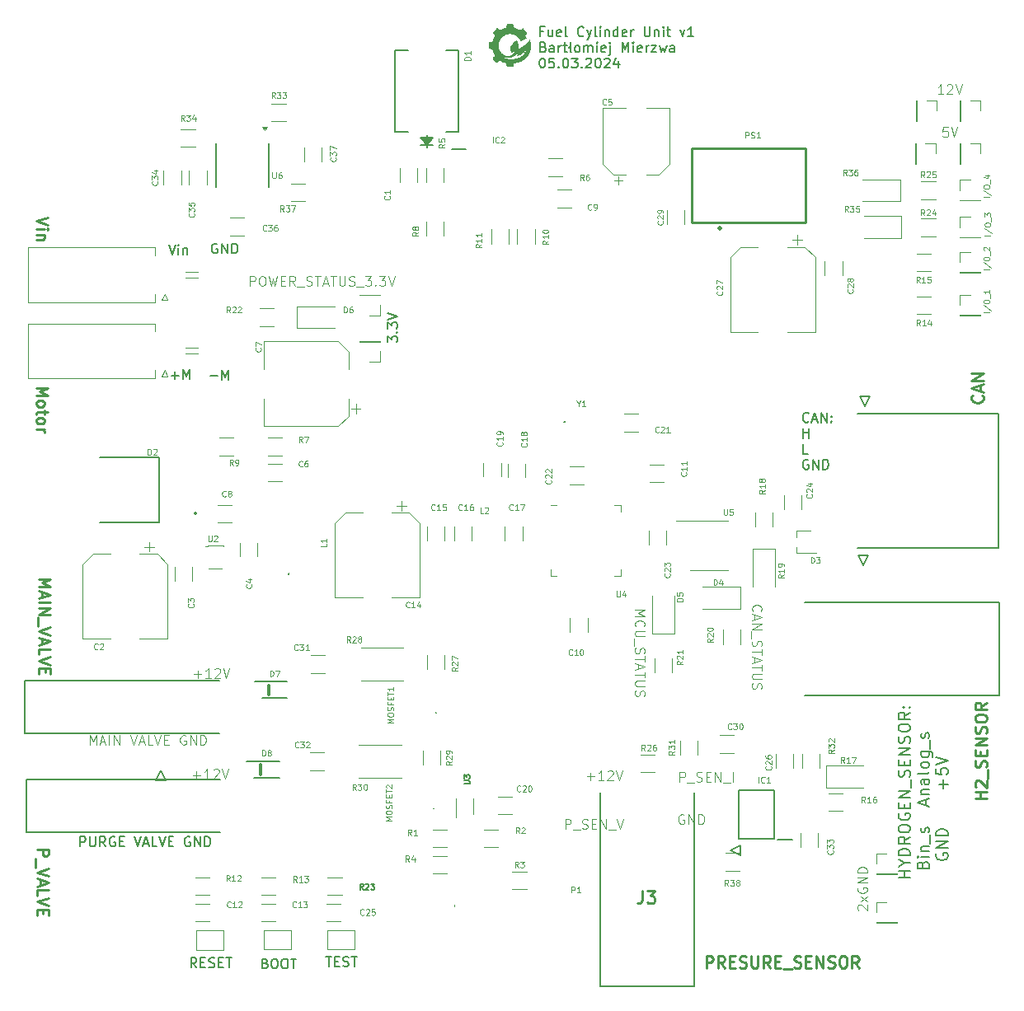
<source format=gbr>
%TF.GenerationSoftware,KiCad,Pcbnew,8.0.0*%
%TF.CreationDate,2024-03-30T13:43:14+01:00*%
%TF.ProjectId,schematic-main_HCU,73636865-6d61-4746-9963-2d6d61696e5f,rev?*%
%TF.SameCoordinates,Original*%
%TF.FileFunction,Legend,Top*%
%TF.FilePolarity,Positive*%
%FSLAX46Y46*%
G04 Gerber Fmt 4.6, Leading zero omitted, Abs format (unit mm)*
G04 Created by KiCad (PCBNEW 8.0.0) date 2024-03-30 13:43:14*
%MOMM*%
%LPD*%
G01*
G04 APERTURE LIST*
%ADD10C,0.000000*%
%ADD11C,0.125000*%
%ADD12C,0.200000*%
%ADD13C,0.240000*%
%ADD14C,0.150000*%
%ADD15C,0.120000*%
%ADD16C,0.100000*%
%ADD17C,0.254000*%
%ADD18C,0.300000*%
%ADD19C,0.127000*%
%ADD20C,0.152400*%
G04 APERTURE END LIST*
D10*
G36*
X98995273Y-53006844D02*
G01*
X99001575Y-53007888D01*
X99007770Y-53009287D01*
X99013852Y-53011031D01*
X99019814Y-53013113D01*
X99025648Y-53015523D01*
X99031350Y-53018253D01*
X99036910Y-53021294D01*
X99042323Y-53024637D01*
X99047583Y-53028274D01*
X99052681Y-53032196D01*
X99057612Y-53036394D01*
X99062368Y-53040859D01*
X99066943Y-53045583D01*
X99075523Y-53055773D01*
X99083296Y-53066892D01*
X99090209Y-53078872D01*
X99096208Y-53091642D01*
X99101237Y-53105134D01*
X99105243Y-53119276D01*
X99108172Y-53134000D01*
X99109969Y-53149236D01*
X99110426Y-53157024D01*
X99110580Y-53164913D01*
X99131747Y-53302497D01*
X99132351Y-53307907D01*
X99133167Y-53313222D01*
X99134190Y-53318440D01*
X99135416Y-53323560D01*
X99136839Y-53328579D01*
X99138456Y-53333495D01*
X99140260Y-53338306D01*
X99142247Y-53343011D01*
X99144413Y-53347607D01*
X99146752Y-53352093D01*
X99149260Y-53356466D01*
X99151932Y-53360726D01*
X99154762Y-53364868D01*
X99157747Y-53368893D01*
X99164158Y-53376580D01*
X99171128Y-53383771D01*
X99178617Y-53390450D01*
X99186587Y-53396602D01*
X99194999Y-53402211D01*
X99203813Y-53407263D01*
X99212992Y-53411741D01*
X99222497Y-53415629D01*
X99232288Y-53418913D01*
X99289815Y-53435780D01*
X99347217Y-53454632D01*
X99404371Y-53475468D01*
X99461153Y-53498288D01*
X99517439Y-53523093D01*
X99573105Y-53549882D01*
X99628027Y-53578655D01*
X99682080Y-53609413D01*
X99691129Y-53614003D01*
X99700394Y-53617857D01*
X99709846Y-53620982D01*
X99719453Y-53623386D01*
X99729183Y-53625077D01*
X99739007Y-53626063D01*
X99748893Y-53626351D01*
X99758809Y-53625949D01*
X99768726Y-53624866D01*
X99778612Y-53623107D01*
X99788436Y-53620682D01*
X99798166Y-53617599D01*
X99807773Y-53613864D01*
X99817224Y-53609485D01*
X99826490Y-53604472D01*
X99835539Y-53598830D01*
X99946663Y-53514163D01*
X99952677Y-53508365D01*
X99958803Y-53502878D01*
X99965033Y-53497703D01*
X99971354Y-53492841D01*
X99977757Y-53488293D01*
X99984231Y-53484060D01*
X99990764Y-53480143D01*
X99997348Y-53476543D01*
X100003969Y-53473260D01*
X100010619Y-53470296D01*
X100017287Y-53467652D01*
X100023961Y-53465329D01*
X100030631Y-53463327D01*
X100037287Y-53461648D01*
X100043918Y-53460293D01*
X100050512Y-53459262D01*
X100057060Y-53458557D01*
X100063552Y-53458178D01*
X100069975Y-53458127D01*
X100076319Y-53458404D01*
X100082575Y-53459011D01*
X100088731Y-53459948D01*
X100094776Y-53461217D01*
X100100700Y-53462817D01*
X100106493Y-53464752D01*
X100112143Y-53467020D01*
X100117640Y-53469624D01*
X100122973Y-53472564D01*
X100128132Y-53475841D01*
X100133105Y-53479456D01*
X100137883Y-53483410D01*
X100142455Y-53487705D01*
X100475830Y-53826371D01*
X100480125Y-53830958D01*
X100484079Y-53835779D01*
X100487694Y-53840821D01*
X100490971Y-53846071D01*
X100493911Y-53851514D01*
X100496515Y-53857137D01*
X100498783Y-53862927D01*
X100500718Y-53868870D01*
X100502318Y-53874953D01*
X100503587Y-53881162D01*
X100504524Y-53887483D01*
X100505131Y-53893902D01*
X100505408Y-53900407D01*
X100505357Y-53906984D01*
X100504978Y-53913619D01*
X100504273Y-53920299D01*
X100503242Y-53927009D01*
X100501887Y-53933737D01*
X100500208Y-53940469D01*
X100498206Y-53947191D01*
X100495883Y-53953890D01*
X100493239Y-53960552D01*
X100490275Y-53967164D01*
X100486992Y-53973711D01*
X100483392Y-53980182D01*
X100479475Y-53986561D01*
X100475241Y-53992835D01*
X100470693Y-53998992D01*
X100465832Y-54005016D01*
X100460657Y-54010895D01*
X100455170Y-54016616D01*
X100449372Y-54022163D01*
X100364705Y-54133288D01*
X100359064Y-54141465D01*
X100354050Y-54150083D01*
X100349671Y-54159089D01*
X100345936Y-54168428D01*
X100342853Y-54178046D01*
X100340428Y-54187890D01*
X100338670Y-54197903D01*
X100337586Y-54208033D01*
X100337184Y-54218225D01*
X100337472Y-54228425D01*
X100338458Y-54238578D01*
X100340149Y-54248630D01*
X100342553Y-54258527D01*
X100345678Y-54268215D01*
X100349532Y-54277640D01*
X100354122Y-54286746D01*
X100377852Y-54331230D01*
X100401085Y-54376705D01*
X100423327Y-54422180D01*
X100444080Y-54466663D01*
X100445476Y-54469655D01*
X100446688Y-54472672D01*
X100447721Y-54475711D01*
X100448576Y-54478766D01*
X100449257Y-54481833D01*
X100449766Y-54484906D01*
X100450106Y-54487982D01*
X100450281Y-54491055D01*
X100450293Y-54494119D01*
X100450146Y-54497172D01*
X100449841Y-54500207D01*
X100449382Y-54503219D01*
X100448772Y-54506205D01*
X100448014Y-54509158D01*
X100447111Y-54512075D01*
X100446065Y-54514950D01*
X100444879Y-54517778D01*
X100443557Y-54520555D01*
X100442101Y-54523276D01*
X100440515Y-54525936D01*
X100438800Y-54528530D01*
X100436960Y-54531053D01*
X100434999Y-54533501D01*
X100432918Y-54535868D01*
X100430721Y-54538150D01*
X100428411Y-54540342D01*
X100425990Y-54542439D01*
X100423461Y-54544436D01*
X100420828Y-54546329D01*
X100418094Y-54548112D01*
X100415260Y-54549780D01*
X100412330Y-54551330D01*
X99888455Y-54768288D01*
X99885464Y-54769684D01*
X99882447Y-54770897D01*
X99879408Y-54771929D01*
X99876353Y-54772784D01*
X99873286Y-54773465D01*
X99870212Y-54773974D01*
X99867137Y-54774315D01*
X99864064Y-54774489D01*
X99860999Y-54774502D01*
X99857947Y-54774354D01*
X99854912Y-54774049D01*
X99851899Y-54773590D01*
X99848914Y-54772980D01*
X99845960Y-54772222D01*
X99843044Y-54771319D01*
X99840169Y-54770273D01*
X99837340Y-54769087D01*
X99834563Y-54767765D01*
X99831842Y-54766309D01*
X99829182Y-54764723D01*
X99826589Y-54763008D01*
X99824065Y-54761168D01*
X99821618Y-54759207D01*
X99819250Y-54757126D01*
X99816968Y-54754929D01*
X99814776Y-54752619D01*
X99812680Y-54750198D01*
X99810682Y-54747669D01*
X99808790Y-54745036D01*
X99807007Y-54742301D01*
X99805338Y-54739468D01*
X99803789Y-54736538D01*
X99791449Y-54707952D01*
X99778240Y-54679746D01*
X99764163Y-54651927D01*
X99749219Y-54624504D01*
X99733406Y-54597483D01*
X99716724Y-54570874D01*
X99699175Y-54544683D01*
X99680758Y-54518918D01*
X99661472Y-54493588D01*
X99641318Y-54468699D01*
X99620296Y-54444260D01*
X99598406Y-54420278D01*
X99575648Y-54396762D01*
X99552021Y-54373718D01*
X99527527Y-54351155D01*
X99502164Y-54329080D01*
X99460366Y-54294958D01*
X99417377Y-54263039D01*
X99373278Y-54233323D01*
X99328149Y-54205811D01*
X99282070Y-54180504D01*
X99235122Y-54157404D01*
X99187386Y-54136511D01*
X99138941Y-54117827D01*
X99089868Y-54101351D01*
X99040248Y-54087086D01*
X98990161Y-54075031D01*
X98939687Y-54065189D01*
X98888907Y-54057560D01*
X98837901Y-54052145D01*
X98786750Y-54048944D01*
X98735534Y-54047960D01*
X98684333Y-54049193D01*
X98633229Y-54052643D01*
X98582301Y-54058313D01*
X98531629Y-54066202D01*
X98481295Y-54076312D01*
X98431378Y-54088644D01*
X98381959Y-54103198D01*
X98333119Y-54119976D01*
X98284938Y-54138979D01*
X98237496Y-54160208D01*
X98190874Y-54183663D01*
X98145151Y-54209346D01*
X98100410Y-54237257D01*
X98056729Y-54267398D01*
X98014190Y-54299769D01*
X97972872Y-54334371D01*
X97936053Y-54367694D01*
X97901001Y-54402139D01*
X97836199Y-54474177D01*
X97778466Y-54550044D01*
X97727802Y-54629299D01*
X97684208Y-54711500D01*
X97647683Y-54796204D01*
X97618227Y-54882970D01*
X97595841Y-54971356D01*
X97580524Y-55060920D01*
X97572277Y-55151221D01*
X97571098Y-55241816D01*
X97576990Y-55332264D01*
X97589950Y-55422123D01*
X97609980Y-55510951D01*
X97637079Y-55598306D01*
X97671247Y-55683746D01*
X97682409Y-55707435D01*
X97694068Y-55730875D01*
X97706222Y-55754068D01*
X97718872Y-55777012D01*
X97732019Y-55799708D01*
X97745661Y-55822156D01*
X97759800Y-55844357D01*
X97774435Y-55866309D01*
X97789566Y-55888013D01*
X97805193Y-55909469D01*
X97821316Y-55930677D01*
X97837935Y-55951637D01*
X97855050Y-55972349D01*
X97872661Y-55992813D01*
X97890769Y-56013028D01*
X97909372Y-56032996D01*
X97933226Y-56058070D01*
X97945231Y-56070087D01*
X97957328Y-56081779D01*
X97969550Y-56093160D01*
X97981926Y-56104248D01*
X97994489Y-56115056D01*
X98007268Y-56125600D01*
X98020296Y-56135897D01*
X98033603Y-56145961D01*
X98047219Y-56155808D01*
X98061177Y-56165453D01*
X98075507Y-56174912D01*
X98090240Y-56184201D01*
X98105407Y-56193335D01*
X98121039Y-56202330D01*
X98157895Y-56222483D01*
X98190657Y-56239537D01*
X98206241Y-56247017D01*
X98221684Y-56253861D01*
X98237283Y-56260117D01*
X98253331Y-56265830D01*
X98270123Y-56271046D01*
X98287954Y-56275813D01*
X98307118Y-56280178D01*
X98327910Y-56284185D01*
X98350625Y-56287882D01*
X98375556Y-56291316D01*
X98402999Y-56294533D01*
X98433247Y-56297579D01*
X98452957Y-56298194D01*
X98476077Y-56298034D01*
X98530813Y-56295264D01*
X98593982Y-56289022D01*
X98627644Y-56284521D01*
X98662112Y-56279059D01*
X98696952Y-56272604D01*
X98731730Y-56265127D01*
X98766012Y-56256595D01*
X98799364Y-56246978D01*
X98831352Y-56236245D01*
X98861542Y-56224364D01*
X98889498Y-56211306D01*
X98914789Y-56197038D01*
X98939790Y-56178124D01*
X98969938Y-56153878D01*
X99003435Y-56125414D01*
X99038482Y-56093850D01*
X99056024Y-56077254D01*
X99073280Y-56060302D01*
X99090025Y-56043132D01*
X99106033Y-56025885D01*
X99121080Y-56008700D01*
X99134941Y-55991717D01*
X99147391Y-55975075D01*
X99158206Y-55958913D01*
X99184062Y-55915187D01*
X99208042Y-55871290D01*
X99230131Y-55827177D01*
X99250314Y-55782800D01*
X99268574Y-55738112D01*
X99284896Y-55693069D01*
X99299264Y-55647622D01*
X99311664Y-55601725D01*
X99322079Y-55555333D01*
X99330495Y-55508398D01*
X99336895Y-55460874D01*
X99341264Y-55412714D01*
X99343587Y-55363872D01*
X99343848Y-55314301D01*
X99342032Y-55263955D01*
X99338122Y-55212788D01*
X99338062Y-55210863D01*
X99337885Y-55209047D01*
X99337599Y-55207323D01*
X99337213Y-55205677D01*
X99336733Y-55204093D01*
X99336169Y-55202556D01*
X99335527Y-55201050D01*
X99334815Y-55199559D01*
X99334041Y-55198068D01*
X99333213Y-55196561D01*
X99331425Y-55193440D01*
X99329513Y-55190071D01*
X99328530Y-55188254D01*
X99327539Y-55186330D01*
X99316045Y-55246885D01*
X99303303Y-55307387D01*
X99289181Y-55367656D01*
X99273548Y-55427514D01*
X99256271Y-55486783D01*
X99237219Y-55545285D01*
X99216260Y-55602841D01*
X99193263Y-55659272D01*
X99168095Y-55714402D01*
X99140626Y-55768051D01*
X99110722Y-55820042D01*
X99078252Y-55870195D01*
X99043085Y-55918333D01*
X99005089Y-55964277D01*
X98964131Y-56007849D01*
X98920081Y-56048872D01*
X98922002Y-56038902D01*
X98923791Y-56028893D01*
X98926944Y-56009101D01*
X98929476Y-55990177D01*
X98930490Y-55981254D01*
X98931326Y-55972804D01*
X98931975Y-55964912D01*
X98932431Y-55957663D01*
X98932686Y-55951142D01*
X98932731Y-55945436D01*
X98932559Y-55940629D01*
X98932163Y-55936806D01*
X98931534Y-55934053D01*
X98931129Y-55933104D01*
X98930664Y-55932455D01*
X98861872Y-55847789D01*
X98856581Y-55837205D01*
X98837849Y-55806324D01*
X98821327Y-55775204D01*
X98806991Y-55743850D01*
X98794817Y-55712272D01*
X98784783Y-55680477D01*
X98776865Y-55648472D01*
X98771039Y-55616266D01*
X98767284Y-55583866D01*
X98765575Y-55551281D01*
X98765888Y-55518516D01*
X98768202Y-55485582D01*
X98772493Y-55452484D01*
X98778736Y-55419232D01*
X98786910Y-55385832D01*
X98796991Y-55352293D01*
X98808955Y-55318622D01*
X98809436Y-55318607D01*
X98809887Y-55318562D01*
X98810309Y-55318491D01*
X98810702Y-55318394D01*
X98811069Y-55318275D01*
X98811409Y-55318133D01*
X98811724Y-55317973D01*
X98812015Y-55317795D01*
X98812282Y-55317601D01*
X98812528Y-55317394D01*
X98812752Y-55317176D01*
X98812955Y-55316947D01*
X98813140Y-55316711D01*
X98813305Y-55316469D01*
X98813454Y-55316224D01*
X98813586Y-55315976D01*
X98813702Y-55315728D01*
X98813804Y-55315482D01*
X98813968Y-55315004D01*
X98814086Y-55314557D01*
X98814165Y-55314157D01*
X98814212Y-55313818D01*
X98814237Y-55313557D01*
X98814247Y-55313330D01*
X98822610Y-55292678D01*
X98831786Y-55272382D01*
X98841722Y-55252427D01*
X98852364Y-55232798D01*
X98863656Y-55213478D01*
X98875546Y-55194454D01*
X98887978Y-55175708D01*
X98900898Y-55157226D01*
X98914253Y-55138992D01*
X98927987Y-55120991D01*
X98956378Y-55085623D01*
X98985637Y-55051000D01*
X99015331Y-55016997D01*
X99053747Y-54975811D01*
X99093465Y-54935555D01*
X99134300Y-54896167D01*
X99176065Y-54857585D01*
X99218574Y-54819748D01*
X99261641Y-54782593D01*
X99305081Y-54746057D01*
X99348706Y-54710080D01*
X99353727Y-54705180D01*
X99358865Y-54700396D01*
X99364112Y-54695721D01*
X99369459Y-54691146D01*
X99380425Y-54682268D01*
X99391701Y-54673700D01*
X99403224Y-54665380D01*
X99414934Y-54657246D01*
X99438664Y-54641289D01*
X99439597Y-54643272D01*
X99440421Y-54645247D01*
X99441152Y-54647207D01*
X99441806Y-54649143D01*
X99442398Y-54651049D01*
X99442943Y-54652916D01*
X99443956Y-54656502D01*
X99444454Y-54658206D01*
X99444968Y-54659841D01*
X99445514Y-54661397D01*
X99446105Y-54662869D01*
X99446759Y-54664247D01*
X99447490Y-54665525D01*
X99447890Y-54666124D01*
X99448314Y-54666694D01*
X99448766Y-54667236D01*
X99449247Y-54667747D01*
X99472770Y-54725315D01*
X99495549Y-54783006D01*
X99517336Y-54840946D01*
X99537883Y-54899258D01*
X99556941Y-54958065D01*
X99574263Y-55017493D01*
X99589600Y-55077665D01*
X99602705Y-55138705D01*
X99606675Y-55163427D01*
X99610643Y-55189638D01*
X99618581Y-55244539D01*
X99622291Y-55270563D01*
X99625443Y-55296959D01*
X99627975Y-55323604D01*
X99629825Y-55350372D01*
X99630931Y-55377140D01*
X99631231Y-55403785D01*
X99630662Y-55430181D01*
X99629164Y-55456205D01*
X99629164Y-55461497D01*
X99629104Y-55463542D01*
X99628936Y-55465704D01*
X99628676Y-55467973D01*
X99628337Y-55470344D01*
X99627490Y-55475357D01*
X99626518Y-55480679D01*
X99625547Y-55486250D01*
X99624699Y-55492007D01*
X99624361Y-55494936D01*
X99624100Y-55497888D01*
X99623932Y-55500855D01*
X99623872Y-55503831D01*
X99614106Y-55565770D01*
X99595347Y-55655056D01*
X99581956Y-55707494D01*
X99565550Y-55763815D01*
X99545873Y-55823034D01*
X99522669Y-55884169D01*
X99495682Y-55946234D01*
X99464657Y-56008244D01*
X99429338Y-56069216D01*
X99389468Y-56128164D01*
X99367747Y-56156572D01*
X99344792Y-56184105D01*
X99320572Y-56210640D01*
X99295055Y-56236054D01*
X99268208Y-56260224D01*
X99240000Y-56283027D01*
X99210399Y-56304339D01*
X99179372Y-56324039D01*
X99160394Y-56335640D01*
X99141152Y-56346652D01*
X99121631Y-56357106D01*
X99101816Y-56367033D01*
X99081691Y-56376464D01*
X99061240Y-56385430D01*
X99040448Y-56393962D01*
X99019299Y-56402091D01*
X98975870Y-56417263D01*
X98930829Y-56431195D01*
X98884052Y-56444135D01*
X98835414Y-56456330D01*
X98799872Y-56463718D01*
X98764648Y-56470035D01*
X98729688Y-56475329D01*
X98694937Y-56479647D01*
X98660341Y-56483034D01*
X98625845Y-56485538D01*
X98591397Y-56487205D01*
X98556940Y-56488081D01*
X98487787Y-56487647D01*
X98417951Y-56484608D01*
X98346999Y-56479337D01*
X98274497Y-56472206D01*
X98250488Y-56469508D01*
X98222325Y-56465508D01*
X98154773Y-56454346D01*
X97983456Y-56424581D01*
X98059931Y-56461544D01*
X98139348Y-56494997D01*
X98221424Y-56524874D01*
X98305875Y-56551105D01*
X98392420Y-56573623D01*
X98480774Y-56592361D01*
X98570655Y-56607250D01*
X98661781Y-56618222D01*
X98753868Y-56625211D01*
X98846633Y-56628147D01*
X98939793Y-56626963D01*
X99033066Y-56621592D01*
X99126168Y-56611965D01*
X99218817Y-56598014D01*
X99310729Y-56579673D01*
X99401622Y-56556872D01*
X99491213Y-56529545D01*
X99579219Y-56497622D01*
X99665356Y-56461038D01*
X99749343Y-56419723D01*
X99830895Y-56373610D01*
X99909731Y-56322631D01*
X99985566Y-56266718D01*
X100058120Y-56205803D01*
X100127107Y-56139819D01*
X100192246Y-56068698D01*
X100253253Y-55992371D01*
X100309846Y-55910772D01*
X100361741Y-55823832D01*
X100408656Y-55731483D01*
X100450308Y-55633658D01*
X100486414Y-55530289D01*
X100401985Y-55638758D01*
X100301123Y-55760063D01*
X100245285Y-55822874D01*
X100186246Y-55885709D01*
X100124308Y-55947505D01*
X100059773Y-56007200D01*
X99992944Y-56063733D01*
X99924122Y-56116041D01*
X99853611Y-56163063D01*
X99817816Y-56184259D01*
X99781712Y-56203736D01*
X99745337Y-56221360D01*
X99708728Y-56236999D01*
X99671924Y-56250519D01*
X99634962Y-56261789D01*
X99597879Y-56270675D01*
X99560714Y-56277045D01*
X99523505Y-56280766D01*
X99486289Y-56281705D01*
X99507456Y-56107080D01*
X99518792Y-56057303D01*
X99532911Y-56005526D01*
X99549744Y-55952229D01*
X99569219Y-55897894D01*
X99591268Y-55843001D01*
X99615821Y-55788030D01*
X99642808Y-55733462D01*
X99672159Y-55679778D01*
X99703804Y-55627458D01*
X99737674Y-55576983D01*
X99773699Y-55528834D01*
X99811809Y-55483490D01*
X99851934Y-55441433D01*
X99872731Y-55421788D01*
X99894005Y-55403144D01*
X99915749Y-55385562D01*
X99937952Y-55369102D01*
X99960607Y-55353824D01*
X99983705Y-55339788D01*
X99984615Y-55338962D01*
X99985659Y-55338114D01*
X99986301Y-55337636D01*
X99987013Y-55337143D01*
X99987786Y-55336649D01*
X99988615Y-55336171D01*
X99989489Y-55335724D01*
X99990403Y-55335324D01*
X99991347Y-55334985D01*
X99991828Y-55334844D01*
X99992315Y-55334724D01*
X99992805Y-55334628D01*
X99993298Y-55334556D01*
X99993793Y-55334512D01*
X99994289Y-55334497D01*
X100062841Y-55289029D01*
X100126731Y-55245841D01*
X100186136Y-55204854D01*
X100241230Y-55165990D01*
X100292188Y-55129174D01*
X100339186Y-55094326D01*
X100382400Y-55061369D01*
X100422004Y-55030226D01*
X100458174Y-55000820D01*
X100491086Y-54973072D01*
X100520915Y-54946906D01*
X100547836Y-54922243D01*
X100572025Y-54899007D01*
X100593656Y-54877119D01*
X100612906Y-54856503D01*
X100629950Y-54837080D01*
X100644963Y-54818774D01*
X100658120Y-54801506D01*
X100669597Y-54785200D01*
X100679570Y-54769777D01*
X100688213Y-54755160D01*
X100695702Y-54741272D01*
X100702212Y-54728035D01*
X100707919Y-54715372D01*
X100717625Y-54691456D01*
X100726223Y-54668905D01*
X100735115Y-54647097D01*
X100740110Y-54636279D01*
X100745705Y-54625414D01*
X100754976Y-54635271D01*
X100763938Y-54646914D01*
X100780938Y-54675126D01*
X100796714Y-54709199D01*
X100811272Y-54748280D01*
X100824622Y-54791515D01*
X100836769Y-54838052D01*
X100847723Y-54887039D01*
X100857492Y-54937622D01*
X100873501Y-55040169D01*
X100884859Y-55138871D01*
X100891629Y-55226907D01*
X100893872Y-55297455D01*
X100890947Y-55339293D01*
X100886348Y-55391052D01*
X100880384Y-55449260D01*
X100873367Y-55510445D01*
X100865605Y-55571134D01*
X100857409Y-55627854D01*
X100849089Y-55677133D01*
X100840955Y-55715497D01*
X100804162Y-55846135D01*
X100785610Y-55905253D01*
X100775617Y-55934130D01*
X100764888Y-55962882D01*
X100753228Y-55991759D01*
X100740445Y-56021008D01*
X100726343Y-56050877D01*
X100710731Y-56081614D01*
X100693413Y-56113468D01*
X100674195Y-56146685D01*
X100652885Y-56181515D01*
X100629289Y-56218206D01*
X100608852Y-56249001D01*
X100587338Y-56279773D01*
X100564909Y-56310374D01*
X100541728Y-56340658D01*
X100517958Y-56370476D01*
X100493762Y-56399683D01*
X100469302Y-56428129D01*
X100444742Y-56455669D01*
X100420243Y-56482154D01*
X100395969Y-56507438D01*
X100372083Y-56531374D01*
X100348747Y-56553813D01*
X100326125Y-56574609D01*
X100304378Y-56593614D01*
X100283670Y-56610681D01*
X100264163Y-56625664D01*
X100187744Y-56682404D01*
X100152938Y-56707403D01*
X100120131Y-56730339D01*
X100089122Y-56751354D01*
X100059711Y-56770585D01*
X100031694Y-56788173D01*
X100004872Y-56804257D01*
X99979041Y-56818977D01*
X99954002Y-56832473D01*
X99929551Y-56844883D01*
X99905488Y-56856347D01*
X99881611Y-56867005D01*
X99857718Y-56876997D01*
X99833608Y-56886462D01*
X99809080Y-56895539D01*
X99759001Y-56914178D01*
X99711804Y-56930554D01*
X99667275Y-56944884D01*
X99625195Y-56957385D01*
X99585347Y-56968273D01*
X99547515Y-56977766D01*
X99477028Y-56993434D01*
X99350690Y-57017578D01*
X99291365Y-57029525D01*
X99261904Y-57036228D01*
X99232288Y-57043705D01*
X99222436Y-57046929D01*
X99212755Y-57050640D01*
X99203290Y-57054833D01*
X99194089Y-57059498D01*
X99185198Y-57064628D01*
X99176664Y-57070215D01*
X99168533Y-57076253D01*
X99160851Y-57082731D01*
X99153665Y-57089644D01*
X99147022Y-57096984D01*
X99143919Y-57100811D01*
X99140968Y-57104742D01*
X99138177Y-57108775D01*
X99135550Y-57112910D01*
X99133094Y-57117146D01*
X99130814Y-57121482D01*
X99128716Y-57125917D01*
X99126807Y-57130449D01*
X99125091Y-57135079D01*
X99123574Y-57139804D01*
X99122263Y-57144624D01*
X99121164Y-57149539D01*
X99094705Y-57281830D01*
X99094551Y-57289720D01*
X99094094Y-57297506D01*
X99093341Y-57305180D01*
X99092297Y-57312733D01*
X99090971Y-57320153D01*
X99089368Y-57327432D01*
X99087497Y-57334560D01*
X99085362Y-57341527D01*
X99082972Y-57348323D01*
X99080333Y-57354939D01*
X99077451Y-57361366D01*
X99074334Y-57367592D01*
X99070989Y-57373610D01*
X99067421Y-57379408D01*
X99063639Y-57384978D01*
X99059648Y-57390309D01*
X99055456Y-57395393D01*
X99051068Y-57400218D01*
X99046493Y-57404777D01*
X99041737Y-57409058D01*
X99036806Y-57413052D01*
X99031708Y-57416750D01*
X99026449Y-57420141D01*
X99021035Y-57423217D01*
X99015475Y-57425967D01*
X99009774Y-57428382D01*
X99003939Y-57430452D01*
X98997977Y-57432167D01*
X98991896Y-57433518D01*
X98985700Y-57434495D01*
X98979399Y-57435089D01*
X98972997Y-57435289D01*
X98496747Y-57435289D01*
X98490345Y-57434608D01*
X98484044Y-57433564D01*
X98477848Y-57432165D01*
X98471767Y-57430421D01*
X98465805Y-57428339D01*
X98459970Y-57425929D01*
X98454269Y-57423199D01*
X98448708Y-57420158D01*
X98443295Y-57416814D01*
X98438036Y-57413178D01*
X98432938Y-57409256D01*
X98428007Y-57405058D01*
X98423251Y-57400593D01*
X98418675Y-57395869D01*
X98410096Y-57385679D01*
X98402322Y-57374560D01*
X98395409Y-57362580D01*
X98389411Y-57349809D01*
X98384382Y-57336318D01*
X98380375Y-57322175D01*
X98377447Y-57307452D01*
X98375650Y-57292216D01*
X98375193Y-57284428D01*
X98375039Y-57276539D01*
X98359164Y-57138956D01*
X98358590Y-57134522D01*
X98357865Y-57130151D01*
X98356991Y-57125844D01*
X98355970Y-57121603D01*
X98354806Y-57117427D01*
X98353501Y-57113317D01*
X98352059Y-57109276D01*
X98350482Y-57105304D01*
X98346936Y-57097569D01*
X98342886Y-57090121D01*
X98338355Y-57082968D01*
X98333367Y-57076117D01*
X98327945Y-57069576D01*
X98322112Y-57063353D01*
X98315891Y-57057455D01*
X98309306Y-57051891D01*
X98302380Y-57046668D01*
X98295137Y-57041793D01*
X98287598Y-57037276D01*
X98279789Y-57033122D01*
X98278737Y-57032131D01*
X98277577Y-57031148D01*
X98276324Y-57030180D01*
X98274993Y-57029236D01*
X98273600Y-57028323D01*
X98272161Y-57027448D01*
X98270691Y-57026620D01*
X98269205Y-57025846D01*
X98267719Y-57025134D01*
X98266249Y-57024492D01*
X98264810Y-57023928D01*
X98263417Y-57023448D01*
X98262087Y-57023062D01*
X98260834Y-57022777D01*
X98259673Y-57022600D01*
X98258622Y-57022539D01*
X98199349Y-57005672D01*
X98140634Y-56986820D01*
X98082540Y-56965984D01*
X98025127Y-56943164D01*
X97968459Y-56918359D01*
X97912597Y-56891570D01*
X97857603Y-56862797D01*
X97803539Y-56832039D01*
X97794490Y-56827449D01*
X97785224Y-56823595D01*
X97775773Y-56820470D01*
X97766166Y-56818066D01*
X97756435Y-56816375D01*
X97746612Y-56815389D01*
X97736726Y-56815101D01*
X97726809Y-56815503D01*
X97716893Y-56816586D01*
X97707007Y-56818345D01*
X97697183Y-56820770D01*
X97687453Y-56823853D01*
X97677846Y-56827588D01*
X97668394Y-56831967D01*
X97659129Y-56836980D01*
X97650080Y-56842622D01*
X97538955Y-56927289D01*
X97523080Y-56943164D01*
X97517578Y-56947505D01*
X97511992Y-56951596D01*
X97506330Y-56955438D01*
X97500601Y-56959029D01*
X97494814Y-56962367D01*
X97488978Y-56965453D01*
X97483101Y-56968285D01*
X97477192Y-56970862D01*
X97471259Y-56973184D01*
X97465313Y-56975248D01*
X97459360Y-56977055D01*
X97453410Y-56978603D01*
X97447472Y-56979892D01*
X97441554Y-56980920D01*
X97435666Y-56981686D01*
X97429815Y-56982190D01*
X97424010Y-56982430D01*
X97418261Y-56982406D01*
X97412576Y-56982116D01*
X97406963Y-56981559D01*
X97401432Y-56980736D01*
X97395991Y-56979644D01*
X97390649Y-56978282D01*
X97385414Y-56976650D01*
X97380296Y-56974747D01*
X97375303Y-56972572D01*
X97370443Y-56970123D01*
X97365726Y-56967400D01*
X97361160Y-56964402D01*
X97356753Y-56961128D01*
X97352516Y-56957576D01*
X97348455Y-56953747D01*
X97015080Y-56615081D01*
X97013157Y-56613037D01*
X97011349Y-56610884D01*
X97009650Y-56608639D01*
X97008052Y-56606316D01*
X97006547Y-56603931D01*
X97005128Y-56601500D01*
X97003785Y-56599038D01*
X97002513Y-56596560D01*
X96993914Y-56578039D01*
X96991309Y-56568931D01*
X96989449Y-56559497D01*
X96988333Y-56549785D01*
X96987961Y-56539840D01*
X96988333Y-56529708D01*
X96989449Y-56519438D01*
X96991309Y-56509074D01*
X96993914Y-56498664D01*
X96997262Y-56488254D01*
X97001355Y-56477890D01*
X97006192Y-56467619D01*
X97011773Y-56457488D01*
X97018098Y-56447543D01*
X97025168Y-56437830D01*
X97032981Y-56428397D01*
X97041539Y-56419289D01*
X97126205Y-56308164D01*
X97131847Y-56299988D01*
X97136861Y-56291369D01*
X97141239Y-56282363D01*
X97144974Y-56273024D01*
X97148058Y-56263406D01*
X97150483Y-56253563D01*
X97152241Y-56243549D01*
X97153325Y-56233419D01*
X97153727Y-56223227D01*
X97153439Y-56213028D01*
X97152453Y-56202875D01*
X97150762Y-56192822D01*
X97148358Y-56182925D01*
X97145233Y-56173237D01*
X97141379Y-56163812D01*
X97136789Y-56154706D01*
X97123146Y-56132640D01*
X97110000Y-56110140D01*
X97097349Y-56087268D01*
X97085195Y-56064086D01*
X97073537Y-56040656D01*
X97062375Y-56017039D01*
X97051709Y-55993299D01*
X97041539Y-55969497D01*
X97027906Y-55937510D01*
X97014832Y-55905088D01*
X97002378Y-55872294D01*
X96990606Y-55839190D01*
X96979579Y-55805838D01*
X96969357Y-55772300D01*
X96960004Y-55738638D01*
X96951580Y-55704914D01*
X96950000Y-55700000D01*
X96948238Y-55695181D01*
X96944191Y-55685835D01*
X96939476Y-55676892D01*
X96934134Y-55668368D01*
X96928203Y-55660278D01*
X96921722Y-55652638D01*
X96914729Y-55645463D01*
X96907263Y-55638768D01*
X96899363Y-55632569D01*
X96891067Y-55626882D01*
X96882415Y-55621723D01*
X96873446Y-55617105D01*
X96864197Y-55613046D01*
X96854708Y-55609561D01*
X96845017Y-55606664D01*
X96835164Y-55604372D01*
X96697580Y-55583205D01*
X96689691Y-55583051D01*
X96681904Y-55582594D01*
X96674230Y-55581841D01*
X96666678Y-55580797D01*
X96659257Y-55579471D01*
X96651978Y-55577868D01*
X96644851Y-55575997D01*
X96637884Y-55573862D01*
X96631087Y-55571472D01*
X96624471Y-55568833D01*
X96618045Y-55565951D01*
X96611818Y-55562835D01*
X96605801Y-55559489D01*
X96600002Y-55555922D01*
X96594432Y-55552139D01*
X96589101Y-55548148D01*
X96584018Y-55543956D01*
X96579192Y-55539569D01*
X96574634Y-55534993D01*
X96570353Y-55530237D01*
X96566359Y-55525306D01*
X96562661Y-55520208D01*
X96559269Y-55514949D01*
X96556194Y-55509536D01*
X96553443Y-55503975D01*
X96551028Y-55498274D01*
X96548959Y-55492439D01*
X96547243Y-55486477D01*
X96545892Y-55480396D01*
X96544915Y-55474200D01*
X96544322Y-55467899D01*
X96544122Y-55461497D01*
X96544122Y-54985247D01*
X96544322Y-54978845D01*
X96544915Y-54972544D01*
X96545892Y-54966348D01*
X96547243Y-54960267D01*
X96548959Y-54954305D01*
X96551028Y-54948470D01*
X96553443Y-54942769D01*
X96556194Y-54937209D01*
X96559269Y-54931795D01*
X96562661Y-54926536D01*
X96566359Y-54921438D01*
X96570353Y-54916507D01*
X96574634Y-54911751D01*
X96579192Y-54907176D01*
X96584018Y-54902788D01*
X96589101Y-54898596D01*
X96594432Y-54894605D01*
X96600002Y-54890823D01*
X96611818Y-54883910D01*
X96624471Y-54877911D01*
X96637884Y-54872882D01*
X96651978Y-54868876D01*
X96666678Y-54865947D01*
X96681904Y-54864150D01*
X96689691Y-54863693D01*
X96697580Y-54863539D01*
X96835164Y-54842372D01*
X96840108Y-54841768D01*
X96845017Y-54840952D01*
X96849885Y-54839929D01*
X96854708Y-54838703D01*
X96859480Y-54837279D01*
X96864197Y-54835663D01*
X96868854Y-54833859D01*
X96873446Y-54831871D01*
X96882415Y-54827366D01*
X96891067Y-54822187D01*
X96899363Y-54816372D01*
X96907263Y-54809960D01*
X96914729Y-54802991D01*
X96921722Y-54795501D01*
X96928203Y-54787532D01*
X96934134Y-54779120D01*
X96939476Y-54770305D01*
X96944191Y-54761126D01*
X96948238Y-54751622D01*
X96950000Y-54746759D01*
X96951580Y-54741830D01*
X96968448Y-54684304D01*
X96987299Y-54626902D01*
X97008135Y-54569748D01*
X97030955Y-54512966D01*
X97055760Y-54456680D01*
X97082549Y-54401014D01*
X97111323Y-54346092D01*
X97142080Y-54292039D01*
X97146671Y-54282932D01*
X97150524Y-54273507D01*
X97153649Y-54263819D01*
X97156054Y-54253922D01*
X97157745Y-54243870D01*
X97158730Y-54233716D01*
X97159018Y-54223517D01*
X97158617Y-54213325D01*
X97157533Y-54203195D01*
X97155774Y-54193181D01*
X97153350Y-54183338D01*
X97150266Y-54173720D01*
X97146531Y-54164381D01*
X97142153Y-54155375D01*
X97137139Y-54146757D01*
X97131497Y-54138580D01*
X97046830Y-54027455D01*
X97041032Y-54021442D01*
X97035545Y-54015315D01*
X97030371Y-54009086D01*
X97025509Y-54002764D01*
X97020961Y-53996361D01*
X97016727Y-53989888D01*
X97012810Y-53983354D01*
X97009210Y-53976771D01*
X97005927Y-53970149D01*
X97002963Y-53963499D01*
X97000319Y-53956832D01*
X96997996Y-53950158D01*
X96995994Y-53943487D01*
X96994315Y-53936832D01*
X96992960Y-53930201D01*
X96991929Y-53923606D01*
X96991224Y-53917058D01*
X96990845Y-53910567D01*
X96990794Y-53904144D01*
X96991071Y-53897799D01*
X96991678Y-53891543D01*
X96992615Y-53885388D01*
X96993884Y-53879342D01*
X96995485Y-53873418D01*
X96997419Y-53867626D01*
X96999687Y-53861976D01*
X97002291Y-53856479D01*
X97005231Y-53851146D01*
X97008508Y-53845987D01*
X97012123Y-53841013D01*
X97016077Y-53836235D01*
X97020372Y-53831664D01*
X97353746Y-53477121D01*
X97358333Y-53472827D01*
X97363154Y-53468873D01*
X97368196Y-53465257D01*
X97373445Y-53461980D01*
X97378889Y-53459040D01*
X97384512Y-53456437D01*
X97390302Y-53454168D01*
X97396245Y-53452234D01*
X97402328Y-53450633D01*
X97408536Y-53449365D01*
X97414857Y-53448428D01*
X97421277Y-53447821D01*
X97427782Y-53447544D01*
X97434359Y-53447595D01*
X97440994Y-53447974D01*
X97447674Y-53448679D01*
X97454384Y-53449710D01*
X97461112Y-53451065D01*
X97467844Y-53452744D01*
X97474566Y-53454746D01*
X97481265Y-53457069D01*
X97487927Y-53459713D01*
X97494539Y-53462677D01*
X97501086Y-53465959D01*
X97507557Y-53469560D01*
X97513936Y-53473477D01*
X97520210Y-53477710D01*
X97526366Y-53482258D01*
X97532391Y-53487120D01*
X97538270Y-53492295D01*
X97543990Y-53497782D01*
X97549538Y-53503580D01*
X97660663Y-53588246D01*
X97668839Y-53593888D01*
X97677458Y-53598902D01*
X97686464Y-53603280D01*
X97695803Y-53607015D01*
X97705421Y-53610099D01*
X97715264Y-53612524D01*
X97725278Y-53614282D01*
X97735408Y-53615366D01*
X97745600Y-53615768D01*
X97755799Y-53615480D01*
X97765952Y-53614494D01*
X97776005Y-53612803D01*
X97785902Y-53610399D01*
X97795590Y-53607274D01*
X97805015Y-53603420D01*
X97814121Y-53598830D01*
X97841033Y-53583262D01*
X97868185Y-53568299D01*
X97923179Y-53540125D01*
X97979042Y-53514184D01*
X98035710Y-53490351D01*
X98093123Y-53468502D01*
X98151217Y-53448513D01*
X98209932Y-53430261D01*
X98269205Y-53413621D01*
X98274119Y-53412041D01*
X98278938Y-53410279D01*
X98288284Y-53406232D01*
X98297226Y-53401518D01*
X98305750Y-53396176D01*
X98313840Y-53390244D01*
X98321481Y-53383763D01*
X98328656Y-53376770D01*
X98335351Y-53369304D01*
X98341549Y-53361404D01*
X98347236Y-53353108D01*
X98352396Y-53344456D01*
X98357013Y-53335487D01*
X98361073Y-53326238D01*
X98364558Y-53316749D01*
X98367455Y-53307058D01*
X98369746Y-53297205D01*
X98390913Y-53159622D01*
X98391067Y-53151732D01*
X98391524Y-53143945D01*
X98392278Y-53136271D01*
X98393321Y-53128719D01*
X98394648Y-53121299D01*
X98396250Y-53114020D01*
X98398122Y-53106892D01*
X98400256Y-53099925D01*
X98402647Y-53093128D01*
X98405286Y-53086512D01*
X98408167Y-53080086D01*
X98411284Y-53073859D01*
X98414630Y-53067842D01*
X98418197Y-53062043D01*
X98421980Y-53056474D01*
X98425971Y-53051142D01*
X98430163Y-53046059D01*
X98434550Y-53041233D01*
X98439125Y-53036675D01*
X98443882Y-53032394D01*
X98448812Y-53028400D01*
X98453911Y-53024702D01*
X98459170Y-53021311D01*
X98464583Y-53018235D01*
X98470144Y-53015485D01*
X98475845Y-53013070D01*
X98481680Y-53011000D01*
X98487641Y-53009284D01*
X98493723Y-53007933D01*
X98499918Y-53006956D01*
X98506220Y-53006363D01*
X98512622Y-53006163D01*
X98988871Y-53006163D01*
X98995273Y-53006844D01*
G37*
D11*
X104420331Y-135721119D02*
X104420331Y-134721119D01*
X104420331Y-134721119D02*
X104801283Y-134721119D01*
X104801283Y-134721119D02*
X104896521Y-134768738D01*
X104896521Y-134768738D02*
X104944140Y-134816357D01*
X104944140Y-134816357D02*
X104991759Y-134911595D01*
X104991759Y-134911595D02*
X104991759Y-135054452D01*
X104991759Y-135054452D02*
X104944140Y-135149690D01*
X104944140Y-135149690D02*
X104896521Y-135197309D01*
X104896521Y-135197309D02*
X104801283Y-135244928D01*
X104801283Y-135244928D02*
X104420331Y-135244928D01*
X105182236Y-135816357D02*
X105944140Y-135816357D01*
X106134617Y-135673500D02*
X106277474Y-135721119D01*
X106277474Y-135721119D02*
X106515569Y-135721119D01*
X106515569Y-135721119D02*
X106610807Y-135673500D01*
X106610807Y-135673500D02*
X106658426Y-135625880D01*
X106658426Y-135625880D02*
X106706045Y-135530642D01*
X106706045Y-135530642D02*
X106706045Y-135435404D01*
X106706045Y-135435404D02*
X106658426Y-135340166D01*
X106658426Y-135340166D02*
X106610807Y-135292547D01*
X106610807Y-135292547D02*
X106515569Y-135244928D01*
X106515569Y-135244928D02*
X106325093Y-135197309D01*
X106325093Y-135197309D02*
X106229855Y-135149690D01*
X106229855Y-135149690D02*
X106182236Y-135102071D01*
X106182236Y-135102071D02*
X106134617Y-135006833D01*
X106134617Y-135006833D02*
X106134617Y-134911595D01*
X106134617Y-134911595D02*
X106182236Y-134816357D01*
X106182236Y-134816357D02*
X106229855Y-134768738D01*
X106229855Y-134768738D02*
X106325093Y-134721119D01*
X106325093Y-134721119D02*
X106563188Y-134721119D01*
X106563188Y-134721119D02*
X106706045Y-134768738D01*
X107134617Y-135197309D02*
X107467950Y-135197309D01*
X107610807Y-135721119D02*
X107134617Y-135721119D01*
X107134617Y-135721119D02*
X107134617Y-134721119D01*
X107134617Y-134721119D02*
X107610807Y-134721119D01*
X108039379Y-135721119D02*
X108039379Y-134721119D01*
X108039379Y-134721119D02*
X108610807Y-135721119D01*
X108610807Y-135721119D02*
X108610807Y-134721119D01*
X108848903Y-135816357D02*
X109610807Y-135816357D01*
X109706046Y-134721119D02*
X110039379Y-135721119D01*
X110039379Y-135721119D02*
X110372712Y-134721119D01*
D12*
X79826816Y-148867219D02*
X80398244Y-148867219D01*
X80112530Y-149867219D02*
X80112530Y-148867219D01*
X80731578Y-149343409D02*
X81064911Y-149343409D01*
X81207768Y-149867219D02*
X80731578Y-149867219D01*
X80731578Y-149867219D02*
X80731578Y-148867219D01*
X80731578Y-148867219D02*
X81207768Y-148867219D01*
X81588721Y-149819600D02*
X81731578Y-149867219D01*
X81731578Y-149867219D02*
X81969673Y-149867219D01*
X81969673Y-149867219D02*
X82064911Y-149819600D01*
X82064911Y-149819600D02*
X82112530Y-149771980D01*
X82112530Y-149771980D02*
X82160149Y-149676742D01*
X82160149Y-149676742D02*
X82160149Y-149581504D01*
X82160149Y-149581504D02*
X82112530Y-149486266D01*
X82112530Y-149486266D02*
X82064911Y-149438647D01*
X82064911Y-149438647D02*
X81969673Y-149391028D01*
X81969673Y-149391028D02*
X81779197Y-149343409D01*
X81779197Y-149343409D02*
X81683959Y-149295790D01*
X81683959Y-149295790D02*
X81636340Y-149248171D01*
X81636340Y-149248171D02*
X81588721Y-149152933D01*
X81588721Y-149152933D02*
X81588721Y-149057695D01*
X81588721Y-149057695D02*
X81636340Y-148962457D01*
X81636340Y-148962457D02*
X81683959Y-148914838D01*
X81683959Y-148914838D02*
X81779197Y-148867219D01*
X81779197Y-148867219D02*
X82017292Y-148867219D01*
X82017292Y-148867219D02*
X82160149Y-148914838D01*
X82445864Y-148867219D02*
X83017292Y-148867219D01*
X82731578Y-149867219D02*
X82731578Y-148867219D01*
D13*
X50109337Y-90393608D02*
X51309337Y-90393608D01*
X51309337Y-90393608D02*
X50452194Y-90793608D01*
X50452194Y-90793608D02*
X51309337Y-91193608D01*
X51309337Y-91193608D02*
X50109337Y-91193608D01*
X50109337Y-91936465D02*
X50166480Y-91822180D01*
X50166480Y-91822180D02*
X50223622Y-91765037D01*
X50223622Y-91765037D02*
X50337908Y-91707894D01*
X50337908Y-91707894D02*
X50680765Y-91707894D01*
X50680765Y-91707894D02*
X50795051Y-91765037D01*
X50795051Y-91765037D02*
X50852194Y-91822180D01*
X50852194Y-91822180D02*
X50909337Y-91936465D01*
X50909337Y-91936465D02*
X50909337Y-92107894D01*
X50909337Y-92107894D02*
X50852194Y-92222180D01*
X50852194Y-92222180D02*
X50795051Y-92279323D01*
X50795051Y-92279323D02*
X50680765Y-92336465D01*
X50680765Y-92336465D02*
X50337908Y-92336465D01*
X50337908Y-92336465D02*
X50223622Y-92279323D01*
X50223622Y-92279323D02*
X50166480Y-92222180D01*
X50166480Y-92222180D02*
X50109337Y-92107894D01*
X50109337Y-92107894D02*
X50109337Y-91936465D01*
X50909337Y-92679322D02*
X50909337Y-93136465D01*
X51309337Y-92850751D02*
X50280765Y-92850751D01*
X50280765Y-92850751D02*
X50166480Y-92907894D01*
X50166480Y-92907894D02*
X50109337Y-93022179D01*
X50109337Y-93022179D02*
X50109337Y-93136465D01*
X50109337Y-93707893D02*
X50166480Y-93593608D01*
X50166480Y-93593608D02*
X50223622Y-93536465D01*
X50223622Y-93536465D02*
X50337908Y-93479322D01*
X50337908Y-93479322D02*
X50680765Y-93479322D01*
X50680765Y-93479322D02*
X50795051Y-93536465D01*
X50795051Y-93536465D02*
X50852194Y-93593608D01*
X50852194Y-93593608D02*
X50909337Y-93707893D01*
X50909337Y-93707893D02*
X50909337Y-93879322D01*
X50909337Y-93879322D02*
X50852194Y-93993608D01*
X50852194Y-93993608D02*
X50795051Y-94050751D01*
X50795051Y-94050751D02*
X50680765Y-94107893D01*
X50680765Y-94107893D02*
X50337908Y-94107893D01*
X50337908Y-94107893D02*
X50223622Y-94050751D01*
X50223622Y-94050751D02*
X50166480Y-93993608D01*
X50166480Y-93993608D02*
X50109337Y-93879322D01*
X50109337Y-93879322D02*
X50109337Y-93707893D01*
X50109337Y-94622179D02*
X50909337Y-94622179D01*
X50680765Y-94622179D02*
X50795051Y-94679322D01*
X50795051Y-94679322D02*
X50852194Y-94736465D01*
X50852194Y-94736465D02*
X50909337Y-94850750D01*
X50909337Y-94850750D02*
X50909337Y-94965036D01*
D14*
X68660588Y-75617438D02*
X68565350Y-75569819D01*
X68565350Y-75569819D02*
X68422493Y-75569819D01*
X68422493Y-75569819D02*
X68279636Y-75617438D01*
X68279636Y-75617438D02*
X68184398Y-75712676D01*
X68184398Y-75712676D02*
X68136779Y-75807914D01*
X68136779Y-75807914D02*
X68089160Y-75998390D01*
X68089160Y-75998390D02*
X68089160Y-76141247D01*
X68089160Y-76141247D02*
X68136779Y-76331723D01*
X68136779Y-76331723D02*
X68184398Y-76426961D01*
X68184398Y-76426961D02*
X68279636Y-76522200D01*
X68279636Y-76522200D02*
X68422493Y-76569819D01*
X68422493Y-76569819D02*
X68517731Y-76569819D01*
X68517731Y-76569819D02*
X68660588Y-76522200D01*
X68660588Y-76522200D02*
X68708207Y-76474580D01*
X68708207Y-76474580D02*
X68708207Y-76141247D01*
X68708207Y-76141247D02*
X68517731Y-76141247D01*
X69136779Y-76569819D02*
X69136779Y-75569819D01*
X69136779Y-75569819D02*
X69708207Y-76569819D01*
X69708207Y-76569819D02*
X69708207Y-75569819D01*
X70184398Y-76569819D02*
X70184398Y-75569819D01*
X70184398Y-75569819D02*
X70422493Y-75569819D01*
X70422493Y-75569819D02*
X70565350Y-75617438D01*
X70565350Y-75617438D02*
X70660588Y-75712676D01*
X70660588Y-75712676D02*
X70708207Y-75807914D01*
X70708207Y-75807914D02*
X70755826Y-75998390D01*
X70755826Y-75998390D02*
X70755826Y-76141247D01*
X70755826Y-76141247D02*
X70708207Y-76331723D01*
X70708207Y-76331723D02*
X70660588Y-76426961D01*
X70660588Y-76426961D02*
X70565350Y-76522200D01*
X70565350Y-76522200D02*
X70422493Y-76569819D01*
X70422493Y-76569819D02*
X70184398Y-76569819D01*
D12*
X73603006Y-149543409D02*
X73745863Y-149591028D01*
X73745863Y-149591028D02*
X73793482Y-149638647D01*
X73793482Y-149638647D02*
X73841101Y-149733885D01*
X73841101Y-149733885D02*
X73841101Y-149876742D01*
X73841101Y-149876742D02*
X73793482Y-149971980D01*
X73793482Y-149971980D02*
X73745863Y-150019600D01*
X73745863Y-150019600D02*
X73650625Y-150067219D01*
X73650625Y-150067219D02*
X73269673Y-150067219D01*
X73269673Y-150067219D02*
X73269673Y-149067219D01*
X73269673Y-149067219D02*
X73603006Y-149067219D01*
X73603006Y-149067219D02*
X73698244Y-149114838D01*
X73698244Y-149114838D02*
X73745863Y-149162457D01*
X73745863Y-149162457D02*
X73793482Y-149257695D01*
X73793482Y-149257695D02*
X73793482Y-149352933D01*
X73793482Y-149352933D02*
X73745863Y-149448171D01*
X73745863Y-149448171D02*
X73698244Y-149495790D01*
X73698244Y-149495790D02*
X73603006Y-149543409D01*
X73603006Y-149543409D02*
X73269673Y-149543409D01*
X74460149Y-149067219D02*
X74650625Y-149067219D01*
X74650625Y-149067219D02*
X74745863Y-149114838D01*
X74745863Y-149114838D02*
X74841101Y-149210076D01*
X74841101Y-149210076D02*
X74888720Y-149400552D01*
X74888720Y-149400552D02*
X74888720Y-149733885D01*
X74888720Y-149733885D02*
X74841101Y-149924361D01*
X74841101Y-149924361D02*
X74745863Y-150019600D01*
X74745863Y-150019600D02*
X74650625Y-150067219D01*
X74650625Y-150067219D02*
X74460149Y-150067219D01*
X74460149Y-150067219D02*
X74364911Y-150019600D01*
X74364911Y-150019600D02*
X74269673Y-149924361D01*
X74269673Y-149924361D02*
X74222054Y-149733885D01*
X74222054Y-149733885D02*
X74222054Y-149400552D01*
X74222054Y-149400552D02*
X74269673Y-149210076D01*
X74269673Y-149210076D02*
X74364911Y-149114838D01*
X74364911Y-149114838D02*
X74460149Y-149067219D01*
X75507768Y-149067219D02*
X75698244Y-149067219D01*
X75698244Y-149067219D02*
X75793482Y-149114838D01*
X75793482Y-149114838D02*
X75888720Y-149210076D01*
X75888720Y-149210076D02*
X75936339Y-149400552D01*
X75936339Y-149400552D02*
X75936339Y-149733885D01*
X75936339Y-149733885D02*
X75888720Y-149924361D01*
X75888720Y-149924361D02*
X75793482Y-150019600D01*
X75793482Y-150019600D02*
X75698244Y-150067219D01*
X75698244Y-150067219D02*
X75507768Y-150067219D01*
X75507768Y-150067219D02*
X75412530Y-150019600D01*
X75412530Y-150019600D02*
X75317292Y-149924361D01*
X75317292Y-149924361D02*
X75269673Y-149733885D01*
X75269673Y-149733885D02*
X75269673Y-149400552D01*
X75269673Y-149400552D02*
X75317292Y-149210076D01*
X75317292Y-149210076D02*
X75412530Y-149114838D01*
X75412530Y-149114838D02*
X75507768Y-149067219D01*
X76222054Y-149067219D02*
X76793482Y-149067219D01*
X76507768Y-150067219D02*
X76507768Y-149067219D01*
D11*
X116170331Y-130871119D02*
X116170331Y-129871119D01*
X116170331Y-129871119D02*
X116551283Y-129871119D01*
X116551283Y-129871119D02*
X116646521Y-129918738D01*
X116646521Y-129918738D02*
X116694140Y-129966357D01*
X116694140Y-129966357D02*
X116741759Y-130061595D01*
X116741759Y-130061595D02*
X116741759Y-130204452D01*
X116741759Y-130204452D02*
X116694140Y-130299690D01*
X116694140Y-130299690D02*
X116646521Y-130347309D01*
X116646521Y-130347309D02*
X116551283Y-130394928D01*
X116551283Y-130394928D02*
X116170331Y-130394928D01*
X116932236Y-130966357D02*
X117694140Y-130966357D01*
X117884617Y-130823500D02*
X118027474Y-130871119D01*
X118027474Y-130871119D02*
X118265569Y-130871119D01*
X118265569Y-130871119D02*
X118360807Y-130823500D01*
X118360807Y-130823500D02*
X118408426Y-130775880D01*
X118408426Y-130775880D02*
X118456045Y-130680642D01*
X118456045Y-130680642D02*
X118456045Y-130585404D01*
X118456045Y-130585404D02*
X118408426Y-130490166D01*
X118408426Y-130490166D02*
X118360807Y-130442547D01*
X118360807Y-130442547D02*
X118265569Y-130394928D01*
X118265569Y-130394928D02*
X118075093Y-130347309D01*
X118075093Y-130347309D02*
X117979855Y-130299690D01*
X117979855Y-130299690D02*
X117932236Y-130252071D01*
X117932236Y-130252071D02*
X117884617Y-130156833D01*
X117884617Y-130156833D02*
X117884617Y-130061595D01*
X117884617Y-130061595D02*
X117932236Y-129966357D01*
X117932236Y-129966357D02*
X117979855Y-129918738D01*
X117979855Y-129918738D02*
X118075093Y-129871119D01*
X118075093Y-129871119D02*
X118313188Y-129871119D01*
X118313188Y-129871119D02*
X118456045Y-129918738D01*
X118884617Y-130347309D02*
X119217950Y-130347309D01*
X119360807Y-130871119D02*
X118884617Y-130871119D01*
X118884617Y-130871119D02*
X118884617Y-129871119D01*
X118884617Y-129871119D02*
X119360807Y-129871119D01*
X119789379Y-130871119D02*
X119789379Y-129871119D01*
X119789379Y-129871119D02*
X120360807Y-130871119D01*
X120360807Y-130871119D02*
X120360807Y-129871119D01*
X120598903Y-130966357D02*
X121360807Y-130966357D01*
X121598903Y-130871119D02*
X121598903Y-129871119D01*
X143244140Y-60221119D02*
X142672712Y-60221119D01*
X142958426Y-60221119D02*
X142958426Y-59221119D01*
X142958426Y-59221119D02*
X142863188Y-59363976D01*
X142863188Y-59363976D02*
X142767950Y-59459214D01*
X142767950Y-59459214D02*
X142672712Y-59506833D01*
X143625093Y-59316357D02*
X143672712Y-59268738D01*
X143672712Y-59268738D02*
X143767950Y-59221119D01*
X143767950Y-59221119D02*
X144006045Y-59221119D01*
X144006045Y-59221119D02*
X144101283Y-59268738D01*
X144101283Y-59268738D02*
X144148902Y-59316357D01*
X144148902Y-59316357D02*
X144196521Y-59411595D01*
X144196521Y-59411595D02*
X144196521Y-59506833D01*
X144196521Y-59506833D02*
X144148902Y-59649690D01*
X144148902Y-59649690D02*
X143577474Y-60221119D01*
X143577474Y-60221119D02*
X144196521Y-60221119D01*
X144482236Y-59221119D02*
X144815569Y-60221119D01*
X144815569Y-60221119D02*
X145148902Y-59221119D01*
X123674119Y-113341759D02*
X123626500Y-113294140D01*
X123626500Y-113294140D02*
X123578880Y-113151283D01*
X123578880Y-113151283D02*
X123578880Y-113056045D01*
X123578880Y-113056045D02*
X123626500Y-112913188D01*
X123626500Y-112913188D02*
X123721738Y-112817950D01*
X123721738Y-112817950D02*
X123816976Y-112770331D01*
X123816976Y-112770331D02*
X124007452Y-112722712D01*
X124007452Y-112722712D02*
X124150309Y-112722712D01*
X124150309Y-112722712D02*
X124340785Y-112770331D01*
X124340785Y-112770331D02*
X124436023Y-112817950D01*
X124436023Y-112817950D02*
X124531261Y-112913188D01*
X124531261Y-112913188D02*
X124578880Y-113056045D01*
X124578880Y-113056045D02*
X124578880Y-113151283D01*
X124578880Y-113151283D02*
X124531261Y-113294140D01*
X124531261Y-113294140D02*
X124483642Y-113341759D01*
X123864595Y-113722712D02*
X123864595Y-114198902D01*
X123578880Y-113627474D02*
X124578880Y-113960807D01*
X124578880Y-113960807D02*
X123578880Y-114294140D01*
X123578880Y-114627474D02*
X124578880Y-114627474D01*
X124578880Y-114627474D02*
X123578880Y-115198902D01*
X123578880Y-115198902D02*
X124578880Y-115198902D01*
X123483642Y-115436998D02*
X123483642Y-116198902D01*
X123626500Y-116389379D02*
X123578880Y-116532236D01*
X123578880Y-116532236D02*
X123578880Y-116770331D01*
X123578880Y-116770331D02*
X123626500Y-116865569D01*
X123626500Y-116865569D02*
X123674119Y-116913188D01*
X123674119Y-116913188D02*
X123769357Y-116960807D01*
X123769357Y-116960807D02*
X123864595Y-116960807D01*
X123864595Y-116960807D02*
X123959833Y-116913188D01*
X123959833Y-116913188D02*
X124007452Y-116865569D01*
X124007452Y-116865569D02*
X124055071Y-116770331D01*
X124055071Y-116770331D02*
X124102690Y-116579855D01*
X124102690Y-116579855D02*
X124150309Y-116484617D01*
X124150309Y-116484617D02*
X124197928Y-116436998D01*
X124197928Y-116436998D02*
X124293166Y-116389379D01*
X124293166Y-116389379D02*
X124388404Y-116389379D01*
X124388404Y-116389379D02*
X124483642Y-116436998D01*
X124483642Y-116436998D02*
X124531261Y-116484617D01*
X124531261Y-116484617D02*
X124578880Y-116579855D01*
X124578880Y-116579855D02*
X124578880Y-116817950D01*
X124578880Y-116817950D02*
X124531261Y-116960807D01*
X124578880Y-117246522D02*
X124578880Y-117817950D01*
X123578880Y-117532236D02*
X124578880Y-117532236D01*
X123864595Y-118103665D02*
X123864595Y-118579855D01*
X123578880Y-118008427D02*
X124578880Y-118341760D01*
X124578880Y-118341760D02*
X123578880Y-118675093D01*
X124578880Y-118865570D02*
X124578880Y-119436998D01*
X123578880Y-119151284D02*
X124578880Y-119151284D01*
X124578880Y-119770332D02*
X123769357Y-119770332D01*
X123769357Y-119770332D02*
X123674119Y-119817951D01*
X123674119Y-119817951D02*
X123626500Y-119865570D01*
X123626500Y-119865570D02*
X123578880Y-119960808D01*
X123578880Y-119960808D02*
X123578880Y-120151284D01*
X123578880Y-120151284D02*
X123626500Y-120246522D01*
X123626500Y-120246522D02*
X123674119Y-120294141D01*
X123674119Y-120294141D02*
X123769357Y-120341760D01*
X123769357Y-120341760D02*
X124578880Y-120341760D01*
X123626500Y-120770332D02*
X123578880Y-120913189D01*
X123578880Y-120913189D02*
X123578880Y-121151284D01*
X123578880Y-121151284D02*
X123626500Y-121246522D01*
X123626500Y-121246522D02*
X123674119Y-121294141D01*
X123674119Y-121294141D02*
X123769357Y-121341760D01*
X123769357Y-121341760D02*
X123864595Y-121341760D01*
X123864595Y-121341760D02*
X123959833Y-121294141D01*
X123959833Y-121294141D02*
X124007452Y-121246522D01*
X124007452Y-121246522D02*
X124055071Y-121151284D01*
X124055071Y-121151284D02*
X124102690Y-120960808D01*
X124102690Y-120960808D02*
X124150309Y-120865570D01*
X124150309Y-120865570D02*
X124197928Y-120817951D01*
X124197928Y-120817951D02*
X124293166Y-120770332D01*
X124293166Y-120770332D02*
X124388404Y-120770332D01*
X124388404Y-120770332D02*
X124483642Y-120817951D01*
X124483642Y-120817951D02*
X124531261Y-120865570D01*
X124531261Y-120865570D02*
X124578880Y-120960808D01*
X124578880Y-120960808D02*
X124578880Y-121198903D01*
X124578880Y-121198903D02*
X124531261Y-121341760D01*
D15*
X148070331Y-74728195D02*
X147470331Y-74728195D01*
X147441760Y-74013910D02*
X148213188Y-74528196D01*
X147470331Y-73699625D02*
X147470331Y-73585339D01*
X147470331Y-73585339D02*
X147498902Y-73528196D01*
X147498902Y-73528196D02*
X147556045Y-73471053D01*
X147556045Y-73471053D02*
X147670331Y-73442482D01*
X147670331Y-73442482D02*
X147870331Y-73442482D01*
X147870331Y-73442482D02*
X147984617Y-73471053D01*
X147984617Y-73471053D02*
X148041760Y-73528196D01*
X148041760Y-73528196D02*
X148070331Y-73585339D01*
X148070331Y-73585339D02*
X148070331Y-73699625D01*
X148070331Y-73699625D02*
X148041760Y-73756768D01*
X148041760Y-73756768D02*
X147984617Y-73813910D01*
X147984617Y-73813910D02*
X147870331Y-73842482D01*
X147870331Y-73842482D02*
X147670331Y-73842482D01*
X147670331Y-73842482D02*
X147556045Y-73813910D01*
X147556045Y-73813910D02*
X147498902Y-73756768D01*
X147498902Y-73756768D02*
X147470331Y-73699625D01*
X148127474Y-73328197D02*
X148127474Y-72871054D01*
X147470331Y-72785339D02*
X147470331Y-72413911D01*
X147470331Y-72413911D02*
X147698902Y-72613911D01*
X147698902Y-72613911D02*
X147698902Y-72528196D01*
X147698902Y-72528196D02*
X147727474Y-72471054D01*
X147727474Y-72471054D02*
X147756045Y-72442482D01*
X147756045Y-72442482D02*
X147813188Y-72413911D01*
X147813188Y-72413911D02*
X147956045Y-72413911D01*
X147956045Y-72413911D02*
X148013188Y-72442482D01*
X148013188Y-72442482D02*
X148041760Y-72471054D01*
X148041760Y-72471054D02*
X148070331Y-72528196D01*
X148070331Y-72528196D02*
X148070331Y-72699625D01*
X148070331Y-72699625D02*
X148041760Y-72756768D01*
X148041760Y-72756768D02*
X148013188Y-72785339D01*
D12*
X66541101Y-149967219D02*
X66207768Y-149491028D01*
X65969673Y-149967219D02*
X65969673Y-148967219D01*
X65969673Y-148967219D02*
X66350625Y-148967219D01*
X66350625Y-148967219D02*
X66445863Y-149014838D01*
X66445863Y-149014838D02*
X66493482Y-149062457D01*
X66493482Y-149062457D02*
X66541101Y-149157695D01*
X66541101Y-149157695D02*
X66541101Y-149300552D01*
X66541101Y-149300552D02*
X66493482Y-149395790D01*
X66493482Y-149395790D02*
X66445863Y-149443409D01*
X66445863Y-149443409D02*
X66350625Y-149491028D01*
X66350625Y-149491028D02*
X65969673Y-149491028D01*
X66969673Y-149443409D02*
X67303006Y-149443409D01*
X67445863Y-149967219D02*
X66969673Y-149967219D01*
X66969673Y-149967219D02*
X66969673Y-148967219D01*
X66969673Y-148967219D02*
X67445863Y-148967219D01*
X67826816Y-149919600D02*
X67969673Y-149967219D01*
X67969673Y-149967219D02*
X68207768Y-149967219D01*
X68207768Y-149967219D02*
X68303006Y-149919600D01*
X68303006Y-149919600D02*
X68350625Y-149871980D01*
X68350625Y-149871980D02*
X68398244Y-149776742D01*
X68398244Y-149776742D02*
X68398244Y-149681504D01*
X68398244Y-149681504D02*
X68350625Y-149586266D01*
X68350625Y-149586266D02*
X68303006Y-149538647D01*
X68303006Y-149538647D02*
X68207768Y-149491028D01*
X68207768Y-149491028D02*
X68017292Y-149443409D01*
X68017292Y-149443409D02*
X67922054Y-149395790D01*
X67922054Y-149395790D02*
X67874435Y-149348171D01*
X67874435Y-149348171D02*
X67826816Y-149252933D01*
X67826816Y-149252933D02*
X67826816Y-149157695D01*
X67826816Y-149157695D02*
X67874435Y-149062457D01*
X67874435Y-149062457D02*
X67922054Y-149014838D01*
X67922054Y-149014838D02*
X68017292Y-148967219D01*
X68017292Y-148967219D02*
X68255387Y-148967219D01*
X68255387Y-148967219D02*
X68398244Y-149014838D01*
X68826816Y-149443409D02*
X69160149Y-149443409D01*
X69303006Y-149967219D02*
X68826816Y-149967219D01*
X68826816Y-149967219D02*
X68826816Y-148967219D01*
X68826816Y-148967219D02*
X69303006Y-148967219D01*
X69588721Y-148967219D02*
X70160149Y-148967219D01*
X69874435Y-149967219D02*
X69874435Y-148967219D01*
X102153006Y-53773521D02*
X101819673Y-53773521D01*
X101819673Y-54297331D02*
X101819673Y-53297331D01*
X101819673Y-53297331D02*
X102295863Y-53297331D01*
X103105387Y-53630664D02*
X103105387Y-54297331D01*
X102676816Y-53630664D02*
X102676816Y-54154473D01*
X102676816Y-54154473D02*
X102724435Y-54249712D01*
X102724435Y-54249712D02*
X102819673Y-54297331D01*
X102819673Y-54297331D02*
X102962530Y-54297331D01*
X102962530Y-54297331D02*
X103057768Y-54249712D01*
X103057768Y-54249712D02*
X103105387Y-54202092D01*
X103962530Y-54249712D02*
X103867292Y-54297331D01*
X103867292Y-54297331D02*
X103676816Y-54297331D01*
X103676816Y-54297331D02*
X103581578Y-54249712D01*
X103581578Y-54249712D02*
X103533959Y-54154473D01*
X103533959Y-54154473D02*
X103533959Y-53773521D01*
X103533959Y-53773521D02*
X103581578Y-53678283D01*
X103581578Y-53678283D02*
X103676816Y-53630664D01*
X103676816Y-53630664D02*
X103867292Y-53630664D01*
X103867292Y-53630664D02*
X103962530Y-53678283D01*
X103962530Y-53678283D02*
X104010149Y-53773521D01*
X104010149Y-53773521D02*
X104010149Y-53868759D01*
X104010149Y-53868759D02*
X103533959Y-53963997D01*
X104581578Y-54297331D02*
X104486340Y-54249712D01*
X104486340Y-54249712D02*
X104438721Y-54154473D01*
X104438721Y-54154473D02*
X104438721Y-53297331D01*
X106295864Y-54202092D02*
X106248245Y-54249712D01*
X106248245Y-54249712D02*
X106105388Y-54297331D01*
X106105388Y-54297331D02*
X106010150Y-54297331D01*
X106010150Y-54297331D02*
X105867293Y-54249712D01*
X105867293Y-54249712D02*
X105772055Y-54154473D01*
X105772055Y-54154473D02*
X105724436Y-54059235D01*
X105724436Y-54059235D02*
X105676817Y-53868759D01*
X105676817Y-53868759D02*
X105676817Y-53725902D01*
X105676817Y-53725902D02*
X105724436Y-53535426D01*
X105724436Y-53535426D02*
X105772055Y-53440188D01*
X105772055Y-53440188D02*
X105867293Y-53344950D01*
X105867293Y-53344950D02*
X106010150Y-53297331D01*
X106010150Y-53297331D02*
X106105388Y-53297331D01*
X106105388Y-53297331D02*
X106248245Y-53344950D01*
X106248245Y-53344950D02*
X106295864Y-53392569D01*
X106629198Y-53630664D02*
X106867293Y-54297331D01*
X107105388Y-53630664D02*
X106867293Y-54297331D01*
X106867293Y-54297331D02*
X106772055Y-54535426D01*
X106772055Y-54535426D02*
X106724436Y-54583045D01*
X106724436Y-54583045D02*
X106629198Y-54630664D01*
X107629198Y-54297331D02*
X107533960Y-54249712D01*
X107533960Y-54249712D02*
X107486341Y-54154473D01*
X107486341Y-54154473D02*
X107486341Y-53297331D01*
X108010151Y-54297331D02*
X108010151Y-53630664D01*
X108010151Y-53297331D02*
X107962532Y-53344950D01*
X107962532Y-53344950D02*
X108010151Y-53392569D01*
X108010151Y-53392569D02*
X108057770Y-53344950D01*
X108057770Y-53344950D02*
X108010151Y-53297331D01*
X108010151Y-53297331D02*
X108010151Y-53392569D01*
X108486341Y-53630664D02*
X108486341Y-54297331D01*
X108486341Y-53725902D02*
X108533960Y-53678283D01*
X108533960Y-53678283D02*
X108629198Y-53630664D01*
X108629198Y-53630664D02*
X108772055Y-53630664D01*
X108772055Y-53630664D02*
X108867293Y-53678283D01*
X108867293Y-53678283D02*
X108914912Y-53773521D01*
X108914912Y-53773521D02*
X108914912Y-54297331D01*
X109819674Y-54297331D02*
X109819674Y-53297331D01*
X109819674Y-54249712D02*
X109724436Y-54297331D01*
X109724436Y-54297331D02*
X109533960Y-54297331D01*
X109533960Y-54297331D02*
X109438722Y-54249712D01*
X109438722Y-54249712D02*
X109391103Y-54202092D01*
X109391103Y-54202092D02*
X109343484Y-54106854D01*
X109343484Y-54106854D02*
X109343484Y-53821140D01*
X109343484Y-53821140D02*
X109391103Y-53725902D01*
X109391103Y-53725902D02*
X109438722Y-53678283D01*
X109438722Y-53678283D02*
X109533960Y-53630664D01*
X109533960Y-53630664D02*
X109724436Y-53630664D01*
X109724436Y-53630664D02*
X109819674Y-53678283D01*
X110676817Y-54249712D02*
X110581579Y-54297331D01*
X110581579Y-54297331D02*
X110391103Y-54297331D01*
X110391103Y-54297331D02*
X110295865Y-54249712D01*
X110295865Y-54249712D02*
X110248246Y-54154473D01*
X110248246Y-54154473D02*
X110248246Y-53773521D01*
X110248246Y-53773521D02*
X110295865Y-53678283D01*
X110295865Y-53678283D02*
X110391103Y-53630664D01*
X110391103Y-53630664D02*
X110581579Y-53630664D01*
X110581579Y-53630664D02*
X110676817Y-53678283D01*
X110676817Y-53678283D02*
X110724436Y-53773521D01*
X110724436Y-53773521D02*
X110724436Y-53868759D01*
X110724436Y-53868759D02*
X110248246Y-53963997D01*
X111153008Y-54297331D02*
X111153008Y-53630664D01*
X111153008Y-53821140D02*
X111200627Y-53725902D01*
X111200627Y-53725902D02*
X111248246Y-53678283D01*
X111248246Y-53678283D02*
X111343484Y-53630664D01*
X111343484Y-53630664D02*
X111438722Y-53630664D01*
X112533961Y-53297331D02*
X112533961Y-54106854D01*
X112533961Y-54106854D02*
X112581580Y-54202092D01*
X112581580Y-54202092D02*
X112629199Y-54249712D01*
X112629199Y-54249712D02*
X112724437Y-54297331D01*
X112724437Y-54297331D02*
X112914913Y-54297331D01*
X112914913Y-54297331D02*
X113010151Y-54249712D01*
X113010151Y-54249712D02*
X113057770Y-54202092D01*
X113057770Y-54202092D02*
X113105389Y-54106854D01*
X113105389Y-54106854D02*
X113105389Y-53297331D01*
X113581580Y-53630664D02*
X113581580Y-54297331D01*
X113581580Y-53725902D02*
X113629199Y-53678283D01*
X113629199Y-53678283D02*
X113724437Y-53630664D01*
X113724437Y-53630664D02*
X113867294Y-53630664D01*
X113867294Y-53630664D02*
X113962532Y-53678283D01*
X113962532Y-53678283D02*
X114010151Y-53773521D01*
X114010151Y-53773521D02*
X114010151Y-54297331D01*
X114486342Y-54297331D02*
X114486342Y-53630664D01*
X114486342Y-53297331D02*
X114438723Y-53344950D01*
X114438723Y-53344950D02*
X114486342Y-53392569D01*
X114486342Y-53392569D02*
X114533961Y-53344950D01*
X114533961Y-53344950D02*
X114486342Y-53297331D01*
X114486342Y-53297331D02*
X114486342Y-53392569D01*
X114819675Y-53630664D02*
X115200627Y-53630664D01*
X114962532Y-53297331D02*
X114962532Y-54154473D01*
X114962532Y-54154473D02*
X115010151Y-54249712D01*
X115010151Y-54249712D02*
X115105389Y-54297331D01*
X115105389Y-54297331D02*
X115200627Y-54297331D01*
X116200628Y-53630664D02*
X116438723Y-54297331D01*
X116438723Y-54297331D02*
X116676818Y-53630664D01*
X117581580Y-54297331D02*
X117010152Y-54297331D01*
X117295866Y-54297331D02*
X117295866Y-53297331D01*
X117295866Y-53297331D02*
X117200628Y-53440188D01*
X117200628Y-53440188D02*
X117105390Y-53535426D01*
X117105390Y-53535426D02*
X117010152Y-53583045D01*
X102153006Y-55383465D02*
X102295863Y-55431084D01*
X102295863Y-55431084D02*
X102343482Y-55478703D01*
X102343482Y-55478703D02*
X102391101Y-55573941D01*
X102391101Y-55573941D02*
X102391101Y-55716798D01*
X102391101Y-55716798D02*
X102343482Y-55812036D01*
X102343482Y-55812036D02*
X102295863Y-55859656D01*
X102295863Y-55859656D02*
X102200625Y-55907275D01*
X102200625Y-55907275D02*
X101819673Y-55907275D01*
X101819673Y-55907275D02*
X101819673Y-54907275D01*
X101819673Y-54907275D02*
X102153006Y-54907275D01*
X102153006Y-54907275D02*
X102248244Y-54954894D01*
X102248244Y-54954894D02*
X102295863Y-55002513D01*
X102295863Y-55002513D02*
X102343482Y-55097751D01*
X102343482Y-55097751D02*
X102343482Y-55192989D01*
X102343482Y-55192989D02*
X102295863Y-55288227D01*
X102295863Y-55288227D02*
X102248244Y-55335846D01*
X102248244Y-55335846D02*
X102153006Y-55383465D01*
X102153006Y-55383465D02*
X101819673Y-55383465D01*
X103248244Y-55907275D02*
X103248244Y-55383465D01*
X103248244Y-55383465D02*
X103200625Y-55288227D01*
X103200625Y-55288227D02*
X103105387Y-55240608D01*
X103105387Y-55240608D02*
X102914911Y-55240608D01*
X102914911Y-55240608D02*
X102819673Y-55288227D01*
X103248244Y-55859656D02*
X103153006Y-55907275D01*
X103153006Y-55907275D02*
X102914911Y-55907275D01*
X102914911Y-55907275D02*
X102819673Y-55859656D01*
X102819673Y-55859656D02*
X102772054Y-55764417D01*
X102772054Y-55764417D02*
X102772054Y-55669179D01*
X102772054Y-55669179D02*
X102819673Y-55573941D01*
X102819673Y-55573941D02*
X102914911Y-55526322D01*
X102914911Y-55526322D02*
X103153006Y-55526322D01*
X103153006Y-55526322D02*
X103248244Y-55478703D01*
X103724435Y-55907275D02*
X103724435Y-55240608D01*
X103724435Y-55431084D02*
X103772054Y-55335846D01*
X103772054Y-55335846D02*
X103819673Y-55288227D01*
X103819673Y-55288227D02*
X103914911Y-55240608D01*
X103914911Y-55240608D02*
X104010149Y-55240608D01*
X104200626Y-55240608D02*
X104581578Y-55240608D01*
X104343483Y-54907275D02*
X104343483Y-55764417D01*
X104343483Y-55764417D02*
X104391102Y-55859656D01*
X104391102Y-55859656D02*
X104486340Y-55907275D01*
X104486340Y-55907275D02*
X104581578Y-55907275D01*
X105057769Y-55907275D02*
X104962531Y-55859656D01*
X104962531Y-55859656D02*
X104914912Y-55764417D01*
X104914912Y-55764417D02*
X104914912Y-54907275D01*
X104772055Y-55431084D02*
X105057769Y-55240608D01*
X105581579Y-55907275D02*
X105486341Y-55859656D01*
X105486341Y-55859656D02*
X105438722Y-55812036D01*
X105438722Y-55812036D02*
X105391103Y-55716798D01*
X105391103Y-55716798D02*
X105391103Y-55431084D01*
X105391103Y-55431084D02*
X105438722Y-55335846D01*
X105438722Y-55335846D02*
X105486341Y-55288227D01*
X105486341Y-55288227D02*
X105581579Y-55240608D01*
X105581579Y-55240608D02*
X105724436Y-55240608D01*
X105724436Y-55240608D02*
X105819674Y-55288227D01*
X105819674Y-55288227D02*
X105867293Y-55335846D01*
X105867293Y-55335846D02*
X105914912Y-55431084D01*
X105914912Y-55431084D02*
X105914912Y-55716798D01*
X105914912Y-55716798D02*
X105867293Y-55812036D01*
X105867293Y-55812036D02*
X105819674Y-55859656D01*
X105819674Y-55859656D02*
X105724436Y-55907275D01*
X105724436Y-55907275D02*
X105581579Y-55907275D01*
X106343484Y-55907275D02*
X106343484Y-55240608D01*
X106343484Y-55335846D02*
X106391103Y-55288227D01*
X106391103Y-55288227D02*
X106486341Y-55240608D01*
X106486341Y-55240608D02*
X106629198Y-55240608D01*
X106629198Y-55240608D02*
X106724436Y-55288227D01*
X106724436Y-55288227D02*
X106772055Y-55383465D01*
X106772055Y-55383465D02*
X106772055Y-55907275D01*
X106772055Y-55383465D02*
X106819674Y-55288227D01*
X106819674Y-55288227D02*
X106914912Y-55240608D01*
X106914912Y-55240608D02*
X107057769Y-55240608D01*
X107057769Y-55240608D02*
X107153008Y-55288227D01*
X107153008Y-55288227D02*
X107200627Y-55383465D01*
X107200627Y-55383465D02*
X107200627Y-55907275D01*
X107676817Y-55907275D02*
X107676817Y-55240608D01*
X107676817Y-54907275D02*
X107629198Y-54954894D01*
X107629198Y-54954894D02*
X107676817Y-55002513D01*
X107676817Y-55002513D02*
X107724436Y-54954894D01*
X107724436Y-54954894D02*
X107676817Y-54907275D01*
X107676817Y-54907275D02*
X107676817Y-55002513D01*
X108533959Y-55859656D02*
X108438721Y-55907275D01*
X108438721Y-55907275D02*
X108248245Y-55907275D01*
X108248245Y-55907275D02*
X108153007Y-55859656D01*
X108153007Y-55859656D02*
X108105388Y-55764417D01*
X108105388Y-55764417D02*
X108105388Y-55383465D01*
X108105388Y-55383465D02*
X108153007Y-55288227D01*
X108153007Y-55288227D02*
X108248245Y-55240608D01*
X108248245Y-55240608D02*
X108438721Y-55240608D01*
X108438721Y-55240608D02*
X108533959Y-55288227D01*
X108533959Y-55288227D02*
X108581578Y-55383465D01*
X108581578Y-55383465D02*
X108581578Y-55478703D01*
X108581578Y-55478703D02*
X108105388Y-55573941D01*
X109010150Y-55240608D02*
X109010150Y-56097751D01*
X109010150Y-56097751D02*
X108962531Y-56192989D01*
X108962531Y-56192989D02*
X108867293Y-56240608D01*
X108867293Y-56240608D02*
X108819674Y-56240608D01*
X109010150Y-54907275D02*
X108962531Y-54954894D01*
X108962531Y-54954894D02*
X109010150Y-55002513D01*
X109010150Y-55002513D02*
X109057769Y-54954894D01*
X109057769Y-54954894D02*
X109010150Y-54907275D01*
X109010150Y-54907275D02*
X109010150Y-55002513D01*
X110248245Y-55907275D02*
X110248245Y-54907275D01*
X110248245Y-54907275D02*
X110581578Y-55621560D01*
X110581578Y-55621560D02*
X110914911Y-54907275D01*
X110914911Y-54907275D02*
X110914911Y-55907275D01*
X111391102Y-55907275D02*
X111391102Y-55240608D01*
X111391102Y-54907275D02*
X111343483Y-54954894D01*
X111343483Y-54954894D02*
X111391102Y-55002513D01*
X111391102Y-55002513D02*
X111438721Y-54954894D01*
X111438721Y-54954894D02*
X111391102Y-54907275D01*
X111391102Y-54907275D02*
X111391102Y-55002513D01*
X112248244Y-55859656D02*
X112153006Y-55907275D01*
X112153006Y-55907275D02*
X111962530Y-55907275D01*
X111962530Y-55907275D02*
X111867292Y-55859656D01*
X111867292Y-55859656D02*
X111819673Y-55764417D01*
X111819673Y-55764417D02*
X111819673Y-55383465D01*
X111819673Y-55383465D02*
X111867292Y-55288227D01*
X111867292Y-55288227D02*
X111962530Y-55240608D01*
X111962530Y-55240608D02*
X112153006Y-55240608D01*
X112153006Y-55240608D02*
X112248244Y-55288227D01*
X112248244Y-55288227D02*
X112295863Y-55383465D01*
X112295863Y-55383465D02*
X112295863Y-55478703D01*
X112295863Y-55478703D02*
X111819673Y-55573941D01*
X112724435Y-55907275D02*
X112724435Y-55240608D01*
X112724435Y-55431084D02*
X112772054Y-55335846D01*
X112772054Y-55335846D02*
X112819673Y-55288227D01*
X112819673Y-55288227D02*
X112914911Y-55240608D01*
X112914911Y-55240608D02*
X113010149Y-55240608D01*
X113248245Y-55240608D02*
X113772054Y-55240608D01*
X113772054Y-55240608D02*
X113248245Y-55907275D01*
X113248245Y-55907275D02*
X113772054Y-55907275D01*
X114057769Y-55240608D02*
X114248245Y-55907275D01*
X114248245Y-55907275D02*
X114438721Y-55431084D01*
X114438721Y-55431084D02*
X114629197Y-55907275D01*
X114629197Y-55907275D02*
X114819673Y-55240608D01*
X115629197Y-55907275D02*
X115629197Y-55383465D01*
X115629197Y-55383465D02*
X115581578Y-55288227D01*
X115581578Y-55288227D02*
X115486340Y-55240608D01*
X115486340Y-55240608D02*
X115295864Y-55240608D01*
X115295864Y-55240608D02*
X115200626Y-55288227D01*
X115629197Y-55859656D02*
X115533959Y-55907275D01*
X115533959Y-55907275D02*
X115295864Y-55907275D01*
X115295864Y-55907275D02*
X115200626Y-55859656D01*
X115200626Y-55859656D02*
X115153007Y-55764417D01*
X115153007Y-55764417D02*
X115153007Y-55669179D01*
X115153007Y-55669179D02*
X115200626Y-55573941D01*
X115200626Y-55573941D02*
X115295864Y-55526322D01*
X115295864Y-55526322D02*
X115533959Y-55526322D01*
X115533959Y-55526322D02*
X115629197Y-55478703D01*
X102010149Y-56517219D02*
X102105387Y-56517219D01*
X102105387Y-56517219D02*
X102200625Y-56564838D01*
X102200625Y-56564838D02*
X102248244Y-56612457D01*
X102248244Y-56612457D02*
X102295863Y-56707695D01*
X102295863Y-56707695D02*
X102343482Y-56898171D01*
X102343482Y-56898171D02*
X102343482Y-57136266D01*
X102343482Y-57136266D02*
X102295863Y-57326742D01*
X102295863Y-57326742D02*
X102248244Y-57421980D01*
X102248244Y-57421980D02*
X102200625Y-57469600D01*
X102200625Y-57469600D02*
X102105387Y-57517219D01*
X102105387Y-57517219D02*
X102010149Y-57517219D01*
X102010149Y-57517219D02*
X101914911Y-57469600D01*
X101914911Y-57469600D02*
X101867292Y-57421980D01*
X101867292Y-57421980D02*
X101819673Y-57326742D01*
X101819673Y-57326742D02*
X101772054Y-57136266D01*
X101772054Y-57136266D02*
X101772054Y-56898171D01*
X101772054Y-56898171D02*
X101819673Y-56707695D01*
X101819673Y-56707695D02*
X101867292Y-56612457D01*
X101867292Y-56612457D02*
X101914911Y-56564838D01*
X101914911Y-56564838D02*
X102010149Y-56517219D01*
X103248244Y-56517219D02*
X102772054Y-56517219D01*
X102772054Y-56517219D02*
X102724435Y-56993409D01*
X102724435Y-56993409D02*
X102772054Y-56945790D01*
X102772054Y-56945790D02*
X102867292Y-56898171D01*
X102867292Y-56898171D02*
X103105387Y-56898171D01*
X103105387Y-56898171D02*
X103200625Y-56945790D01*
X103200625Y-56945790D02*
X103248244Y-56993409D01*
X103248244Y-56993409D02*
X103295863Y-57088647D01*
X103295863Y-57088647D02*
X103295863Y-57326742D01*
X103295863Y-57326742D02*
X103248244Y-57421980D01*
X103248244Y-57421980D02*
X103200625Y-57469600D01*
X103200625Y-57469600D02*
X103105387Y-57517219D01*
X103105387Y-57517219D02*
X102867292Y-57517219D01*
X102867292Y-57517219D02*
X102772054Y-57469600D01*
X102772054Y-57469600D02*
X102724435Y-57421980D01*
X103724435Y-57421980D02*
X103772054Y-57469600D01*
X103772054Y-57469600D02*
X103724435Y-57517219D01*
X103724435Y-57517219D02*
X103676816Y-57469600D01*
X103676816Y-57469600D02*
X103724435Y-57421980D01*
X103724435Y-57421980D02*
X103724435Y-57517219D01*
X104391101Y-56517219D02*
X104486339Y-56517219D01*
X104486339Y-56517219D02*
X104581577Y-56564838D01*
X104581577Y-56564838D02*
X104629196Y-56612457D01*
X104629196Y-56612457D02*
X104676815Y-56707695D01*
X104676815Y-56707695D02*
X104724434Y-56898171D01*
X104724434Y-56898171D02*
X104724434Y-57136266D01*
X104724434Y-57136266D02*
X104676815Y-57326742D01*
X104676815Y-57326742D02*
X104629196Y-57421980D01*
X104629196Y-57421980D02*
X104581577Y-57469600D01*
X104581577Y-57469600D02*
X104486339Y-57517219D01*
X104486339Y-57517219D02*
X104391101Y-57517219D01*
X104391101Y-57517219D02*
X104295863Y-57469600D01*
X104295863Y-57469600D02*
X104248244Y-57421980D01*
X104248244Y-57421980D02*
X104200625Y-57326742D01*
X104200625Y-57326742D02*
X104153006Y-57136266D01*
X104153006Y-57136266D02*
X104153006Y-56898171D01*
X104153006Y-56898171D02*
X104200625Y-56707695D01*
X104200625Y-56707695D02*
X104248244Y-56612457D01*
X104248244Y-56612457D02*
X104295863Y-56564838D01*
X104295863Y-56564838D02*
X104391101Y-56517219D01*
X105057768Y-56517219D02*
X105676815Y-56517219D01*
X105676815Y-56517219D02*
X105343482Y-56898171D01*
X105343482Y-56898171D02*
X105486339Y-56898171D01*
X105486339Y-56898171D02*
X105581577Y-56945790D01*
X105581577Y-56945790D02*
X105629196Y-56993409D01*
X105629196Y-56993409D02*
X105676815Y-57088647D01*
X105676815Y-57088647D02*
X105676815Y-57326742D01*
X105676815Y-57326742D02*
X105629196Y-57421980D01*
X105629196Y-57421980D02*
X105581577Y-57469600D01*
X105581577Y-57469600D02*
X105486339Y-57517219D01*
X105486339Y-57517219D02*
X105200625Y-57517219D01*
X105200625Y-57517219D02*
X105105387Y-57469600D01*
X105105387Y-57469600D02*
X105057768Y-57421980D01*
X106105387Y-57421980D02*
X106153006Y-57469600D01*
X106153006Y-57469600D02*
X106105387Y-57517219D01*
X106105387Y-57517219D02*
X106057768Y-57469600D01*
X106057768Y-57469600D02*
X106105387Y-57421980D01*
X106105387Y-57421980D02*
X106105387Y-57517219D01*
X106533958Y-56612457D02*
X106581577Y-56564838D01*
X106581577Y-56564838D02*
X106676815Y-56517219D01*
X106676815Y-56517219D02*
X106914910Y-56517219D01*
X106914910Y-56517219D02*
X107010148Y-56564838D01*
X107010148Y-56564838D02*
X107057767Y-56612457D01*
X107057767Y-56612457D02*
X107105386Y-56707695D01*
X107105386Y-56707695D02*
X107105386Y-56802933D01*
X107105386Y-56802933D02*
X107057767Y-56945790D01*
X107057767Y-56945790D02*
X106486339Y-57517219D01*
X106486339Y-57517219D02*
X107105386Y-57517219D01*
X107724434Y-56517219D02*
X107819672Y-56517219D01*
X107819672Y-56517219D02*
X107914910Y-56564838D01*
X107914910Y-56564838D02*
X107962529Y-56612457D01*
X107962529Y-56612457D02*
X108010148Y-56707695D01*
X108010148Y-56707695D02*
X108057767Y-56898171D01*
X108057767Y-56898171D02*
X108057767Y-57136266D01*
X108057767Y-57136266D02*
X108010148Y-57326742D01*
X108010148Y-57326742D02*
X107962529Y-57421980D01*
X107962529Y-57421980D02*
X107914910Y-57469600D01*
X107914910Y-57469600D02*
X107819672Y-57517219D01*
X107819672Y-57517219D02*
X107724434Y-57517219D01*
X107724434Y-57517219D02*
X107629196Y-57469600D01*
X107629196Y-57469600D02*
X107581577Y-57421980D01*
X107581577Y-57421980D02*
X107533958Y-57326742D01*
X107533958Y-57326742D02*
X107486339Y-57136266D01*
X107486339Y-57136266D02*
X107486339Y-56898171D01*
X107486339Y-56898171D02*
X107533958Y-56707695D01*
X107533958Y-56707695D02*
X107581577Y-56612457D01*
X107581577Y-56612457D02*
X107629196Y-56564838D01*
X107629196Y-56564838D02*
X107724434Y-56517219D01*
X108438720Y-56612457D02*
X108486339Y-56564838D01*
X108486339Y-56564838D02*
X108581577Y-56517219D01*
X108581577Y-56517219D02*
X108819672Y-56517219D01*
X108819672Y-56517219D02*
X108914910Y-56564838D01*
X108914910Y-56564838D02*
X108962529Y-56612457D01*
X108962529Y-56612457D02*
X109010148Y-56707695D01*
X109010148Y-56707695D02*
X109010148Y-56802933D01*
X109010148Y-56802933D02*
X108962529Y-56945790D01*
X108962529Y-56945790D02*
X108391101Y-57517219D01*
X108391101Y-57517219D02*
X109010148Y-57517219D01*
X109867291Y-56850552D02*
X109867291Y-57517219D01*
X109629196Y-56469600D02*
X109391101Y-57183885D01*
X109391101Y-57183885D02*
X110010148Y-57183885D01*
D13*
X50355337Y-110043608D02*
X51555337Y-110043608D01*
X51555337Y-110043608D02*
X50698194Y-110443608D01*
X50698194Y-110443608D02*
X51555337Y-110843608D01*
X51555337Y-110843608D02*
X50355337Y-110843608D01*
X50698194Y-111357894D02*
X50698194Y-111929323D01*
X50355337Y-111243608D02*
X51555337Y-111643608D01*
X51555337Y-111643608D02*
X50355337Y-112043608D01*
X50355337Y-112443608D02*
X51555337Y-112443608D01*
X50355337Y-113015037D02*
X51555337Y-113015037D01*
X51555337Y-113015037D02*
X50355337Y-113700751D01*
X50355337Y-113700751D02*
X51555337Y-113700751D01*
X50241051Y-113986466D02*
X50241051Y-114900751D01*
X51555337Y-115015037D02*
X50355337Y-115415037D01*
X50355337Y-115415037D02*
X51555337Y-115815037D01*
X50698194Y-116157894D02*
X50698194Y-116729323D01*
X50355337Y-116043608D02*
X51555337Y-116443608D01*
X51555337Y-116443608D02*
X50355337Y-116843608D01*
X50355337Y-117815036D02*
X50355337Y-117243608D01*
X50355337Y-117243608D02*
X51555337Y-117243608D01*
X51555337Y-118043608D02*
X50355337Y-118443608D01*
X50355337Y-118443608D02*
X51555337Y-118843608D01*
X50983908Y-119243608D02*
X50983908Y-119643608D01*
X50355337Y-119815036D02*
X50355337Y-119243608D01*
X50355337Y-119243608D02*
X51555337Y-119243608D01*
X51555337Y-119243608D02*
X51555337Y-119815036D01*
D11*
X116594140Y-134268738D02*
X116498902Y-134221119D01*
X116498902Y-134221119D02*
X116356045Y-134221119D01*
X116356045Y-134221119D02*
X116213188Y-134268738D01*
X116213188Y-134268738D02*
X116117950Y-134363976D01*
X116117950Y-134363976D02*
X116070331Y-134459214D01*
X116070331Y-134459214D02*
X116022712Y-134649690D01*
X116022712Y-134649690D02*
X116022712Y-134792547D01*
X116022712Y-134792547D02*
X116070331Y-134983023D01*
X116070331Y-134983023D02*
X116117950Y-135078261D01*
X116117950Y-135078261D02*
X116213188Y-135173500D01*
X116213188Y-135173500D02*
X116356045Y-135221119D01*
X116356045Y-135221119D02*
X116451283Y-135221119D01*
X116451283Y-135221119D02*
X116594140Y-135173500D01*
X116594140Y-135173500D02*
X116641759Y-135125880D01*
X116641759Y-135125880D02*
X116641759Y-134792547D01*
X116641759Y-134792547D02*
X116451283Y-134792547D01*
X117070331Y-135221119D02*
X117070331Y-134221119D01*
X117070331Y-134221119D02*
X117641759Y-135221119D01*
X117641759Y-135221119D02*
X117641759Y-134221119D01*
X118117950Y-135221119D02*
X118117950Y-134221119D01*
X118117950Y-134221119D02*
X118356045Y-134221119D01*
X118356045Y-134221119D02*
X118498902Y-134268738D01*
X118498902Y-134268738D02*
X118594140Y-134363976D01*
X118594140Y-134363976D02*
X118641759Y-134459214D01*
X118641759Y-134459214D02*
X118689378Y-134649690D01*
X118689378Y-134649690D02*
X118689378Y-134792547D01*
X118689378Y-134792547D02*
X118641759Y-134983023D01*
X118641759Y-134983023D02*
X118594140Y-135078261D01*
X118594140Y-135078261D02*
X118498902Y-135173500D01*
X118498902Y-135173500D02*
X118356045Y-135221119D01*
X118356045Y-135221119D02*
X118117950Y-135221119D01*
X106620331Y-130340166D02*
X107382236Y-130340166D01*
X107001283Y-130721119D02*
X107001283Y-129959214D01*
X108382235Y-130721119D02*
X107810807Y-130721119D01*
X108096521Y-130721119D02*
X108096521Y-129721119D01*
X108096521Y-129721119D02*
X108001283Y-129863976D01*
X108001283Y-129863976D02*
X107906045Y-129959214D01*
X107906045Y-129959214D02*
X107810807Y-130006833D01*
X108763188Y-129816357D02*
X108810807Y-129768738D01*
X108810807Y-129768738D02*
X108906045Y-129721119D01*
X108906045Y-129721119D02*
X109144140Y-129721119D01*
X109144140Y-129721119D02*
X109239378Y-129768738D01*
X109239378Y-129768738D02*
X109286997Y-129816357D01*
X109286997Y-129816357D02*
X109334616Y-129911595D01*
X109334616Y-129911595D02*
X109334616Y-130006833D01*
X109334616Y-130006833D02*
X109286997Y-130149690D01*
X109286997Y-130149690D02*
X108715569Y-130721119D01*
X108715569Y-130721119D02*
X109334616Y-130721119D01*
X109620331Y-129721119D02*
X109953664Y-130721119D01*
X109953664Y-130721119D02*
X110286997Y-129721119D01*
D13*
X50155337Y-137843608D02*
X51355337Y-137843608D01*
X51355337Y-137843608D02*
X51355337Y-138300751D01*
X51355337Y-138300751D02*
X51298194Y-138415036D01*
X51298194Y-138415036D02*
X51241051Y-138472179D01*
X51241051Y-138472179D02*
X51126765Y-138529322D01*
X51126765Y-138529322D02*
X50955337Y-138529322D01*
X50955337Y-138529322D02*
X50841051Y-138472179D01*
X50841051Y-138472179D02*
X50783908Y-138415036D01*
X50783908Y-138415036D02*
X50726765Y-138300751D01*
X50726765Y-138300751D02*
X50726765Y-137843608D01*
X50041051Y-138757894D02*
X50041051Y-139672179D01*
X51355337Y-139786465D02*
X50155337Y-140186465D01*
X50155337Y-140186465D02*
X51355337Y-140586465D01*
X50498194Y-140929322D02*
X50498194Y-141500751D01*
X50155337Y-140815036D02*
X51355337Y-141215036D01*
X51355337Y-141215036D02*
X50155337Y-141615036D01*
X50155337Y-142586464D02*
X50155337Y-142015036D01*
X50155337Y-142015036D02*
X51355337Y-142015036D01*
X51355337Y-142815036D02*
X50155337Y-143215036D01*
X50155337Y-143215036D02*
X51355337Y-143615036D01*
X50783908Y-144015036D02*
X50783908Y-144415036D01*
X50155337Y-144586464D02*
X50155337Y-144015036D01*
X50155337Y-144015036D02*
X51355337Y-144015036D01*
X51355337Y-144015036D02*
X51355337Y-144586464D01*
D15*
X147970331Y-82628195D02*
X147370331Y-82628195D01*
X147341760Y-81913910D02*
X148113188Y-82428196D01*
X147370331Y-81599625D02*
X147370331Y-81485339D01*
X147370331Y-81485339D02*
X147398902Y-81428196D01*
X147398902Y-81428196D02*
X147456045Y-81371053D01*
X147456045Y-81371053D02*
X147570331Y-81342482D01*
X147570331Y-81342482D02*
X147770331Y-81342482D01*
X147770331Y-81342482D02*
X147884617Y-81371053D01*
X147884617Y-81371053D02*
X147941760Y-81428196D01*
X147941760Y-81428196D02*
X147970331Y-81485339D01*
X147970331Y-81485339D02*
X147970331Y-81599625D01*
X147970331Y-81599625D02*
X147941760Y-81656768D01*
X147941760Y-81656768D02*
X147884617Y-81713910D01*
X147884617Y-81713910D02*
X147770331Y-81742482D01*
X147770331Y-81742482D02*
X147570331Y-81742482D01*
X147570331Y-81742482D02*
X147456045Y-81713910D01*
X147456045Y-81713910D02*
X147398902Y-81656768D01*
X147398902Y-81656768D02*
X147370331Y-81599625D01*
X148027474Y-81228197D02*
X148027474Y-80771054D01*
X147970331Y-80313911D02*
X147970331Y-80656768D01*
X147970331Y-80485339D02*
X147370331Y-80485339D01*
X147370331Y-80485339D02*
X147456045Y-80542482D01*
X147456045Y-80542482D02*
X147513188Y-80599625D01*
X147513188Y-80599625D02*
X147541760Y-80656768D01*
D13*
X118893608Y-149990662D02*
X118893608Y-148790662D01*
X118893608Y-148790662D02*
X119350751Y-148790662D01*
X119350751Y-148790662D02*
X119465036Y-148847805D01*
X119465036Y-148847805D02*
X119522179Y-148904948D01*
X119522179Y-148904948D02*
X119579322Y-149019234D01*
X119579322Y-149019234D02*
X119579322Y-149190662D01*
X119579322Y-149190662D02*
X119522179Y-149304948D01*
X119522179Y-149304948D02*
X119465036Y-149362091D01*
X119465036Y-149362091D02*
X119350751Y-149419234D01*
X119350751Y-149419234D02*
X118893608Y-149419234D01*
X120779322Y-149990662D02*
X120379322Y-149419234D01*
X120093608Y-149990662D02*
X120093608Y-148790662D01*
X120093608Y-148790662D02*
X120550751Y-148790662D01*
X120550751Y-148790662D02*
X120665036Y-148847805D01*
X120665036Y-148847805D02*
X120722179Y-148904948D01*
X120722179Y-148904948D02*
X120779322Y-149019234D01*
X120779322Y-149019234D02*
X120779322Y-149190662D01*
X120779322Y-149190662D02*
X120722179Y-149304948D01*
X120722179Y-149304948D02*
X120665036Y-149362091D01*
X120665036Y-149362091D02*
X120550751Y-149419234D01*
X120550751Y-149419234D02*
X120093608Y-149419234D01*
X121293608Y-149362091D02*
X121693608Y-149362091D01*
X121865036Y-149990662D02*
X121293608Y-149990662D01*
X121293608Y-149990662D02*
X121293608Y-148790662D01*
X121293608Y-148790662D02*
X121865036Y-148790662D01*
X122322179Y-149933520D02*
X122493608Y-149990662D01*
X122493608Y-149990662D02*
X122779322Y-149990662D01*
X122779322Y-149990662D02*
X122893608Y-149933520D01*
X122893608Y-149933520D02*
X122950750Y-149876377D01*
X122950750Y-149876377D02*
X123007893Y-149762091D01*
X123007893Y-149762091D02*
X123007893Y-149647805D01*
X123007893Y-149647805D02*
X122950750Y-149533520D01*
X122950750Y-149533520D02*
X122893608Y-149476377D01*
X122893608Y-149476377D02*
X122779322Y-149419234D01*
X122779322Y-149419234D02*
X122550750Y-149362091D01*
X122550750Y-149362091D02*
X122436465Y-149304948D01*
X122436465Y-149304948D02*
X122379322Y-149247805D01*
X122379322Y-149247805D02*
X122322179Y-149133520D01*
X122322179Y-149133520D02*
X122322179Y-149019234D01*
X122322179Y-149019234D02*
X122379322Y-148904948D01*
X122379322Y-148904948D02*
X122436465Y-148847805D01*
X122436465Y-148847805D02*
X122550750Y-148790662D01*
X122550750Y-148790662D02*
X122836465Y-148790662D01*
X122836465Y-148790662D02*
X123007893Y-148847805D01*
X123522179Y-148790662D02*
X123522179Y-149762091D01*
X123522179Y-149762091D02*
X123579322Y-149876377D01*
X123579322Y-149876377D02*
X123636465Y-149933520D01*
X123636465Y-149933520D02*
X123750750Y-149990662D01*
X123750750Y-149990662D02*
X123979322Y-149990662D01*
X123979322Y-149990662D02*
X124093607Y-149933520D01*
X124093607Y-149933520D02*
X124150750Y-149876377D01*
X124150750Y-149876377D02*
X124207893Y-149762091D01*
X124207893Y-149762091D02*
X124207893Y-148790662D01*
X125465036Y-149990662D02*
X125065036Y-149419234D01*
X124779322Y-149990662D02*
X124779322Y-148790662D01*
X124779322Y-148790662D02*
X125236465Y-148790662D01*
X125236465Y-148790662D02*
X125350750Y-148847805D01*
X125350750Y-148847805D02*
X125407893Y-148904948D01*
X125407893Y-148904948D02*
X125465036Y-149019234D01*
X125465036Y-149019234D02*
X125465036Y-149190662D01*
X125465036Y-149190662D02*
X125407893Y-149304948D01*
X125407893Y-149304948D02*
X125350750Y-149362091D01*
X125350750Y-149362091D02*
X125236465Y-149419234D01*
X125236465Y-149419234D02*
X124779322Y-149419234D01*
X125979322Y-149362091D02*
X126379322Y-149362091D01*
X126550750Y-149990662D02*
X125979322Y-149990662D01*
X125979322Y-149990662D02*
X125979322Y-148790662D01*
X125979322Y-148790662D02*
X126550750Y-148790662D01*
X126779322Y-150104948D02*
X127693607Y-150104948D01*
X127922179Y-149933520D02*
X128093608Y-149990662D01*
X128093608Y-149990662D02*
X128379322Y-149990662D01*
X128379322Y-149990662D02*
X128493608Y-149933520D01*
X128493608Y-149933520D02*
X128550750Y-149876377D01*
X128550750Y-149876377D02*
X128607893Y-149762091D01*
X128607893Y-149762091D02*
X128607893Y-149647805D01*
X128607893Y-149647805D02*
X128550750Y-149533520D01*
X128550750Y-149533520D02*
X128493608Y-149476377D01*
X128493608Y-149476377D02*
X128379322Y-149419234D01*
X128379322Y-149419234D02*
X128150750Y-149362091D01*
X128150750Y-149362091D02*
X128036465Y-149304948D01*
X128036465Y-149304948D02*
X127979322Y-149247805D01*
X127979322Y-149247805D02*
X127922179Y-149133520D01*
X127922179Y-149133520D02*
X127922179Y-149019234D01*
X127922179Y-149019234D02*
X127979322Y-148904948D01*
X127979322Y-148904948D02*
X128036465Y-148847805D01*
X128036465Y-148847805D02*
X128150750Y-148790662D01*
X128150750Y-148790662D02*
X128436465Y-148790662D01*
X128436465Y-148790662D02*
X128607893Y-148847805D01*
X129122179Y-149362091D02*
X129522179Y-149362091D01*
X129693607Y-149990662D02*
X129122179Y-149990662D01*
X129122179Y-149990662D02*
X129122179Y-148790662D01*
X129122179Y-148790662D02*
X129693607Y-148790662D01*
X130207893Y-149990662D02*
X130207893Y-148790662D01*
X130207893Y-148790662D02*
X130893607Y-149990662D01*
X130893607Y-149990662D02*
X130893607Y-148790662D01*
X131407893Y-149933520D02*
X131579322Y-149990662D01*
X131579322Y-149990662D02*
X131865036Y-149990662D01*
X131865036Y-149990662D02*
X131979322Y-149933520D01*
X131979322Y-149933520D02*
X132036464Y-149876377D01*
X132036464Y-149876377D02*
X132093607Y-149762091D01*
X132093607Y-149762091D02*
X132093607Y-149647805D01*
X132093607Y-149647805D02*
X132036464Y-149533520D01*
X132036464Y-149533520D02*
X131979322Y-149476377D01*
X131979322Y-149476377D02*
X131865036Y-149419234D01*
X131865036Y-149419234D02*
X131636464Y-149362091D01*
X131636464Y-149362091D02*
X131522179Y-149304948D01*
X131522179Y-149304948D02*
X131465036Y-149247805D01*
X131465036Y-149247805D02*
X131407893Y-149133520D01*
X131407893Y-149133520D02*
X131407893Y-149019234D01*
X131407893Y-149019234D02*
X131465036Y-148904948D01*
X131465036Y-148904948D02*
X131522179Y-148847805D01*
X131522179Y-148847805D02*
X131636464Y-148790662D01*
X131636464Y-148790662D02*
X131922179Y-148790662D01*
X131922179Y-148790662D02*
X132093607Y-148847805D01*
X132836464Y-148790662D02*
X133065036Y-148790662D01*
X133065036Y-148790662D02*
X133179321Y-148847805D01*
X133179321Y-148847805D02*
X133293607Y-148962091D01*
X133293607Y-148962091D02*
X133350750Y-149190662D01*
X133350750Y-149190662D02*
X133350750Y-149590662D01*
X133350750Y-149590662D02*
X133293607Y-149819234D01*
X133293607Y-149819234D02*
X133179321Y-149933520D01*
X133179321Y-149933520D02*
X133065036Y-149990662D01*
X133065036Y-149990662D02*
X132836464Y-149990662D01*
X132836464Y-149990662D02*
X132722179Y-149933520D01*
X132722179Y-149933520D02*
X132607893Y-149819234D01*
X132607893Y-149819234D02*
X132550750Y-149590662D01*
X132550750Y-149590662D02*
X132550750Y-149190662D01*
X132550750Y-149190662D02*
X132607893Y-148962091D01*
X132607893Y-148962091D02*
X132722179Y-148847805D01*
X132722179Y-148847805D02*
X132836464Y-148790662D01*
X134550750Y-149990662D02*
X134150750Y-149419234D01*
X133865036Y-149990662D02*
X133865036Y-148790662D01*
X133865036Y-148790662D02*
X134322179Y-148790662D01*
X134322179Y-148790662D02*
X134436464Y-148847805D01*
X134436464Y-148847805D02*
X134493607Y-148904948D01*
X134493607Y-148904948D02*
X134550750Y-149019234D01*
X134550750Y-149019234D02*
X134550750Y-149190662D01*
X134550750Y-149190662D02*
X134493607Y-149304948D01*
X134493607Y-149304948D02*
X134436464Y-149362091D01*
X134436464Y-149362091D02*
X134322179Y-149419234D01*
X134322179Y-149419234D02*
X133865036Y-149419234D01*
D15*
X147970331Y-78228195D02*
X147370331Y-78228195D01*
X147341760Y-77513910D02*
X148113188Y-78028196D01*
X147370331Y-77199625D02*
X147370331Y-77085339D01*
X147370331Y-77085339D02*
X147398902Y-77028196D01*
X147398902Y-77028196D02*
X147456045Y-76971053D01*
X147456045Y-76971053D02*
X147570331Y-76942482D01*
X147570331Y-76942482D02*
X147770331Y-76942482D01*
X147770331Y-76942482D02*
X147884617Y-76971053D01*
X147884617Y-76971053D02*
X147941760Y-77028196D01*
X147941760Y-77028196D02*
X147970331Y-77085339D01*
X147970331Y-77085339D02*
X147970331Y-77199625D01*
X147970331Y-77199625D02*
X147941760Y-77256768D01*
X147941760Y-77256768D02*
X147884617Y-77313910D01*
X147884617Y-77313910D02*
X147770331Y-77342482D01*
X147770331Y-77342482D02*
X147570331Y-77342482D01*
X147570331Y-77342482D02*
X147456045Y-77313910D01*
X147456045Y-77313910D02*
X147398902Y-77256768D01*
X147398902Y-77256768D02*
X147370331Y-77199625D01*
X148027474Y-76828197D02*
X148027474Y-76371054D01*
X147427474Y-76256768D02*
X147398902Y-76228196D01*
X147398902Y-76228196D02*
X147370331Y-76171054D01*
X147370331Y-76171054D02*
X147370331Y-76028196D01*
X147370331Y-76028196D02*
X147398902Y-75971054D01*
X147398902Y-75971054D02*
X147427474Y-75942482D01*
X147427474Y-75942482D02*
X147484617Y-75913911D01*
X147484617Y-75913911D02*
X147541760Y-75913911D01*
X147541760Y-75913911D02*
X147627474Y-75942482D01*
X147627474Y-75942482D02*
X147970331Y-76285339D01*
X147970331Y-76285339D02*
X147970331Y-75913911D01*
X147964645Y-70825309D02*
X147364645Y-70825309D01*
X147336074Y-70111024D02*
X148107502Y-70625310D01*
X147364645Y-69796739D02*
X147364645Y-69682453D01*
X147364645Y-69682453D02*
X147393216Y-69625310D01*
X147393216Y-69625310D02*
X147450359Y-69568167D01*
X147450359Y-69568167D02*
X147564645Y-69539596D01*
X147564645Y-69539596D02*
X147764645Y-69539596D01*
X147764645Y-69539596D02*
X147878931Y-69568167D01*
X147878931Y-69568167D02*
X147936074Y-69625310D01*
X147936074Y-69625310D02*
X147964645Y-69682453D01*
X147964645Y-69682453D02*
X147964645Y-69796739D01*
X147964645Y-69796739D02*
X147936074Y-69853882D01*
X147936074Y-69853882D02*
X147878931Y-69911024D01*
X147878931Y-69911024D02*
X147764645Y-69939596D01*
X147764645Y-69939596D02*
X147564645Y-69939596D01*
X147564645Y-69939596D02*
X147450359Y-69911024D01*
X147450359Y-69911024D02*
X147393216Y-69853882D01*
X147393216Y-69853882D02*
X147364645Y-69796739D01*
X148021788Y-69425311D02*
X148021788Y-68968168D01*
X147564645Y-68568168D02*
X147964645Y-68568168D01*
X147336074Y-68711025D02*
X147764645Y-68853882D01*
X147764645Y-68853882D02*
X147764645Y-68482453D01*
D14*
X63693922Y-75669819D02*
X64027255Y-76669819D01*
X64027255Y-76669819D02*
X64360588Y-75669819D01*
X64693922Y-76669819D02*
X64693922Y-76003152D01*
X64693922Y-75669819D02*
X64646303Y-75717438D01*
X64646303Y-75717438D02*
X64693922Y-75765057D01*
X64693922Y-75765057D02*
X64741541Y-75717438D01*
X64741541Y-75717438D02*
X64693922Y-75669819D01*
X64693922Y-75669819D02*
X64693922Y-75765057D01*
X65170112Y-76003152D02*
X65170112Y-76669819D01*
X65170112Y-76098390D02*
X65217731Y-76050771D01*
X65217731Y-76050771D02*
X65312969Y-76003152D01*
X65312969Y-76003152D02*
X65455826Y-76003152D01*
X65455826Y-76003152D02*
X65551064Y-76050771D01*
X65551064Y-76050771D02*
X65598683Y-76146009D01*
X65598683Y-76146009D02*
X65598683Y-76669819D01*
D11*
X55570331Y-127071119D02*
X55570331Y-126071119D01*
X55570331Y-126071119D02*
X55903664Y-126785404D01*
X55903664Y-126785404D02*
X56236997Y-126071119D01*
X56236997Y-126071119D02*
X56236997Y-127071119D01*
X56665569Y-126785404D02*
X57141759Y-126785404D01*
X56570331Y-127071119D02*
X56903664Y-126071119D01*
X56903664Y-126071119D02*
X57236997Y-127071119D01*
X57570331Y-127071119D02*
X57570331Y-126071119D01*
X58046521Y-127071119D02*
X58046521Y-126071119D01*
X58046521Y-126071119D02*
X58617949Y-127071119D01*
X58617949Y-127071119D02*
X58617949Y-126071119D01*
X59713188Y-126071119D02*
X60046521Y-127071119D01*
X60046521Y-127071119D02*
X60379854Y-126071119D01*
X60665569Y-126785404D02*
X61141759Y-126785404D01*
X60570331Y-127071119D02*
X60903664Y-126071119D01*
X60903664Y-126071119D02*
X61236997Y-127071119D01*
X62046521Y-127071119D02*
X61570331Y-127071119D01*
X61570331Y-127071119D02*
X61570331Y-126071119D01*
X62236998Y-126071119D02*
X62570331Y-127071119D01*
X62570331Y-127071119D02*
X62903664Y-126071119D01*
X63236998Y-126547309D02*
X63570331Y-126547309D01*
X63713188Y-127071119D02*
X63236998Y-127071119D01*
X63236998Y-127071119D02*
X63236998Y-126071119D01*
X63236998Y-126071119D02*
X63713188Y-126071119D01*
X65427474Y-126118738D02*
X65332236Y-126071119D01*
X65332236Y-126071119D02*
X65189379Y-126071119D01*
X65189379Y-126071119D02*
X65046522Y-126118738D01*
X65046522Y-126118738D02*
X64951284Y-126213976D01*
X64951284Y-126213976D02*
X64903665Y-126309214D01*
X64903665Y-126309214D02*
X64856046Y-126499690D01*
X64856046Y-126499690D02*
X64856046Y-126642547D01*
X64856046Y-126642547D02*
X64903665Y-126833023D01*
X64903665Y-126833023D02*
X64951284Y-126928261D01*
X64951284Y-126928261D02*
X65046522Y-127023500D01*
X65046522Y-127023500D02*
X65189379Y-127071119D01*
X65189379Y-127071119D02*
X65284617Y-127071119D01*
X65284617Y-127071119D02*
X65427474Y-127023500D01*
X65427474Y-127023500D02*
X65475093Y-126975880D01*
X65475093Y-126975880D02*
X65475093Y-126642547D01*
X65475093Y-126642547D02*
X65284617Y-126642547D01*
X65903665Y-127071119D02*
X65903665Y-126071119D01*
X65903665Y-126071119D02*
X66475093Y-127071119D01*
X66475093Y-127071119D02*
X66475093Y-126071119D01*
X66951284Y-127071119D02*
X66951284Y-126071119D01*
X66951284Y-126071119D02*
X67189379Y-126071119D01*
X67189379Y-126071119D02*
X67332236Y-126118738D01*
X67332236Y-126118738D02*
X67427474Y-126213976D01*
X67427474Y-126213976D02*
X67475093Y-126309214D01*
X67475093Y-126309214D02*
X67522712Y-126499690D01*
X67522712Y-126499690D02*
X67522712Y-126642547D01*
X67522712Y-126642547D02*
X67475093Y-126833023D01*
X67475093Y-126833023D02*
X67427474Y-126928261D01*
X67427474Y-126928261D02*
X67332236Y-127023500D01*
X67332236Y-127023500D02*
X67189379Y-127071119D01*
X67189379Y-127071119D02*
X66951284Y-127071119D01*
D13*
X147690662Y-132631391D02*
X146490662Y-132631391D01*
X147062091Y-132631391D02*
X147062091Y-131945677D01*
X147690662Y-131945677D02*
X146490662Y-131945677D01*
X146604948Y-131431391D02*
X146547805Y-131374248D01*
X146547805Y-131374248D02*
X146490662Y-131259963D01*
X146490662Y-131259963D02*
X146490662Y-130974248D01*
X146490662Y-130974248D02*
X146547805Y-130859963D01*
X146547805Y-130859963D02*
X146604948Y-130802820D01*
X146604948Y-130802820D02*
X146719234Y-130745677D01*
X146719234Y-130745677D02*
X146833520Y-130745677D01*
X146833520Y-130745677D02*
X147004948Y-130802820D01*
X147004948Y-130802820D02*
X147690662Y-131488534D01*
X147690662Y-131488534D02*
X147690662Y-130745677D01*
X147804948Y-130517106D02*
X147804948Y-129602820D01*
X147633520Y-129374248D02*
X147690662Y-129202820D01*
X147690662Y-129202820D02*
X147690662Y-128917105D01*
X147690662Y-128917105D02*
X147633520Y-128802820D01*
X147633520Y-128802820D02*
X147576377Y-128745677D01*
X147576377Y-128745677D02*
X147462091Y-128688534D01*
X147462091Y-128688534D02*
X147347805Y-128688534D01*
X147347805Y-128688534D02*
X147233520Y-128745677D01*
X147233520Y-128745677D02*
X147176377Y-128802820D01*
X147176377Y-128802820D02*
X147119234Y-128917105D01*
X147119234Y-128917105D02*
X147062091Y-129145677D01*
X147062091Y-129145677D02*
X147004948Y-129259962D01*
X147004948Y-129259962D02*
X146947805Y-129317105D01*
X146947805Y-129317105D02*
X146833520Y-129374248D01*
X146833520Y-129374248D02*
X146719234Y-129374248D01*
X146719234Y-129374248D02*
X146604948Y-129317105D01*
X146604948Y-129317105D02*
X146547805Y-129259962D01*
X146547805Y-129259962D02*
X146490662Y-129145677D01*
X146490662Y-129145677D02*
X146490662Y-128859962D01*
X146490662Y-128859962D02*
X146547805Y-128688534D01*
X147062091Y-128174248D02*
X147062091Y-127774248D01*
X147690662Y-127602820D02*
X147690662Y-128174248D01*
X147690662Y-128174248D02*
X146490662Y-128174248D01*
X146490662Y-128174248D02*
X146490662Y-127602820D01*
X147690662Y-127088534D02*
X146490662Y-127088534D01*
X146490662Y-127088534D02*
X147690662Y-126402820D01*
X147690662Y-126402820D02*
X146490662Y-126402820D01*
X147633520Y-125888534D02*
X147690662Y-125717106D01*
X147690662Y-125717106D02*
X147690662Y-125431391D01*
X147690662Y-125431391D02*
X147633520Y-125317106D01*
X147633520Y-125317106D02*
X147576377Y-125259963D01*
X147576377Y-125259963D02*
X147462091Y-125202820D01*
X147462091Y-125202820D02*
X147347805Y-125202820D01*
X147347805Y-125202820D02*
X147233520Y-125259963D01*
X147233520Y-125259963D02*
X147176377Y-125317106D01*
X147176377Y-125317106D02*
X147119234Y-125431391D01*
X147119234Y-125431391D02*
X147062091Y-125659963D01*
X147062091Y-125659963D02*
X147004948Y-125774248D01*
X147004948Y-125774248D02*
X146947805Y-125831391D01*
X146947805Y-125831391D02*
X146833520Y-125888534D01*
X146833520Y-125888534D02*
X146719234Y-125888534D01*
X146719234Y-125888534D02*
X146604948Y-125831391D01*
X146604948Y-125831391D02*
X146547805Y-125774248D01*
X146547805Y-125774248D02*
X146490662Y-125659963D01*
X146490662Y-125659963D02*
X146490662Y-125374248D01*
X146490662Y-125374248D02*
X146547805Y-125202820D01*
X146490662Y-124459963D02*
X146490662Y-124231391D01*
X146490662Y-124231391D02*
X146547805Y-124117106D01*
X146547805Y-124117106D02*
X146662091Y-124002820D01*
X146662091Y-124002820D02*
X146890662Y-123945677D01*
X146890662Y-123945677D02*
X147290662Y-123945677D01*
X147290662Y-123945677D02*
X147519234Y-124002820D01*
X147519234Y-124002820D02*
X147633520Y-124117106D01*
X147633520Y-124117106D02*
X147690662Y-124231391D01*
X147690662Y-124231391D02*
X147690662Y-124459963D01*
X147690662Y-124459963D02*
X147633520Y-124574249D01*
X147633520Y-124574249D02*
X147519234Y-124688534D01*
X147519234Y-124688534D02*
X147290662Y-124745677D01*
X147290662Y-124745677D02*
X146890662Y-124745677D01*
X146890662Y-124745677D02*
X146662091Y-124688534D01*
X146662091Y-124688534D02*
X146547805Y-124574249D01*
X146547805Y-124574249D02*
X146490662Y-124459963D01*
X147690662Y-122745677D02*
X147119234Y-123145677D01*
X147690662Y-123431391D02*
X146490662Y-123431391D01*
X146490662Y-123431391D02*
X146490662Y-122974248D01*
X146490662Y-122974248D02*
X146547805Y-122859963D01*
X146547805Y-122859963D02*
X146604948Y-122802820D01*
X146604948Y-122802820D02*
X146719234Y-122745677D01*
X146719234Y-122745677D02*
X146890662Y-122745677D01*
X146890662Y-122745677D02*
X147004948Y-122802820D01*
X147004948Y-122802820D02*
X147062091Y-122859963D01*
X147062091Y-122859963D02*
X147119234Y-122974248D01*
X147119234Y-122974248D02*
X147119234Y-123431391D01*
D11*
X143696521Y-63621119D02*
X143220331Y-63621119D01*
X143220331Y-63621119D02*
X143172712Y-64097309D01*
X143172712Y-64097309D02*
X143220331Y-64049690D01*
X143220331Y-64049690D02*
X143315569Y-64002071D01*
X143315569Y-64002071D02*
X143553664Y-64002071D01*
X143553664Y-64002071D02*
X143648902Y-64049690D01*
X143648902Y-64049690D02*
X143696521Y-64097309D01*
X143696521Y-64097309D02*
X143744140Y-64192547D01*
X143744140Y-64192547D02*
X143744140Y-64430642D01*
X143744140Y-64430642D02*
X143696521Y-64525880D01*
X143696521Y-64525880D02*
X143648902Y-64573500D01*
X143648902Y-64573500D02*
X143553664Y-64621119D01*
X143553664Y-64621119D02*
X143315569Y-64621119D01*
X143315569Y-64621119D02*
X143220331Y-64573500D01*
X143220331Y-64573500D02*
X143172712Y-64525880D01*
X144029855Y-63621119D02*
X144363188Y-64621119D01*
X144363188Y-64621119D02*
X144696521Y-63621119D01*
D14*
X67936779Y-89188866D02*
X68698684Y-89188866D01*
X69174874Y-89569819D02*
X69174874Y-88569819D01*
X69174874Y-88569819D02*
X69508207Y-89284104D01*
X69508207Y-89284104D02*
X69841540Y-88569819D01*
X69841540Y-88569819D02*
X69841540Y-89569819D01*
D13*
X51309337Y-72872179D02*
X50109337Y-73272179D01*
X50109337Y-73272179D02*
X51309337Y-73672179D01*
X50109337Y-74072179D02*
X50909337Y-74072179D01*
X51309337Y-74072179D02*
X51252194Y-74015036D01*
X51252194Y-74015036D02*
X51195051Y-74072179D01*
X51195051Y-74072179D02*
X51252194Y-74129322D01*
X51252194Y-74129322D02*
X51309337Y-74072179D01*
X51309337Y-74072179D02*
X51195051Y-74072179D01*
X50909337Y-74643608D02*
X50109337Y-74643608D01*
X50795051Y-74643608D02*
X50852194Y-74700751D01*
X50852194Y-74700751D02*
X50909337Y-74815036D01*
X50909337Y-74815036D02*
X50909337Y-74986465D01*
X50909337Y-74986465D02*
X50852194Y-75100751D01*
X50852194Y-75100751D02*
X50737908Y-75157894D01*
X50737908Y-75157894D02*
X50109337Y-75157894D01*
D14*
X54586779Y-137519819D02*
X54586779Y-136519819D01*
X54586779Y-136519819D02*
X54967731Y-136519819D01*
X54967731Y-136519819D02*
X55062969Y-136567438D01*
X55062969Y-136567438D02*
X55110588Y-136615057D01*
X55110588Y-136615057D02*
X55158207Y-136710295D01*
X55158207Y-136710295D02*
X55158207Y-136853152D01*
X55158207Y-136853152D02*
X55110588Y-136948390D01*
X55110588Y-136948390D02*
X55062969Y-136996009D01*
X55062969Y-136996009D02*
X54967731Y-137043628D01*
X54967731Y-137043628D02*
X54586779Y-137043628D01*
X55586779Y-136519819D02*
X55586779Y-137329342D01*
X55586779Y-137329342D02*
X55634398Y-137424580D01*
X55634398Y-137424580D02*
X55682017Y-137472200D01*
X55682017Y-137472200D02*
X55777255Y-137519819D01*
X55777255Y-137519819D02*
X55967731Y-137519819D01*
X55967731Y-137519819D02*
X56062969Y-137472200D01*
X56062969Y-137472200D02*
X56110588Y-137424580D01*
X56110588Y-137424580D02*
X56158207Y-137329342D01*
X56158207Y-137329342D02*
X56158207Y-136519819D01*
X57205826Y-137519819D02*
X56872493Y-137043628D01*
X56634398Y-137519819D02*
X56634398Y-136519819D01*
X56634398Y-136519819D02*
X57015350Y-136519819D01*
X57015350Y-136519819D02*
X57110588Y-136567438D01*
X57110588Y-136567438D02*
X57158207Y-136615057D01*
X57158207Y-136615057D02*
X57205826Y-136710295D01*
X57205826Y-136710295D02*
X57205826Y-136853152D01*
X57205826Y-136853152D02*
X57158207Y-136948390D01*
X57158207Y-136948390D02*
X57110588Y-136996009D01*
X57110588Y-136996009D02*
X57015350Y-137043628D01*
X57015350Y-137043628D02*
X56634398Y-137043628D01*
X58158207Y-136567438D02*
X58062969Y-136519819D01*
X58062969Y-136519819D02*
X57920112Y-136519819D01*
X57920112Y-136519819D02*
X57777255Y-136567438D01*
X57777255Y-136567438D02*
X57682017Y-136662676D01*
X57682017Y-136662676D02*
X57634398Y-136757914D01*
X57634398Y-136757914D02*
X57586779Y-136948390D01*
X57586779Y-136948390D02*
X57586779Y-137091247D01*
X57586779Y-137091247D02*
X57634398Y-137281723D01*
X57634398Y-137281723D02*
X57682017Y-137376961D01*
X57682017Y-137376961D02*
X57777255Y-137472200D01*
X57777255Y-137472200D02*
X57920112Y-137519819D01*
X57920112Y-137519819D02*
X58015350Y-137519819D01*
X58015350Y-137519819D02*
X58158207Y-137472200D01*
X58158207Y-137472200D02*
X58205826Y-137424580D01*
X58205826Y-137424580D02*
X58205826Y-137091247D01*
X58205826Y-137091247D02*
X58015350Y-137091247D01*
X58634398Y-136996009D02*
X58967731Y-136996009D01*
X59110588Y-137519819D02*
X58634398Y-137519819D01*
X58634398Y-137519819D02*
X58634398Y-136519819D01*
X58634398Y-136519819D02*
X59110588Y-136519819D01*
X60158208Y-136519819D02*
X60491541Y-137519819D01*
X60491541Y-137519819D02*
X60824874Y-136519819D01*
X61110589Y-137234104D02*
X61586779Y-137234104D01*
X61015351Y-137519819D02*
X61348684Y-136519819D01*
X61348684Y-136519819D02*
X61682017Y-137519819D01*
X62491541Y-137519819D02*
X62015351Y-137519819D01*
X62015351Y-137519819D02*
X62015351Y-136519819D01*
X62682018Y-136519819D02*
X63015351Y-137519819D01*
X63015351Y-137519819D02*
X63348684Y-136519819D01*
X63682018Y-136996009D02*
X64015351Y-136996009D01*
X64158208Y-137519819D02*
X63682018Y-137519819D01*
X63682018Y-137519819D02*
X63682018Y-136519819D01*
X63682018Y-136519819D02*
X64158208Y-136519819D01*
X65872494Y-136567438D02*
X65777256Y-136519819D01*
X65777256Y-136519819D02*
X65634399Y-136519819D01*
X65634399Y-136519819D02*
X65491542Y-136567438D01*
X65491542Y-136567438D02*
X65396304Y-136662676D01*
X65396304Y-136662676D02*
X65348685Y-136757914D01*
X65348685Y-136757914D02*
X65301066Y-136948390D01*
X65301066Y-136948390D02*
X65301066Y-137091247D01*
X65301066Y-137091247D02*
X65348685Y-137281723D01*
X65348685Y-137281723D02*
X65396304Y-137376961D01*
X65396304Y-137376961D02*
X65491542Y-137472200D01*
X65491542Y-137472200D02*
X65634399Y-137519819D01*
X65634399Y-137519819D02*
X65729637Y-137519819D01*
X65729637Y-137519819D02*
X65872494Y-137472200D01*
X65872494Y-137472200D02*
X65920113Y-137424580D01*
X65920113Y-137424580D02*
X65920113Y-137091247D01*
X65920113Y-137091247D02*
X65729637Y-137091247D01*
X66348685Y-137519819D02*
X66348685Y-136519819D01*
X66348685Y-136519819D02*
X66920113Y-137519819D01*
X66920113Y-137519819D02*
X66920113Y-136519819D01*
X67396304Y-137519819D02*
X67396304Y-136519819D01*
X67396304Y-136519819D02*
X67634399Y-136519819D01*
X67634399Y-136519819D02*
X67777256Y-136567438D01*
X67777256Y-136567438D02*
X67872494Y-136662676D01*
X67872494Y-136662676D02*
X67920113Y-136757914D01*
X67920113Y-136757914D02*
X67967732Y-136948390D01*
X67967732Y-136948390D02*
X67967732Y-137091247D01*
X67967732Y-137091247D02*
X67920113Y-137281723D01*
X67920113Y-137281723D02*
X67872494Y-137376961D01*
X67872494Y-137376961D02*
X67777256Y-137472200D01*
X67777256Y-137472200D02*
X67634399Y-137519819D01*
X67634399Y-137519819D02*
X67396304Y-137519819D01*
X129408207Y-93844748D02*
X129360588Y-93892368D01*
X129360588Y-93892368D02*
X129217731Y-93939987D01*
X129217731Y-93939987D02*
X129122493Y-93939987D01*
X129122493Y-93939987D02*
X128979636Y-93892368D01*
X128979636Y-93892368D02*
X128884398Y-93797129D01*
X128884398Y-93797129D02*
X128836779Y-93701891D01*
X128836779Y-93701891D02*
X128789160Y-93511415D01*
X128789160Y-93511415D02*
X128789160Y-93368558D01*
X128789160Y-93368558D02*
X128836779Y-93178082D01*
X128836779Y-93178082D02*
X128884398Y-93082844D01*
X128884398Y-93082844D02*
X128979636Y-92987606D01*
X128979636Y-92987606D02*
X129122493Y-92939987D01*
X129122493Y-92939987D02*
X129217731Y-92939987D01*
X129217731Y-92939987D02*
X129360588Y-92987606D01*
X129360588Y-92987606D02*
X129408207Y-93035225D01*
X129789160Y-93654272D02*
X130265350Y-93654272D01*
X129693922Y-93939987D02*
X130027255Y-92939987D01*
X130027255Y-92939987D02*
X130360588Y-93939987D01*
X130693922Y-93939987D02*
X130693922Y-92939987D01*
X130693922Y-92939987D02*
X131265350Y-93939987D01*
X131265350Y-93939987D02*
X131265350Y-92939987D01*
X131741541Y-93844748D02*
X131789160Y-93892368D01*
X131789160Y-93892368D02*
X131741541Y-93939987D01*
X131741541Y-93939987D02*
X131693922Y-93892368D01*
X131693922Y-93892368D02*
X131741541Y-93844748D01*
X131741541Y-93844748D02*
X131741541Y-93939987D01*
X131741541Y-93320939D02*
X131789160Y-93368558D01*
X131789160Y-93368558D02*
X131741541Y-93416177D01*
X131741541Y-93416177D02*
X131693922Y-93368558D01*
X131693922Y-93368558D02*
X131741541Y-93320939D01*
X131741541Y-93320939D02*
X131741541Y-93416177D01*
X128836779Y-95549931D02*
X128836779Y-94549931D01*
X128836779Y-95026121D02*
X129408207Y-95026121D01*
X129408207Y-95549931D02*
X129408207Y-94549931D01*
X129312969Y-97159875D02*
X128836779Y-97159875D01*
X128836779Y-97159875D02*
X128836779Y-96159875D01*
X129360588Y-97817438D02*
X129265350Y-97769819D01*
X129265350Y-97769819D02*
X129122493Y-97769819D01*
X129122493Y-97769819D02*
X128979636Y-97817438D01*
X128979636Y-97817438D02*
X128884398Y-97912676D01*
X128884398Y-97912676D02*
X128836779Y-98007914D01*
X128836779Y-98007914D02*
X128789160Y-98198390D01*
X128789160Y-98198390D02*
X128789160Y-98341247D01*
X128789160Y-98341247D02*
X128836779Y-98531723D01*
X128836779Y-98531723D02*
X128884398Y-98626961D01*
X128884398Y-98626961D02*
X128979636Y-98722200D01*
X128979636Y-98722200D02*
X129122493Y-98769819D01*
X129122493Y-98769819D02*
X129217731Y-98769819D01*
X129217731Y-98769819D02*
X129360588Y-98722200D01*
X129360588Y-98722200D02*
X129408207Y-98674580D01*
X129408207Y-98674580D02*
X129408207Y-98341247D01*
X129408207Y-98341247D02*
X129217731Y-98341247D01*
X129836779Y-98769819D02*
X129836779Y-97769819D01*
X129836779Y-97769819D02*
X130408207Y-98769819D01*
X130408207Y-98769819D02*
X130408207Y-97769819D01*
X130884398Y-98769819D02*
X130884398Y-97769819D01*
X130884398Y-97769819D02*
X131122493Y-97769819D01*
X131122493Y-97769819D02*
X131265350Y-97817438D01*
X131265350Y-97817438D02*
X131360588Y-97912676D01*
X131360588Y-97912676D02*
X131408207Y-98007914D01*
X131408207Y-98007914D02*
X131455826Y-98198390D01*
X131455826Y-98198390D02*
X131455826Y-98341247D01*
X131455826Y-98341247D02*
X131408207Y-98531723D01*
X131408207Y-98531723D02*
X131360588Y-98626961D01*
X131360588Y-98626961D02*
X131265350Y-98722200D01*
X131265350Y-98722200D02*
X131122493Y-98769819D01*
X131122493Y-98769819D02*
X130884398Y-98769819D01*
D12*
X86167219Y-85725564D02*
X86167219Y-85106517D01*
X86167219Y-85106517D02*
X86548171Y-85439850D01*
X86548171Y-85439850D02*
X86548171Y-85296993D01*
X86548171Y-85296993D02*
X86595790Y-85201755D01*
X86595790Y-85201755D02*
X86643409Y-85154136D01*
X86643409Y-85154136D02*
X86738647Y-85106517D01*
X86738647Y-85106517D02*
X86976742Y-85106517D01*
X86976742Y-85106517D02*
X87071980Y-85154136D01*
X87071980Y-85154136D02*
X87119600Y-85201755D01*
X87119600Y-85201755D02*
X87167219Y-85296993D01*
X87167219Y-85296993D02*
X87167219Y-85582707D01*
X87167219Y-85582707D02*
X87119600Y-85677945D01*
X87119600Y-85677945D02*
X87071980Y-85725564D01*
X87071980Y-84677945D02*
X87119600Y-84630326D01*
X87119600Y-84630326D02*
X87167219Y-84677945D01*
X87167219Y-84677945D02*
X87119600Y-84725564D01*
X87119600Y-84725564D02*
X87071980Y-84677945D01*
X87071980Y-84677945D02*
X87167219Y-84677945D01*
X86167219Y-84296993D02*
X86167219Y-83677946D01*
X86167219Y-83677946D02*
X86548171Y-84011279D01*
X86548171Y-84011279D02*
X86548171Y-83868422D01*
X86548171Y-83868422D02*
X86595790Y-83773184D01*
X86595790Y-83773184D02*
X86643409Y-83725565D01*
X86643409Y-83725565D02*
X86738647Y-83677946D01*
X86738647Y-83677946D02*
X86976742Y-83677946D01*
X86976742Y-83677946D02*
X87071980Y-83725565D01*
X87071980Y-83725565D02*
X87119600Y-83773184D01*
X87119600Y-83773184D02*
X87167219Y-83868422D01*
X87167219Y-83868422D02*
X87167219Y-84154136D01*
X87167219Y-84154136D02*
X87119600Y-84249374D01*
X87119600Y-84249374D02*
X87071980Y-84296993D01*
X86167219Y-83392231D02*
X87167219Y-83058898D01*
X87167219Y-83058898D02*
X86167219Y-82725565D01*
D11*
X72020331Y-79921119D02*
X72020331Y-78921119D01*
X72020331Y-78921119D02*
X72401283Y-78921119D01*
X72401283Y-78921119D02*
X72496521Y-78968738D01*
X72496521Y-78968738D02*
X72544140Y-79016357D01*
X72544140Y-79016357D02*
X72591759Y-79111595D01*
X72591759Y-79111595D02*
X72591759Y-79254452D01*
X72591759Y-79254452D02*
X72544140Y-79349690D01*
X72544140Y-79349690D02*
X72496521Y-79397309D01*
X72496521Y-79397309D02*
X72401283Y-79444928D01*
X72401283Y-79444928D02*
X72020331Y-79444928D01*
X73210807Y-78921119D02*
X73401283Y-78921119D01*
X73401283Y-78921119D02*
X73496521Y-78968738D01*
X73496521Y-78968738D02*
X73591759Y-79063976D01*
X73591759Y-79063976D02*
X73639378Y-79254452D01*
X73639378Y-79254452D02*
X73639378Y-79587785D01*
X73639378Y-79587785D02*
X73591759Y-79778261D01*
X73591759Y-79778261D02*
X73496521Y-79873500D01*
X73496521Y-79873500D02*
X73401283Y-79921119D01*
X73401283Y-79921119D02*
X73210807Y-79921119D01*
X73210807Y-79921119D02*
X73115569Y-79873500D01*
X73115569Y-79873500D02*
X73020331Y-79778261D01*
X73020331Y-79778261D02*
X72972712Y-79587785D01*
X72972712Y-79587785D02*
X72972712Y-79254452D01*
X72972712Y-79254452D02*
X73020331Y-79063976D01*
X73020331Y-79063976D02*
X73115569Y-78968738D01*
X73115569Y-78968738D02*
X73210807Y-78921119D01*
X73972712Y-78921119D02*
X74210807Y-79921119D01*
X74210807Y-79921119D02*
X74401283Y-79206833D01*
X74401283Y-79206833D02*
X74591759Y-79921119D01*
X74591759Y-79921119D02*
X74829855Y-78921119D01*
X75210807Y-79397309D02*
X75544140Y-79397309D01*
X75686997Y-79921119D02*
X75210807Y-79921119D01*
X75210807Y-79921119D02*
X75210807Y-78921119D01*
X75210807Y-78921119D02*
X75686997Y-78921119D01*
X76686997Y-79921119D02*
X76353664Y-79444928D01*
X76115569Y-79921119D02*
X76115569Y-78921119D01*
X76115569Y-78921119D02*
X76496521Y-78921119D01*
X76496521Y-78921119D02*
X76591759Y-78968738D01*
X76591759Y-78968738D02*
X76639378Y-79016357D01*
X76639378Y-79016357D02*
X76686997Y-79111595D01*
X76686997Y-79111595D02*
X76686997Y-79254452D01*
X76686997Y-79254452D02*
X76639378Y-79349690D01*
X76639378Y-79349690D02*
X76591759Y-79397309D01*
X76591759Y-79397309D02*
X76496521Y-79444928D01*
X76496521Y-79444928D02*
X76115569Y-79444928D01*
X76877474Y-80016357D02*
X77639378Y-80016357D01*
X77829855Y-79873500D02*
X77972712Y-79921119D01*
X77972712Y-79921119D02*
X78210807Y-79921119D01*
X78210807Y-79921119D02*
X78306045Y-79873500D01*
X78306045Y-79873500D02*
X78353664Y-79825880D01*
X78353664Y-79825880D02*
X78401283Y-79730642D01*
X78401283Y-79730642D02*
X78401283Y-79635404D01*
X78401283Y-79635404D02*
X78353664Y-79540166D01*
X78353664Y-79540166D02*
X78306045Y-79492547D01*
X78306045Y-79492547D02*
X78210807Y-79444928D01*
X78210807Y-79444928D02*
X78020331Y-79397309D01*
X78020331Y-79397309D02*
X77925093Y-79349690D01*
X77925093Y-79349690D02*
X77877474Y-79302071D01*
X77877474Y-79302071D02*
X77829855Y-79206833D01*
X77829855Y-79206833D02*
X77829855Y-79111595D01*
X77829855Y-79111595D02*
X77877474Y-79016357D01*
X77877474Y-79016357D02*
X77925093Y-78968738D01*
X77925093Y-78968738D02*
X78020331Y-78921119D01*
X78020331Y-78921119D02*
X78258426Y-78921119D01*
X78258426Y-78921119D02*
X78401283Y-78968738D01*
X78686998Y-78921119D02*
X79258426Y-78921119D01*
X78972712Y-79921119D02*
X78972712Y-78921119D01*
X79544141Y-79635404D02*
X80020331Y-79635404D01*
X79448903Y-79921119D02*
X79782236Y-78921119D01*
X79782236Y-78921119D02*
X80115569Y-79921119D01*
X80306046Y-78921119D02*
X80877474Y-78921119D01*
X80591760Y-79921119D02*
X80591760Y-78921119D01*
X81210808Y-78921119D02*
X81210808Y-79730642D01*
X81210808Y-79730642D02*
X81258427Y-79825880D01*
X81258427Y-79825880D02*
X81306046Y-79873500D01*
X81306046Y-79873500D02*
X81401284Y-79921119D01*
X81401284Y-79921119D02*
X81591760Y-79921119D01*
X81591760Y-79921119D02*
X81686998Y-79873500D01*
X81686998Y-79873500D02*
X81734617Y-79825880D01*
X81734617Y-79825880D02*
X81782236Y-79730642D01*
X81782236Y-79730642D02*
X81782236Y-78921119D01*
X82210808Y-79873500D02*
X82353665Y-79921119D01*
X82353665Y-79921119D02*
X82591760Y-79921119D01*
X82591760Y-79921119D02*
X82686998Y-79873500D01*
X82686998Y-79873500D02*
X82734617Y-79825880D01*
X82734617Y-79825880D02*
X82782236Y-79730642D01*
X82782236Y-79730642D02*
X82782236Y-79635404D01*
X82782236Y-79635404D02*
X82734617Y-79540166D01*
X82734617Y-79540166D02*
X82686998Y-79492547D01*
X82686998Y-79492547D02*
X82591760Y-79444928D01*
X82591760Y-79444928D02*
X82401284Y-79397309D01*
X82401284Y-79397309D02*
X82306046Y-79349690D01*
X82306046Y-79349690D02*
X82258427Y-79302071D01*
X82258427Y-79302071D02*
X82210808Y-79206833D01*
X82210808Y-79206833D02*
X82210808Y-79111595D01*
X82210808Y-79111595D02*
X82258427Y-79016357D01*
X82258427Y-79016357D02*
X82306046Y-78968738D01*
X82306046Y-78968738D02*
X82401284Y-78921119D01*
X82401284Y-78921119D02*
X82639379Y-78921119D01*
X82639379Y-78921119D02*
X82782236Y-78968738D01*
X82972713Y-80016357D02*
X83734617Y-80016357D01*
X83877475Y-78921119D02*
X84496522Y-78921119D01*
X84496522Y-78921119D02*
X84163189Y-79302071D01*
X84163189Y-79302071D02*
X84306046Y-79302071D01*
X84306046Y-79302071D02*
X84401284Y-79349690D01*
X84401284Y-79349690D02*
X84448903Y-79397309D01*
X84448903Y-79397309D02*
X84496522Y-79492547D01*
X84496522Y-79492547D02*
X84496522Y-79730642D01*
X84496522Y-79730642D02*
X84448903Y-79825880D01*
X84448903Y-79825880D02*
X84401284Y-79873500D01*
X84401284Y-79873500D02*
X84306046Y-79921119D01*
X84306046Y-79921119D02*
X84020332Y-79921119D01*
X84020332Y-79921119D02*
X83925094Y-79873500D01*
X83925094Y-79873500D02*
X83877475Y-79825880D01*
X84925094Y-79825880D02*
X84972713Y-79873500D01*
X84972713Y-79873500D02*
X84925094Y-79921119D01*
X84925094Y-79921119D02*
X84877475Y-79873500D01*
X84877475Y-79873500D02*
X84925094Y-79825880D01*
X84925094Y-79825880D02*
X84925094Y-79921119D01*
X85306046Y-78921119D02*
X85925093Y-78921119D01*
X85925093Y-78921119D02*
X85591760Y-79302071D01*
X85591760Y-79302071D02*
X85734617Y-79302071D01*
X85734617Y-79302071D02*
X85829855Y-79349690D01*
X85829855Y-79349690D02*
X85877474Y-79397309D01*
X85877474Y-79397309D02*
X85925093Y-79492547D01*
X85925093Y-79492547D02*
X85925093Y-79730642D01*
X85925093Y-79730642D02*
X85877474Y-79825880D01*
X85877474Y-79825880D02*
X85829855Y-79873500D01*
X85829855Y-79873500D02*
X85734617Y-79921119D01*
X85734617Y-79921119D02*
X85448903Y-79921119D01*
X85448903Y-79921119D02*
X85353665Y-79873500D01*
X85353665Y-79873500D02*
X85306046Y-79825880D01*
X86210808Y-78921119D02*
X86544141Y-79921119D01*
X86544141Y-79921119D02*
X86877474Y-78921119D01*
D13*
X147226377Y-91170677D02*
X147283520Y-91227820D01*
X147283520Y-91227820D02*
X147340662Y-91399248D01*
X147340662Y-91399248D02*
X147340662Y-91513534D01*
X147340662Y-91513534D02*
X147283520Y-91684963D01*
X147283520Y-91684963D02*
X147169234Y-91799248D01*
X147169234Y-91799248D02*
X147054948Y-91856391D01*
X147054948Y-91856391D02*
X146826377Y-91913534D01*
X146826377Y-91913534D02*
X146654948Y-91913534D01*
X146654948Y-91913534D02*
X146426377Y-91856391D01*
X146426377Y-91856391D02*
X146312091Y-91799248D01*
X146312091Y-91799248D02*
X146197805Y-91684963D01*
X146197805Y-91684963D02*
X146140662Y-91513534D01*
X146140662Y-91513534D02*
X146140662Y-91399248D01*
X146140662Y-91399248D02*
X146197805Y-91227820D01*
X146197805Y-91227820D02*
X146254948Y-91170677D01*
X146997805Y-90713534D02*
X146997805Y-90142106D01*
X147340662Y-90827820D02*
X146140662Y-90427820D01*
X146140662Y-90427820D02*
X147340662Y-90027820D01*
X147340662Y-89627820D02*
X146140662Y-89627820D01*
X146140662Y-89627820D02*
X147340662Y-88942106D01*
X147340662Y-88942106D02*
X146140662Y-88942106D01*
D11*
X134516357Y-144077287D02*
X134468738Y-144029668D01*
X134468738Y-144029668D02*
X134421119Y-143934430D01*
X134421119Y-143934430D02*
X134421119Y-143696335D01*
X134421119Y-143696335D02*
X134468738Y-143601097D01*
X134468738Y-143601097D02*
X134516357Y-143553478D01*
X134516357Y-143553478D02*
X134611595Y-143505859D01*
X134611595Y-143505859D02*
X134706833Y-143505859D01*
X134706833Y-143505859D02*
X134849690Y-143553478D01*
X134849690Y-143553478D02*
X135421119Y-144124906D01*
X135421119Y-144124906D02*
X135421119Y-143505859D01*
X135421119Y-143172525D02*
X134754452Y-142648716D01*
X134754452Y-143172525D02*
X135421119Y-142648716D01*
X134468738Y-141743954D02*
X134421119Y-141839192D01*
X134421119Y-141839192D02*
X134421119Y-141982049D01*
X134421119Y-141982049D02*
X134468738Y-142124906D01*
X134468738Y-142124906D02*
X134563976Y-142220144D01*
X134563976Y-142220144D02*
X134659214Y-142267763D01*
X134659214Y-142267763D02*
X134849690Y-142315382D01*
X134849690Y-142315382D02*
X134992547Y-142315382D01*
X134992547Y-142315382D02*
X135183023Y-142267763D01*
X135183023Y-142267763D02*
X135278261Y-142220144D01*
X135278261Y-142220144D02*
X135373500Y-142124906D01*
X135373500Y-142124906D02*
X135421119Y-141982049D01*
X135421119Y-141982049D02*
X135421119Y-141886811D01*
X135421119Y-141886811D02*
X135373500Y-141743954D01*
X135373500Y-141743954D02*
X135325880Y-141696335D01*
X135325880Y-141696335D02*
X134992547Y-141696335D01*
X134992547Y-141696335D02*
X134992547Y-141886811D01*
X135421119Y-141267763D02*
X134421119Y-141267763D01*
X134421119Y-141267763D02*
X135421119Y-140696335D01*
X135421119Y-140696335D02*
X134421119Y-140696335D01*
X135421119Y-140220144D02*
X134421119Y-140220144D01*
X134421119Y-140220144D02*
X134421119Y-139982049D01*
X134421119Y-139982049D02*
X134468738Y-139839192D01*
X134468738Y-139839192D02*
X134563976Y-139743954D01*
X134563976Y-139743954D02*
X134659214Y-139696335D01*
X134659214Y-139696335D02*
X134849690Y-139648716D01*
X134849690Y-139648716D02*
X134992547Y-139648716D01*
X134992547Y-139648716D02*
X135183023Y-139696335D01*
X135183023Y-139696335D02*
X135278261Y-139743954D01*
X135278261Y-139743954D02*
X135373500Y-139839192D01*
X135373500Y-139839192D02*
X135421119Y-139982049D01*
X135421119Y-139982049D02*
X135421119Y-140220144D01*
X66170331Y-130190166D02*
X66932236Y-130190166D01*
X66551283Y-130571119D02*
X66551283Y-129809214D01*
X67932235Y-130571119D02*
X67360807Y-130571119D01*
X67646521Y-130571119D02*
X67646521Y-129571119D01*
X67646521Y-129571119D02*
X67551283Y-129713976D01*
X67551283Y-129713976D02*
X67456045Y-129809214D01*
X67456045Y-129809214D02*
X67360807Y-129856833D01*
X68313188Y-129666357D02*
X68360807Y-129618738D01*
X68360807Y-129618738D02*
X68456045Y-129571119D01*
X68456045Y-129571119D02*
X68694140Y-129571119D01*
X68694140Y-129571119D02*
X68789378Y-129618738D01*
X68789378Y-129618738D02*
X68836997Y-129666357D01*
X68836997Y-129666357D02*
X68884616Y-129761595D01*
X68884616Y-129761595D02*
X68884616Y-129856833D01*
X68884616Y-129856833D02*
X68836997Y-129999690D01*
X68836997Y-129999690D02*
X68265569Y-130571119D01*
X68265569Y-130571119D02*
X68884616Y-130571119D01*
X69170331Y-129571119D02*
X69503664Y-130571119D01*
X69503664Y-130571119D02*
X69836997Y-129571119D01*
X111578880Y-113220331D02*
X112578880Y-113220331D01*
X112578880Y-113220331D02*
X111864595Y-113553664D01*
X111864595Y-113553664D02*
X112578880Y-113886997D01*
X112578880Y-113886997D02*
X111578880Y-113886997D01*
X111674119Y-114934616D02*
X111626500Y-114886997D01*
X111626500Y-114886997D02*
X111578880Y-114744140D01*
X111578880Y-114744140D02*
X111578880Y-114648902D01*
X111578880Y-114648902D02*
X111626500Y-114506045D01*
X111626500Y-114506045D02*
X111721738Y-114410807D01*
X111721738Y-114410807D02*
X111816976Y-114363188D01*
X111816976Y-114363188D02*
X112007452Y-114315569D01*
X112007452Y-114315569D02*
X112150309Y-114315569D01*
X112150309Y-114315569D02*
X112340785Y-114363188D01*
X112340785Y-114363188D02*
X112436023Y-114410807D01*
X112436023Y-114410807D02*
X112531261Y-114506045D01*
X112531261Y-114506045D02*
X112578880Y-114648902D01*
X112578880Y-114648902D02*
X112578880Y-114744140D01*
X112578880Y-114744140D02*
X112531261Y-114886997D01*
X112531261Y-114886997D02*
X112483642Y-114934616D01*
X112578880Y-115363188D02*
X111769357Y-115363188D01*
X111769357Y-115363188D02*
X111674119Y-115410807D01*
X111674119Y-115410807D02*
X111626500Y-115458426D01*
X111626500Y-115458426D02*
X111578880Y-115553664D01*
X111578880Y-115553664D02*
X111578880Y-115744140D01*
X111578880Y-115744140D02*
X111626500Y-115839378D01*
X111626500Y-115839378D02*
X111674119Y-115886997D01*
X111674119Y-115886997D02*
X111769357Y-115934616D01*
X111769357Y-115934616D02*
X112578880Y-115934616D01*
X111483642Y-116172712D02*
X111483642Y-116934616D01*
X111626500Y-117125093D02*
X111578880Y-117267950D01*
X111578880Y-117267950D02*
X111578880Y-117506045D01*
X111578880Y-117506045D02*
X111626500Y-117601283D01*
X111626500Y-117601283D02*
X111674119Y-117648902D01*
X111674119Y-117648902D02*
X111769357Y-117696521D01*
X111769357Y-117696521D02*
X111864595Y-117696521D01*
X111864595Y-117696521D02*
X111959833Y-117648902D01*
X111959833Y-117648902D02*
X112007452Y-117601283D01*
X112007452Y-117601283D02*
X112055071Y-117506045D01*
X112055071Y-117506045D02*
X112102690Y-117315569D01*
X112102690Y-117315569D02*
X112150309Y-117220331D01*
X112150309Y-117220331D02*
X112197928Y-117172712D01*
X112197928Y-117172712D02*
X112293166Y-117125093D01*
X112293166Y-117125093D02*
X112388404Y-117125093D01*
X112388404Y-117125093D02*
X112483642Y-117172712D01*
X112483642Y-117172712D02*
X112531261Y-117220331D01*
X112531261Y-117220331D02*
X112578880Y-117315569D01*
X112578880Y-117315569D02*
X112578880Y-117553664D01*
X112578880Y-117553664D02*
X112531261Y-117696521D01*
X112578880Y-117982236D02*
X112578880Y-118553664D01*
X111578880Y-118267950D02*
X112578880Y-118267950D01*
X111864595Y-118839379D02*
X111864595Y-119315569D01*
X111578880Y-118744141D02*
X112578880Y-119077474D01*
X112578880Y-119077474D02*
X111578880Y-119410807D01*
X112578880Y-119601284D02*
X112578880Y-120172712D01*
X111578880Y-119886998D02*
X112578880Y-119886998D01*
X112578880Y-120506046D02*
X111769357Y-120506046D01*
X111769357Y-120506046D02*
X111674119Y-120553665D01*
X111674119Y-120553665D02*
X111626500Y-120601284D01*
X111626500Y-120601284D02*
X111578880Y-120696522D01*
X111578880Y-120696522D02*
X111578880Y-120886998D01*
X111578880Y-120886998D02*
X111626500Y-120982236D01*
X111626500Y-120982236D02*
X111674119Y-121029855D01*
X111674119Y-121029855D02*
X111769357Y-121077474D01*
X111769357Y-121077474D02*
X112578880Y-121077474D01*
X111626500Y-121506046D02*
X111578880Y-121648903D01*
X111578880Y-121648903D02*
X111578880Y-121886998D01*
X111578880Y-121886998D02*
X111626500Y-121982236D01*
X111626500Y-121982236D02*
X111674119Y-122029855D01*
X111674119Y-122029855D02*
X111769357Y-122077474D01*
X111769357Y-122077474D02*
X111864595Y-122077474D01*
X111864595Y-122077474D02*
X111959833Y-122029855D01*
X111959833Y-122029855D02*
X112007452Y-121982236D01*
X112007452Y-121982236D02*
X112055071Y-121886998D01*
X112055071Y-121886998D02*
X112102690Y-121696522D01*
X112102690Y-121696522D02*
X112150309Y-121601284D01*
X112150309Y-121601284D02*
X112197928Y-121553665D01*
X112197928Y-121553665D02*
X112293166Y-121506046D01*
X112293166Y-121506046D02*
X112388404Y-121506046D01*
X112388404Y-121506046D02*
X112483642Y-121553665D01*
X112483642Y-121553665D02*
X112531261Y-121601284D01*
X112531261Y-121601284D02*
X112578880Y-121696522D01*
X112578880Y-121696522D02*
X112578880Y-121934617D01*
X112578880Y-121934617D02*
X112531261Y-122077474D01*
D14*
X139831476Y-140715601D02*
X138631476Y-140715601D01*
X139202905Y-140715601D02*
X139202905Y-140029887D01*
X139831476Y-140029887D02*
X138631476Y-140029887D01*
X139260048Y-139229887D02*
X139831476Y-139229887D01*
X138631476Y-139629887D02*
X139260048Y-139229887D01*
X139260048Y-139229887D02*
X138631476Y-138829887D01*
X139831476Y-138429887D02*
X138631476Y-138429887D01*
X138631476Y-138429887D02*
X138631476Y-138144173D01*
X138631476Y-138144173D02*
X138688619Y-137972744D01*
X138688619Y-137972744D02*
X138802905Y-137858459D01*
X138802905Y-137858459D02*
X138917191Y-137801316D01*
X138917191Y-137801316D02*
X139145762Y-137744173D01*
X139145762Y-137744173D02*
X139317191Y-137744173D01*
X139317191Y-137744173D02*
X139545762Y-137801316D01*
X139545762Y-137801316D02*
X139660048Y-137858459D01*
X139660048Y-137858459D02*
X139774334Y-137972744D01*
X139774334Y-137972744D02*
X139831476Y-138144173D01*
X139831476Y-138144173D02*
X139831476Y-138429887D01*
X139831476Y-136544173D02*
X139260048Y-136944173D01*
X139831476Y-137229887D02*
X138631476Y-137229887D01*
X138631476Y-137229887D02*
X138631476Y-136772744D01*
X138631476Y-136772744D02*
X138688619Y-136658459D01*
X138688619Y-136658459D02*
X138745762Y-136601316D01*
X138745762Y-136601316D02*
X138860048Y-136544173D01*
X138860048Y-136544173D02*
X139031476Y-136544173D01*
X139031476Y-136544173D02*
X139145762Y-136601316D01*
X139145762Y-136601316D02*
X139202905Y-136658459D01*
X139202905Y-136658459D02*
X139260048Y-136772744D01*
X139260048Y-136772744D02*
X139260048Y-137229887D01*
X138631476Y-135801316D02*
X138631476Y-135572744D01*
X138631476Y-135572744D02*
X138688619Y-135458459D01*
X138688619Y-135458459D02*
X138802905Y-135344173D01*
X138802905Y-135344173D02*
X139031476Y-135287030D01*
X139031476Y-135287030D02*
X139431476Y-135287030D01*
X139431476Y-135287030D02*
X139660048Y-135344173D01*
X139660048Y-135344173D02*
X139774334Y-135458459D01*
X139774334Y-135458459D02*
X139831476Y-135572744D01*
X139831476Y-135572744D02*
X139831476Y-135801316D01*
X139831476Y-135801316D02*
X139774334Y-135915602D01*
X139774334Y-135915602D02*
X139660048Y-136029887D01*
X139660048Y-136029887D02*
X139431476Y-136087030D01*
X139431476Y-136087030D02*
X139031476Y-136087030D01*
X139031476Y-136087030D02*
X138802905Y-136029887D01*
X138802905Y-136029887D02*
X138688619Y-135915602D01*
X138688619Y-135915602D02*
X138631476Y-135801316D01*
X138688619Y-134144173D02*
X138631476Y-134258459D01*
X138631476Y-134258459D02*
X138631476Y-134429887D01*
X138631476Y-134429887D02*
X138688619Y-134601316D01*
X138688619Y-134601316D02*
X138802905Y-134715601D01*
X138802905Y-134715601D02*
X138917191Y-134772744D01*
X138917191Y-134772744D02*
X139145762Y-134829887D01*
X139145762Y-134829887D02*
X139317191Y-134829887D01*
X139317191Y-134829887D02*
X139545762Y-134772744D01*
X139545762Y-134772744D02*
X139660048Y-134715601D01*
X139660048Y-134715601D02*
X139774334Y-134601316D01*
X139774334Y-134601316D02*
X139831476Y-134429887D01*
X139831476Y-134429887D02*
X139831476Y-134315601D01*
X139831476Y-134315601D02*
X139774334Y-134144173D01*
X139774334Y-134144173D02*
X139717191Y-134087030D01*
X139717191Y-134087030D02*
X139317191Y-134087030D01*
X139317191Y-134087030D02*
X139317191Y-134315601D01*
X139202905Y-133572744D02*
X139202905Y-133172744D01*
X139831476Y-133001316D02*
X139831476Y-133572744D01*
X139831476Y-133572744D02*
X138631476Y-133572744D01*
X138631476Y-133572744D02*
X138631476Y-133001316D01*
X139831476Y-132487030D02*
X138631476Y-132487030D01*
X138631476Y-132487030D02*
X139831476Y-131801316D01*
X139831476Y-131801316D02*
X138631476Y-131801316D01*
X139945762Y-131515602D02*
X139945762Y-130601316D01*
X139774334Y-130372744D02*
X139831476Y-130201316D01*
X139831476Y-130201316D02*
X139831476Y-129915601D01*
X139831476Y-129915601D02*
X139774334Y-129801316D01*
X139774334Y-129801316D02*
X139717191Y-129744173D01*
X139717191Y-129744173D02*
X139602905Y-129687030D01*
X139602905Y-129687030D02*
X139488619Y-129687030D01*
X139488619Y-129687030D02*
X139374334Y-129744173D01*
X139374334Y-129744173D02*
X139317191Y-129801316D01*
X139317191Y-129801316D02*
X139260048Y-129915601D01*
X139260048Y-129915601D02*
X139202905Y-130144173D01*
X139202905Y-130144173D02*
X139145762Y-130258458D01*
X139145762Y-130258458D02*
X139088619Y-130315601D01*
X139088619Y-130315601D02*
X138974334Y-130372744D01*
X138974334Y-130372744D02*
X138860048Y-130372744D01*
X138860048Y-130372744D02*
X138745762Y-130315601D01*
X138745762Y-130315601D02*
X138688619Y-130258458D01*
X138688619Y-130258458D02*
X138631476Y-130144173D01*
X138631476Y-130144173D02*
X138631476Y-129858458D01*
X138631476Y-129858458D02*
X138688619Y-129687030D01*
X139202905Y-129172744D02*
X139202905Y-128772744D01*
X139831476Y-128601316D02*
X139831476Y-129172744D01*
X139831476Y-129172744D02*
X138631476Y-129172744D01*
X138631476Y-129172744D02*
X138631476Y-128601316D01*
X139831476Y-128087030D02*
X138631476Y-128087030D01*
X138631476Y-128087030D02*
X139831476Y-127401316D01*
X139831476Y-127401316D02*
X138631476Y-127401316D01*
X139774334Y-126887030D02*
X139831476Y-126715602D01*
X139831476Y-126715602D02*
X139831476Y-126429887D01*
X139831476Y-126429887D02*
X139774334Y-126315602D01*
X139774334Y-126315602D02*
X139717191Y-126258459D01*
X139717191Y-126258459D02*
X139602905Y-126201316D01*
X139602905Y-126201316D02*
X139488619Y-126201316D01*
X139488619Y-126201316D02*
X139374334Y-126258459D01*
X139374334Y-126258459D02*
X139317191Y-126315602D01*
X139317191Y-126315602D02*
X139260048Y-126429887D01*
X139260048Y-126429887D02*
X139202905Y-126658459D01*
X139202905Y-126658459D02*
X139145762Y-126772744D01*
X139145762Y-126772744D02*
X139088619Y-126829887D01*
X139088619Y-126829887D02*
X138974334Y-126887030D01*
X138974334Y-126887030D02*
X138860048Y-126887030D01*
X138860048Y-126887030D02*
X138745762Y-126829887D01*
X138745762Y-126829887D02*
X138688619Y-126772744D01*
X138688619Y-126772744D02*
X138631476Y-126658459D01*
X138631476Y-126658459D02*
X138631476Y-126372744D01*
X138631476Y-126372744D02*
X138688619Y-126201316D01*
X138631476Y-125458459D02*
X138631476Y-125229887D01*
X138631476Y-125229887D02*
X138688619Y-125115602D01*
X138688619Y-125115602D02*
X138802905Y-125001316D01*
X138802905Y-125001316D02*
X139031476Y-124944173D01*
X139031476Y-124944173D02*
X139431476Y-124944173D01*
X139431476Y-124944173D02*
X139660048Y-125001316D01*
X139660048Y-125001316D02*
X139774334Y-125115602D01*
X139774334Y-125115602D02*
X139831476Y-125229887D01*
X139831476Y-125229887D02*
X139831476Y-125458459D01*
X139831476Y-125458459D02*
X139774334Y-125572745D01*
X139774334Y-125572745D02*
X139660048Y-125687030D01*
X139660048Y-125687030D02*
X139431476Y-125744173D01*
X139431476Y-125744173D02*
X139031476Y-125744173D01*
X139031476Y-125744173D02*
X138802905Y-125687030D01*
X138802905Y-125687030D02*
X138688619Y-125572745D01*
X138688619Y-125572745D02*
X138631476Y-125458459D01*
X139831476Y-123744173D02*
X139260048Y-124144173D01*
X139831476Y-124429887D02*
X138631476Y-124429887D01*
X138631476Y-124429887D02*
X138631476Y-123972744D01*
X138631476Y-123972744D02*
X138688619Y-123858459D01*
X138688619Y-123858459D02*
X138745762Y-123801316D01*
X138745762Y-123801316D02*
X138860048Y-123744173D01*
X138860048Y-123744173D02*
X139031476Y-123744173D01*
X139031476Y-123744173D02*
X139145762Y-123801316D01*
X139145762Y-123801316D02*
X139202905Y-123858459D01*
X139202905Y-123858459D02*
X139260048Y-123972744D01*
X139260048Y-123972744D02*
X139260048Y-124429887D01*
X139717191Y-123229887D02*
X139774334Y-123172744D01*
X139774334Y-123172744D02*
X139831476Y-123229887D01*
X139831476Y-123229887D02*
X139774334Y-123287030D01*
X139774334Y-123287030D02*
X139717191Y-123229887D01*
X139717191Y-123229887D02*
X139831476Y-123229887D01*
X139088619Y-123229887D02*
X139145762Y-123172744D01*
X139145762Y-123172744D02*
X139202905Y-123229887D01*
X139202905Y-123229887D02*
X139145762Y-123287030D01*
X139145762Y-123287030D02*
X139088619Y-123229887D01*
X139088619Y-123229887D02*
X139202905Y-123229887D01*
X141134838Y-139401315D02*
X141191981Y-139229887D01*
X141191981Y-139229887D02*
X141249124Y-139172744D01*
X141249124Y-139172744D02*
X141363409Y-139115601D01*
X141363409Y-139115601D02*
X141534838Y-139115601D01*
X141534838Y-139115601D02*
X141649124Y-139172744D01*
X141649124Y-139172744D02*
X141706267Y-139229887D01*
X141706267Y-139229887D02*
X141763409Y-139344172D01*
X141763409Y-139344172D02*
X141763409Y-139801315D01*
X141763409Y-139801315D02*
X140563409Y-139801315D01*
X140563409Y-139801315D02*
X140563409Y-139401315D01*
X140563409Y-139401315D02*
X140620552Y-139287030D01*
X140620552Y-139287030D02*
X140677695Y-139229887D01*
X140677695Y-139229887D02*
X140791981Y-139172744D01*
X140791981Y-139172744D02*
X140906267Y-139172744D01*
X140906267Y-139172744D02*
X141020552Y-139229887D01*
X141020552Y-139229887D02*
X141077695Y-139287030D01*
X141077695Y-139287030D02*
X141134838Y-139401315D01*
X141134838Y-139401315D02*
X141134838Y-139801315D01*
X141763409Y-138601315D02*
X140963409Y-138601315D01*
X140563409Y-138601315D02*
X140620552Y-138658458D01*
X140620552Y-138658458D02*
X140677695Y-138601315D01*
X140677695Y-138601315D02*
X140620552Y-138544172D01*
X140620552Y-138544172D02*
X140563409Y-138601315D01*
X140563409Y-138601315D02*
X140677695Y-138601315D01*
X140963409Y-138029886D02*
X141763409Y-138029886D01*
X141077695Y-138029886D02*
X141020552Y-137972743D01*
X141020552Y-137972743D02*
X140963409Y-137858458D01*
X140963409Y-137858458D02*
X140963409Y-137687029D01*
X140963409Y-137687029D02*
X141020552Y-137572743D01*
X141020552Y-137572743D02*
X141134838Y-137515601D01*
X141134838Y-137515601D02*
X141763409Y-137515601D01*
X141877695Y-137229887D02*
X141877695Y-136315601D01*
X141706267Y-136087029D02*
X141763409Y-135972743D01*
X141763409Y-135972743D02*
X141763409Y-135744172D01*
X141763409Y-135744172D02*
X141706267Y-135629886D01*
X141706267Y-135629886D02*
X141591981Y-135572743D01*
X141591981Y-135572743D02*
X141534838Y-135572743D01*
X141534838Y-135572743D02*
X141420552Y-135629886D01*
X141420552Y-135629886D02*
X141363409Y-135744172D01*
X141363409Y-135744172D02*
X141363409Y-135915601D01*
X141363409Y-135915601D02*
X141306267Y-136029886D01*
X141306267Y-136029886D02*
X141191981Y-136087029D01*
X141191981Y-136087029D02*
X141134838Y-136087029D01*
X141134838Y-136087029D02*
X141020552Y-136029886D01*
X141020552Y-136029886D02*
X140963409Y-135915601D01*
X140963409Y-135915601D02*
X140963409Y-135744172D01*
X140963409Y-135744172D02*
X141020552Y-135629886D01*
X141420552Y-133287028D02*
X141420552Y-132715600D01*
X141763409Y-133401314D02*
X140563409Y-133001314D01*
X140563409Y-133001314D02*
X141763409Y-132601314D01*
X140963409Y-132201314D02*
X141763409Y-132201314D01*
X141077695Y-132201314D02*
X141020552Y-132144171D01*
X141020552Y-132144171D02*
X140963409Y-132029886D01*
X140963409Y-132029886D02*
X140963409Y-131858457D01*
X140963409Y-131858457D02*
X141020552Y-131744171D01*
X141020552Y-131744171D02*
X141134838Y-131687029D01*
X141134838Y-131687029D02*
X141763409Y-131687029D01*
X141763409Y-130601315D02*
X141134838Y-130601315D01*
X141134838Y-130601315D02*
X141020552Y-130658457D01*
X141020552Y-130658457D02*
X140963409Y-130772743D01*
X140963409Y-130772743D02*
X140963409Y-131001315D01*
X140963409Y-131001315D02*
X141020552Y-131115600D01*
X141706267Y-130601315D02*
X141763409Y-130715600D01*
X141763409Y-130715600D02*
X141763409Y-131001315D01*
X141763409Y-131001315D02*
X141706267Y-131115600D01*
X141706267Y-131115600D02*
X141591981Y-131172743D01*
X141591981Y-131172743D02*
X141477695Y-131172743D01*
X141477695Y-131172743D02*
X141363409Y-131115600D01*
X141363409Y-131115600D02*
X141306267Y-131001315D01*
X141306267Y-131001315D02*
X141306267Y-130715600D01*
X141306267Y-130715600D02*
X141249124Y-130601315D01*
X141763409Y-129858458D02*
X141706267Y-129972743D01*
X141706267Y-129972743D02*
X141591981Y-130029886D01*
X141591981Y-130029886D02*
X140563409Y-130029886D01*
X141763409Y-129229887D02*
X141706267Y-129344172D01*
X141706267Y-129344172D02*
X141649124Y-129401315D01*
X141649124Y-129401315D02*
X141534838Y-129458458D01*
X141534838Y-129458458D02*
X141191981Y-129458458D01*
X141191981Y-129458458D02*
X141077695Y-129401315D01*
X141077695Y-129401315D02*
X141020552Y-129344172D01*
X141020552Y-129344172D02*
X140963409Y-129229887D01*
X140963409Y-129229887D02*
X140963409Y-129058458D01*
X140963409Y-129058458D02*
X141020552Y-128944172D01*
X141020552Y-128944172D02*
X141077695Y-128887030D01*
X141077695Y-128887030D02*
X141191981Y-128829887D01*
X141191981Y-128829887D02*
X141534838Y-128829887D01*
X141534838Y-128829887D02*
X141649124Y-128887030D01*
X141649124Y-128887030D02*
X141706267Y-128944172D01*
X141706267Y-128944172D02*
X141763409Y-129058458D01*
X141763409Y-129058458D02*
X141763409Y-129229887D01*
X140963409Y-127801316D02*
X141934838Y-127801316D01*
X141934838Y-127801316D02*
X142049124Y-127858458D01*
X142049124Y-127858458D02*
X142106267Y-127915601D01*
X142106267Y-127915601D02*
X142163409Y-128029887D01*
X142163409Y-128029887D02*
X142163409Y-128201316D01*
X142163409Y-128201316D02*
X142106267Y-128315601D01*
X141706267Y-127801316D02*
X141763409Y-127915601D01*
X141763409Y-127915601D02*
X141763409Y-128144173D01*
X141763409Y-128144173D02*
X141706267Y-128258458D01*
X141706267Y-128258458D02*
X141649124Y-128315601D01*
X141649124Y-128315601D02*
X141534838Y-128372744D01*
X141534838Y-128372744D02*
X141191981Y-128372744D01*
X141191981Y-128372744D02*
X141077695Y-128315601D01*
X141077695Y-128315601D02*
X141020552Y-128258458D01*
X141020552Y-128258458D02*
X140963409Y-128144173D01*
X140963409Y-128144173D02*
X140963409Y-127915601D01*
X140963409Y-127915601D02*
X141020552Y-127801316D01*
X141877695Y-127515602D02*
X141877695Y-126601316D01*
X141706267Y-126372744D02*
X141763409Y-126258458D01*
X141763409Y-126258458D02*
X141763409Y-126029887D01*
X141763409Y-126029887D02*
X141706267Y-125915601D01*
X141706267Y-125915601D02*
X141591981Y-125858458D01*
X141591981Y-125858458D02*
X141534838Y-125858458D01*
X141534838Y-125858458D02*
X141420552Y-125915601D01*
X141420552Y-125915601D02*
X141363409Y-126029887D01*
X141363409Y-126029887D02*
X141363409Y-126201316D01*
X141363409Y-126201316D02*
X141306267Y-126315601D01*
X141306267Y-126315601D02*
X141191981Y-126372744D01*
X141191981Y-126372744D02*
X141134838Y-126372744D01*
X141134838Y-126372744D02*
X141020552Y-126315601D01*
X141020552Y-126315601D02*
X140963409Y-126201316D01*
X140963409Y-126201316D02*
X140963409Y-126029887D01*
X140963409Y-126029887D02*
X141020552Y-125915601D01*
X142552485Y-138258458D02*
X142495342Y-138372744D01*
X142495342Y-138372744D02*
X142495342Y-138544172D01*
X142495342Y-138544172D02*
X142552485Y-138715601D01*
X142552485Y-138715601D02*
X142666771Y-138829886D01*
X142666771Y-138829886D02*
X142781057Y-138887029D01*
X142781057Y-138887029D02*
X143009628Y-138944172D01*
X143009628Y-138944172D02*
X143181057Y-138944172D01*
X143181057Y-138944172D02*
X143409628Y-138887029D01*
X143409628Y-138887029D02*
X143523914Y-138829886D01*
X143523914Y-138829886D02*
X143638200Y-138715601D01*
X143638200Y-138715601D02*
X143695342Y-138544172D01*
X143695342Y-138544172D02*
X143695342Y-138429886D01*
X143695342Y-138429886D02*
X143638200Y-138258458D01*
X143638200Y-138258458D02*
X143581057Y-138201315D01*
X143581057Y-138201315D02*
X143181057Y-138201315D01*
X143181057Y-138201315D02*
X143181057Y-138429886D01*
X143695342Y-137687029D02*
X142495342Y-137687029D01*
X142495342Y-137687029D02*
X143695342Y-137001315D01*
X143695342Y-137001315D02*
X142495342Y-137001315D01*
X143695342Y-136429886D02*
X142495342Y-136429886D01*
X142495342Y-136429886D02*
X142495342Y-136144172D01*
X142495342Y-136144172D02*
X142552485Y-135972743D01*
X142552485Y-135972743D02*
X142666771Y-135858458D01*
X142666771Y-135858458D02*
X142781057Y-135801315D01*
X142781057Y-135801315D02*
X143009628Y-135744172D01*
X143009628Y-135744172D02*
X143181057Y-135744172D01*
X143181057Y-135744172D02*
X143409628Y-135801315D01*
X143409628Y-135801315D02*
X143523914Y-135858458D01*
X143523914Y-135858458D02*
X143638200Y-135972743D01*
X143638200Y-135972743D02*
X143695342Y-136144172D01*
X143695342Y-136144172D02*
X143695342Y-136429886D01*
X143238200Y-131572742D02*
X143238200Y-130658457D01*
X143695342Y-131115599D02*
X142781057Y-131115599D01*
X142495342Y-129515600D02*
X142495342Y-130087028D01*
X142495342Y-130087028D02*
X143066771Y-130144171D01*
X143066771Y-130144171D02*
X143009628Y-130087028D01*
X143009628Y-130087028D02*
X142952485Y-129972743D01*
X142952485Y-129972743D02*
X142952485Y-129687028D01*
X142952485Y-129687028D02*
X143009628Y-129572743D01*
X143009628Y-129572743D02*
X143066771Y-129515600D01*
X143066771Y-129515600D02*
X143181057Y-129458457D01*
X143181057Y-129458457D02*
X143466771Y-129458457D01*
X143466771Y-129458457D02*
X143581057Y-129515600D01*
X143581057Y-129515600D02*
X143638200Y-129572743D01*
X143638200Y-129572743D02*
X143695342Y-129687028D01*
X143695342Y-129687028D02*
X143695342Y-129972743D01*
X143695342Y-129972743D02*
X143638200Y-130087028D01*
X143638200Y-130087028D02*
X143581057Y-130144171D01*
X142495342Y-129115600D02*
X143695342Y-128715600D01*
X143695342Y-128715600D02*
X142495342Y-128315600D01*
X63936779Y-89138866D02*
X64698684Y-89138866D01*
X64317731Y-89519819D02*
X64317731Y-88757914D01*
X65174874Y-89519819D02*
X65174874Y-88519819D01*
X65174874Y-88519819D02*
X65508207Y-89234104D01*
X65508207Y-89234104D02*
X65841540Y-88519819D01*
X65841540Y-88519819D02*
X65841540Y-89519819D01*
D11*
X66270331Y-119840166D02*
X67032236Y-119840166D01*
X66651283Y-120221119D02*
X66651283Y-119459214D01*
X68032235Y-120221119D02*
X67460807Y-120221119D01*
X67746521Y-120221119D02*
X67746521Y-119221119D01*
X67746521Y-119221119D02*
X67651283Y-119363976D01*
X67651283Y-119363976D02*
X67556045Y-119459214D01*
X67556045Y-119459214D02*
X67460807Y-119506833D01*
X68413188Y-119316357D02*
X68460807Y-119268738D01*
X68460807Y-119268738D02*
X68556045Y-119221119D01*
X68556045Y-119221119D02*
X68794140Y-119221119D01*
X68794140Y-119221119D02*
X68889378Y-119268738D01*
X68889378Y-119268738D02*
X68936997Y-119316357D01*
X68936997Y-119316357D02*
X68984616Y-119411595D01*
X68984616Y-119411595D02*
X68984616Y-119506833D01*
X68984616Y-119506833D02*
X68936997Y-119649690D01*
X68936997Y-119649690D02*
X68365569Y-120221119D01*
X68365569Y-120221119D02*
X68984616Y-120221119D01*
X69270331Y-119221119D02*
X69603664Y-120221119D01*
X69603664Y-120221119D02*
X69936997Y-119221119D01*
D16*
X99014285Y-102915228D02*
X98985713Y-102943800D01*
X98985713Y-102943800D02*
X98899999Y-102972371D01*
X98899999Y-102972371D02*
X98842856Y-102972371D01*
X98842856Y-102972371D02*
X98757142Y-102943800D01*
X98757142Y-102943800D02*
X98699999Y-102886657D01*
X98699999Y-102886657D02*
X98671428Y-102829514D01*
X98671428Y-102829514D02*
X98642856Y-102715228D01*
X98642856Y-102715228D02*
X98642856Y-102629514D01*
X98642856Y-102629514D02*
X98671428Y-102515228D01*
X98671428Y-102515228D02*
X98699999Y-102458085D01*
X98699999Y-102458085D02*
X98757142Y-102400942D01*
X98757142Y-102400942D02*
X98842856Y-102372371D01*
X98842856Y-102372371D02*
X98899999Y-102372371D01*
X98899999Y-102372371D02*
X98985713Y-102400942D01*
X98985713Y-102400942D02*
X99014285Y-102429514D01*
X99585713Y-102972371D02*
X99242856Y-102972371D01*
X99414285Y-102972371D02*
X99414285Y-102372371D01*
X99414285Y-102372371D02*
X99357142Y-102458085D01*
X99357142Y-102458085D02*
X99299999Y-102515228D01*
X99299999Y-102515228D02*
X99242856Y-102543800D01*
X99785714Y-102372371D02*
X100185714Y-102372371D01*
X100185714Y-102372371D02*
X99928571Y-102972371D01*
X62515228Y-69185714D02*
X62543800Y-69214286D01*
X62543800Y-69214286D02*
X62572371Y-69300000D01*
X62572371Y-69300000D02*
X62572371Y-69357143D01*
X62572371Y-69357143D02*
X62543800Y-69442857D01*
X62543800Y-69442857D02*
X62486657Y-69500000D01*
X62486657Y-69500000D02*
X62429514Y-69528571D01*
X62429514Y-69528571D02*
X62315228Y-69557143D01*
X62315228Y-69557143D02*
X62229514Y-69557143D01*
X62229514Y-69557143D02*
X62115228Y-69528571D01*
X62115228Y-69528571D02*
X62058085Y-69500000D01*
X62058085Y-69500000D02*
X62000942Y-69442857D01*
X62000942Y-69442857D02*
X61972371Y-69357143D01*
X61972371Y-69357143D02*
X61972371Y-69300000D01*
X61972371Y-69300000D02*
X62000942Y-69214286D01*
X62000942Y-69214286D02*
X62029514Y-69185714D01*
X61972371Y-68985714D02*
X61972371Y-68614286D01*
X61972371Y-68614286D02*
X62200942Y-68814286D01*
X62200942Y-68814286D02*
X62200942Y-68728571D01*
X62200942Y-68728571D02*
X62229514Y-68671429D01*
X62229514Y-68671429D02*
X62258085Y-68642857D01*
X62258085Y-68642857D02*
X62315228Y-68614286D01*
X62315228Y-68614286D02*
X62458085Y-68614286D01*
X62458085Y-68614286D02*
X62515228Y-68642857D01*
X62515228Y-68642857D02*
X62543800Y-68671429D01*
X62543800Y-68671429D02*
X62572371Y-68728571D01*
X62572371Y-68728571D02*
X62572371Y-68900000D01*
X62572371Y-68900000D02*
X62543800Y-68957143D01*
X62543800Y-68957143D02*
X62515228Y-68985714D01*
X62172371Y-68100000D02*
X62572371Y-68100000D01*
X61943800Y-68242857D02*
X62372371Y-68385714D01*
X62372371Y-68385714D02*
X62372371Y-68014285D01*
X125515228Y-129285714D02*
X125543800Y-129314286D01*
X125543800Y-129314286D02*
X125572371Y-129400000D01*
X125572371Y-129400000D02*
X125572371Y-129457143D01*
X125572371Y-129457143D02*
X125543800Y-129542857D01*
X125543800Y-129542857D02*
X125486657Y-129600000D01*
X125486657Y-129600000D02*
X125429514Y-129628571D01*
X125429514Y-129628571D02*
X125315228Y-129657143D01*
X125315228Y-129657143D02*
X125229514Y-129657143D01*
X125229514Y-129657143D02*
X125115228Y-129628571D01*
X125115228Y-129628571D02*
X125058085Y-129600000D01*
X125058085Y-129600000D02*
X125000942Y-129542857D01*
X125000942Y-129542857D02*
X124972371Y-129457143D01*
X124972371Y-129457143D02*
X124972371Y-129400000D01*
X124972371Y-129400000D02*
X125000942Y-129314286D01*
X125000942Y-129314286D02*
X125029514Y-129285714D01*
X125029514Y-129057143D02*
X125000942Y-129028571D01*
X125000942Y-129028571D02*
X124972371Y-128971429D01*
X124972371Y-128971429D02*
X124972371Y-128828571D01*
X124972371Y-128828571D02*
X125000942Y-128771429D01*
X125000942Y-128771429D02*
X125029514Y-128742857D01*
X125029514Y-128742857D02*
X125086657Y-128714286D01*
X125086657Y-128714286D02*
X125143800Y-128714286D01*
X125143800Y-128714286D02*
X125229514Y-128742857D01*
X125229514Y-128742857D02*
X125572371Y-129085714D01*
X125572371Y-129085714D02*
X125572371Y-128714286D01*
X124972371Y-128200000D02*
X124972371Y-128314285D01*
X124972371Y-128314285D02*
X125000942Y-128371428D01*
X125000942Y-128371428D02*
X125029514Y-128400000D01*
X125029514Y-128400000D02*
X125115228Y-128457142D01*
X125115228Y-128457142D02*
X125229514Y-128485714D01*
X125229514Y-128485714D02*
X125458085Y-128485714D01*
X125458085Y-128485714D02*
X125515228Y-128457142D01*
X125515228Y-128457142D02*
X125543800Y-128428571D01*
X125543800Y-128428571D02*
X125572371Y-128371428D01*
X125572371Y-128371428D02*
X125572371Y-128257142D01*
X125572371Y-128257142D02*
X125543800Y-128200000D01*
X125543800Y-128200000D02*
X125515228Y-128171428D01*
X125515228Y-128171428D02*
X125458085Y-128142857D01*
X125458085Y-128142857D02*
X125315228Y-128142857D01*
X125315228Y-128142857D02*
X125258085Y-128171428D01*
X125258085Y-128171428D02*
X125229514Y-128200000D01*
X125229514Y-128200000D02*
X125200942Y-128257142D01*
X125200942Y-128257142D02*
X125200942Y-128371428D01*
X125200942Y-128371428D02*
X125229514Y-128428571D01*
X125229514Y-128428571D02*
X125258085Y-128457142D01*
X125258085Y-128457142D02*
X125315228Y-128485714D01*
X119657143Y-110672371D02*
X119657143Y-110072371D01*
X119657143Y-110072371D02*
X119800000Y-110072371D01*
X119800000Y-110072371D02*
X119885714Y-110100942D01*
X119885714Y-110100942D02*
X119942857Y-110158085D01*
X119942857Y-110158085D02*
X119971428Y-110215228D01*
X119971428Y-110215228D02*
X120000000Y-110329514D01*
X120000000Y-110329514D02*
X120000000Y-110415228D01*
X120000000Y-110415228D02*
X119971428Y-110529514D01*
X119971428Y-110529514D02*
X119942857Y-110586657D01*
X119942857Y-110586657D02*
X119885714Y-110643800D01*
X119885714Y-110643800D02*
X119800000Y-110672371D01*
X119800000Y-110672371D02*
X119657143Y-110672371D01*
X120514286Y-110272371D02*
X120514286Y-110672371D01*
X120371428Y-110043800D02*
X120228571Y-110472371D01*
X120228571Y-110472371D02*
X120600000Y-110472371D01*
X91014285Y-102915228D02*
X90985713Y-102943800D01*
X90985713Y-102943800D02*
X90899999Y-102972371D01*
X90899999Y-102972371D02*
X90842856Y-102972371D01*
X90842856Y-102972371D02*
X90757142Y-102943800D01*
X90757142Y-102943800D02*
X90699999Y-102886657D01*
X90699999Y-102886657D02*
X90671428Y-102829514D01*
X90671428Y-102829514D02*
X90642856Y-102715228D01*
X90642856Y-102715228D02*
X90642856Y-102629514D01*
X90642856Y-102629514D02*
X90671428Y-102515228D01*
X90671428Y-102515228D02*
X90699999Y-102458085D01*
X90699999Y-102458085D02*
X90757142Y-102400942D01*
X90757142Y-102400942D02*
X90842856Y-102372371D01*
X90842856Y-102372371D02*
X90899999Y-102372371D01*
X90899999Y-102372371D02*
X90985713Y-102400942D01*
X90985713Y-102400942D02*
X91014285Y-102429514D01*
X91585713Y-102972371D02*
X91242856Y-102972371D01*
X91414285Y-102972371D02*
X91414285Y-102372371D01*
X91414285Y-102372371D02*
X91357142Y-102458085D01*
X91357142Y-102458085D02*
X91299999Y-102515228D01*
X91299999Y-102515228D02*
X91242856Y-102543800D01*
X92128571Y-102372371D02*
X91842857Y-102372371D01*
X91842857Y-102372371D02*
X91814285Y-102658085D01*
X91814285Y-102658085D02*
X91842857Y-102629514D01*
X91842857Y-102629514D02*
X91900000Y-102600942D01*
X91900000Y-102600942D02*
X92042857Y-102600942D01*
X92042857Y-102600942D02*
X92100000Y-102629514D01*
X92100000Y-102629514D02*
X92128571Y-102658085D01*
X92128571Y-102658085D02*
X92157142Y-102715228D01*
X92157142Y-102715228D02*
X92157142Y-102858085D01*
X92157142Y-102858085D02*
X92128571Y-102915228D01*
X92128571Y-102915228D02*
X92100000Y-102943800D01*
X92100000Y-102943800D02*
X92042857Y-102972371D01*
X92042857Y-102972371D02*
X91900000Y-102972371D01*
X91900000Y-102972371D02*
X91842857Y-102943800D01*
X91842857Y-102943800D02*
X91814285Y-102915228D01*
D15*
X74107143Y-120043231D02*
X74107143Y-119443231D01*
X74107143Y-119443231D02*
X74250000Y-119443231D01*
X74250000Y-119443231D02*
X74335714Y-119471802D01*
X74335714Y-119471802D02*
X74392857Y-119528945D01*
X74392857Y-119528945D02*
X74421428Y-119586088D01*
X74421428Y-119586088D02*
X74450000Y-119700374D01*
X74450000Y-119700374D02*
X74450000Y-119786088D01*
X74450000Y-119786088D02*
X74421428Y-119900374D01*
X74421428Y-119900374D02*
X74392857Y-119957517D01*
X74392857Y-119957517D02*
X74335714Y-120014660D01*
X74335714Y-120014660D02*
X74250000Y-120043231D01*
X74250000Y-120043231D02*
X74107143Y-120043231D01*
X74650000Y-119443231D02*
X75050000Y-119443231D01*
X75050000Y-119443231D02*
X74792857Y-120043231D01*
D16*
X97915228Y-95985714D02*
X97943800Y-96014286D01*
X97943800Y-96014286D02*
X97972371Y-96100000D01*
X97972371Y-96100000D02*
X97972371Y-96157143D01*
X97972371Y-96157143D02*
X97943800Y-96242857D01*
X97943800Y-96242857D02*
X97886657Y-96300000D01*
X97886657Y-96300000D02*
X97829514Y-96328571D01*
X97829514Y-96328571D02*
X97715228Y-96357143D01*
X97715228Y-96357143D02*
X97629514Y-96357143D01*
X97629514Y-96357143D02*
X97515228Y-96328571D01*
X97515228Y-96328571D02*
X97458085Y-96300000D01*
X97458085Y-96300000D02*
X97400942Y-96242857D01*
X97400942Y-96242857D02*
X97372371Y-96157143D01*
X97372371Y-96157143D02*
X97372371Y-96100000D01*
X97372371Y-96100000D02*
X97400942Y-96014286D01*
X97400942Y-96014286D02*
X97429514Y-95985714D01*
X97972371Y-95414286D02*
X97972371Y-95757143D01*
X97972371Y-95585714D02*
X97372371Y-95585714D01*
X97372371Y-95585714D02*
X97458085Y-95642857D01*
X97458085Y-95642857D02*
X97515228Y-95700000D01*
X97515228Y-95700000D02*
X97543800Y-95757143D01*
X97972371Y-95128571D02*
X97972371Y-95014285D01*
X97972371Y-95014285D02*
X97943800Y-94957142D01*
X97943800Y-94957142D02*
X97915228Y-94928571D01*
X97915228Y-94928571D02*
X97829514Y-94871428D01*
X97829514Y-94871428D02*
X97715228Y-94842857D01*
X97715228Y-94842857D02*
X97486657Y-94842857D01*
X97486657Y-94842857D02*
X97429514Y-94871428D01*
X97429514Y-94871428D02*
X97400942Y-94900000D01*
X97400942Y-94900000D02*
X97372371Y-94957142D01*
X97372371Y-94957142D02*
X97372371Y-95071428D01*
X97372371Y-95071428D02*
X97400942Y-95128571D01*
X97400942Y-95128571D02*
X97429514Y-95157142D01*
X97429514Y-95157142D02*
X97486657Y-95185714D01*
X97486657Y-95185714D02*
X97629514Y-95185714D01*
X97629514Y-95185714D02*
X97686657Y-95157142D01*
X97686657Y-95157142D02*
X97715228Y-95128571D01*
X97715228Y-95128571D02*
X97743800Y-95071428D01*
X97743800Y-95071428D02*
X97743800Y-94957142D01*
X97743800Y-94957142D02*
X97715228Y-94900000D01*
X97715228Y-94900000D02*
X97686657Y-94871428D01*
X97686657Y-94871428D02*
X97629514Y-94842857D01*
X92772371Y-128785714D02*
X92486657Y-128985714D01*
X92772371Y-129128571D02*
X92172371Y-129128571D01*
X92172371Y-129128571D02*
X92172371Y-128900000D01*
X92172371Y-128900000D02*
X92200942Y-128842857D01*
X92200942Y-128842857D02*
X92229514Y-128814286D01*
X92229514Y-128814286D02*
X92286657Y-128785714D01*
X92286657Y-128785714D02*
X92372371Y-128785714D01*
X92372371Y-128785714D02*
X92429514Y-128814286D01*
X92429514Y-128814286D02*
X92458085Y-128842857D01*
X92458085Y-128842857D02*
X92486657Y-128900000D01*
X92486657Y-128900000D02*
X92486657Y-129128571D01*
X92229514Y-128557143D02*
X92200942Y-128528571D01*
X92200942Y-128528571D02*
X92172371Y-128471429D01*
X92172371Y-128471429D02*
X92172371Y-128328571D01*
X92172371Y-128328571D02*
X92200942Y-128271429D01*
X92200942Y-128271429D02*
X92229514Y-128242857D01*
X92229514Y-128242857D02*
X92286657Y-128214286D01*
X92286657Y-128214286D02*
X92343800Y-128214286D01*
X92343800Y-128214286D02*
X92429514Y-128242857D01*
X92429514Y-128242857D02*
X92772371Y-128585714D01*
X92772371Y-128585714D02*
X92772371Y-128214286D01*
X92772371Y-127928571D02*
X92772371Y-127814285D01*
X92772371Y-127814285D02*
X92743800Y-127757142D01*
X92743800Y-127757142D02*
X92715228Y-127728571D01*
X92715228Y-127728571D02*
X92629514Y-127671428D01*
X92629514Y-127671428D02*
X92515228Y-127642857D01*
X92515228Y-127642857D02*
X92286657Y-127642857D01*
X92286657Y-127642857D02*
X92229514Y-127671428D01*
X92229514Y-127671428D02*
X92200942Y-127700000D01*
X92200942Y-127700000D02*
X92172371Y-127757142D01*
X92172371Y-127757142D02*
X92172371Y-127871428D01*
X92172371Y-127871428D02*
X92200942Y-127928571D01*
X92200942Y-127928571D02*
X92229514Y-127957142D01*
X92229514Y-127957142D02*
X92286657Y-127985714D01*
X92286657Y-127985714D02*
X92429514Y-127985714D01*
X92429514Y-127985714D02*
X92486657Y-127957142D01*
X92486657Y-127957142D02*
X92515228Y-127928571D01*
X92515228Y-127928571D02*
X92543800Y-127871428D01*
X92543800Y-127871428D02*
X92543800Y-127757142D01*
X92543800Y-127757142D02*
X92515228Y-127700000D01*
X92515228Y-127700000D02*
X92486657Y-127671428D01*
X92486657Y-127671428D02*
X92429514Y-127642857D01*
X95822371Y-75635714D02*
X95536657Y-75835714D01*
X95822371Y-75978571D02*
X95222371Y-75978571D01*
X95222371Y-75978571D02*
X95222371Y-75750000D01*
X95222371Y-75750000D02*
X95250942Y-75692857D01*
X95250942Y-75692857D02*
X95279514Y-75664286D01*
X95279514Y-75664286D02*
X95336657Y-75635714D01*
X95336657Y-75635714D02*
X95422371Y-75635714D01*
X95422371Y-75635714D02*
X95479514Y-75664286D01*
X95479514Y-75664286D02*
X95508085Y-75692857D01*
X95508085Y-75692857D02*
X95536657Y-75750000D01*
X95536657Y-75750000D02*
X95536657Y-75978571D01*
X95822371Y-75064286D02*
X95822371Y-75407143D01*
X95822371Y-75235714D02*
X95222371Y-75235714D01*
X95222371Y-75235714D02*
X95308085Y-75292857D01*
X95308085Y-75292857D02*
X95365228Y-75350000D01*
X95365228Y-75350000D02*
X95393800Y-75407143D01*
X95822371Y-74492857D02*
X95822371Y-74835714D01*
X95822371Y-74664285D02*
X95222371Y-74664285D01*
X95222371Y-74664285D02*
X95308085Y-74721428D01*
X95308085Y-74721428D02*
X95365228Y-74778571D01*
X95365228Y-74778571D02*
X95393800Y-74835714D01*
D15*
X122921428Y-64721331D02*
X122921428Y-64121331D01*
X122921428Y-64121331D02*
X123149999Y-64121331D01*
X123149999Y-64121331D02*
X123207142Y-64149902D01*
X123207142Y-64149902D02*
X123235713Y-64178474D01*
X123235713Y-64178474D02*
X123264285Y-64235617D01*
X123264285Y-64235617D02*
X123264285Y-64321331D01*
X123264285Y-64321331D02*
X123235713Y-64378474D01*
X123235713Y-64378474D02*
X123207142Y-64407045D01*
X123207142Y-64407045D02*
X123149999Y-64435617D01*
X123149999Y-64435617D02*
X122921428Y-64435617D01*
X123492856Y-64692760D02*
X123578571Y-64721331D01*
X123578571Y-64721331D02*
X123721428Y-64721331D01*
X123721428Y-64721331D02*
X123778571Y-64692760D01*
X123778571Y-64692760D02*
X123807142Y-64664188D01*
X123807142Y-64664188D02*
X123835713Y-64607045D01*
X123835713Y-64607045D02*
X123835713Y-64549902D01*
X123835713Y-64549902D02*
X123807142Y-64492760D01*
X123807142Y-64492760D02*
X123778571Y-64464188D01*
X123778571Y-64464188D02*
X123721428Y-64435617D01*
X123721428Y-64435617D02*
X123607142Y-64407045D01*
X123607142Y-64407045D02*
X123549999Y-64378474D01*
X123549999Y-64378474D02*
X123521428Y-64349902D01*
X123521428Y-64349902D02*
X123492856Y-64292760D01*
X123492856Y-64292760D02*
X123492856Y-64235617D01*
X123492856Y-64235617D02*
X123521428Y-64178474D01*
X123521428Y-64178474D02*
X123549999Y-64149902D01*
X123549999Y-64149902D02*
X123607142Y-64121331D01*
X123607142Y-64121331D02*
X123749999Y-64121331D01*
X123749999Y-64121331D02*
X123835713Y-64149902D01*
X124407142Y-64721331D02*
X124064285Y-64721331D01*
X124235714Y-64721331D02*
X124235714Y-64121331D01*
X124235714Y-64121331D02*
X124178571Y-64207045D01*
X124178571Y-64207045D02*
X124121428Y-64264188D01*
X124121428Y-64264188D02*
X124064285Y-64292760D01*
D16*
X92022371Y-65349999D02*
X91736657Y-65549999D01*
X92022371Y-65692856D02*
X91422371Y-65692856D01*
X91422371Y-65692856D02*
X91422371Y-65464285D01*
X91422371Y-65464285D02*
X91450942Y-65407142D01*
X91450942Y-65407142D02*
X91479514Y-65378571D01*
X91479514Y-65378571D02*
X91536657Y-65349999D01*
X91536657Y-65349999D02*
X91622371Y-65349999D01*
X91622371Y-65349999D02*
X91679514Y-65378571D01*
X91679514Y-65378571D02*
X91708085Y-65407142D01*
X91708085Y-65407142D02*
X91736657Y-65464285D01*
X91736657Y-65464285D02*
X91736657Y-65692856D01*
X91422371Y-64807142D02*
X91422371Y-65092856D01*
X91422371Y-65092856D02*
X91708085Y-65121428D01*
X91708085Y-65121428D02*
X91679514Y-65092856D01*
X91679514Y-65092856D02*
X91650942Y-65035714D01*
X91650942Y-65035714D02*
X91650942Y-64892856D01*
X91650942Y-64892856D02*
X91679514Y-64835714D01*
X91679514Y-64835714D02*
X91708085Y-64807142D01*
X91708085Y-64807142D02*
X91765228Y-64778571D01*
X91765228Y-64778571D02*
X91908085Y-64778571D01*
X91908085Y-64778571D02*
X91965228Y-64807142D01*
X91965228Y-64807142D02*
X91993800Y-64835714D01*
X91993800Y-64835714D02*
X92022371Y-64892856D01*
X92022371Y-64892856D02*
X92022371Y-65035714D01*
X92022371Y-65035714D02*
X91993800Y-65092856D01*
X91993800Y-65092856D02*
X91965228Y-65121428D01*
D15*
X141314285Y-68771331D02*
X141114285Y-68485617D01*
X140971428Y-68771331D02*
X140971428Y-68171331D01*
X140971428Y-68171331D02*
X141199999Y-68171331D01*
X141199999Y-68171331D02*
X141257142Y-68199902D01*
X141257142Y-68199902D02*
X141285713Y-68228474D01*
X141285713Y-68228474D02*
X141314285Y-68285617D01*
X141314285Y-68285617D02*
X141314285Y-68371331D01*
X141314285Y-68371331D02*
X141285713Y-68428474D01*
X141285713Y-68428474D02*
X141257142Y-68457045D01*
X141257142Y-68457045D02*
X141199999Y-68485617D01*
X141199999Y-68485617D02*
X140971428Y-68485617D01*
X141542856Y-68228474D02*
X141571428Y-68199902D01*
X141571428Y-68199902D02*
X141628571Y-68171331D01*
X141628571Y-68171331D02*
X141771428Y-68171331D01*
X141771428Y-68171331D02*
X141828571Y-68199902D01*
X141828571Y-68199902D02*
X141857142Y-68228474D01*
X141857142Y-68228474D02*
X141885713Y-68285617D01*
X141885713Y-68285617D02*
X141885713Y-68342760D01*
X141885713Y-68342760D02*
X141857142Y-68428474D01*
X141857142Y-68428474D02*
X141514285Y-68771331D01*
X141514285Y-68771331D02*
X141885713Y-68771331D01*
X142428571Y-68171331D02*
X142142857Y-68171331D01*
X142142857Y-68171331D02*
X142114285Y-68457045D01*
X142114285Y-68457045D02*
X142142857Y-68428474D01*
X142142857Y-68428474D02*
X142200000Y-68399902D01*
X142200000Y-68399902D02*
X142342857Y-68399902D01*
X142342857Y-68399902D02*
X142400000Y-68428474D01*
X142400000Y-68428474D02*
X142428571Y-68457045D01*
X142428571Y-68457045D02*
X142457142Y-68514188D01*
X142457142Y-68514188D02*
X142457142Y-68657045D01*
X142457142Y-68657045D02*
X142428571Y-68714188D01*
X142428571Y-68714188D02*
X142400000Y-68742760D01*
X142400000Y-68742760D02*
X142342857Y-68771331D01*
X142342857Y-68771331D02*
X142200000Y-68771331D01*
X142200000Y-68771331D02*
X142142857Y-68742760D01*
X142142857Y-68742760D02*
X142114285Y-68714188D01*
X124921331Y-100885714D02*
X124635617Y-101085714D01*
X124921331Y-101228571D02*
X124321331Y-101228571D01*
X124321331Y-101228571D02*
X124321331Y-101000000D01*
X124321331Y-101000000D02*
X124349902Y-100942857D01*
X124349902Y-100942857D02*
X124378474Y-100914286D01*
X124378474Y-100914286D02*
X124435617Y-100885714D01*
X124435617Y-100885714D02*
X124521331Y-100885714D01*
X124521331Y-100885714D02*
X124578474Y-100914286D01*
X124578474Y-100914286D02*
X124607045Y-100942857D01*
X124607045Y-100942857D02*
X124635617Y-101000000D01*
X124635617Y-101000000D02*
X124635617Y-101228571D01*
X124921331Y-100314286D02*
X124921331Y-100657143D01*
X124921331Y-100485714D02*
X124321331Y-100485714D01*
X124321331Y-100485714D02*
X124407045Y-100542857D01*
X124407045Y-100542857D02*
X124464188Y-100600000D01*
X124464188Y-100600000D02*
X124492760Y-100657143D01*
X124578474Y-99971428D02*
X124549902Y-100028571D01*
X124549902Y-100028571D02*
X124521331Y-100057142D01*
X124521331Y-100057142D02*
X124464188Y-100085714D01*
X124464188Y-100085714D02*
X124435617Y-100085714D01*
X124435617Y-100085714D02*
X124378474Y-100057142D01*
X124378474Y-100057142D02*
X124349902Y-100028571D01*
X124349902Y-100028571D02*
X124321331Y-99971428D01*
X124321331Y-99971428D02*
X124321331Y-99857142D01*
X124321331Y-99857142D02*
X124349902Y-99800000D01*
X124349902Y-99800000D02*
X124378474Y-99771428D01*
X124378474Y-99771428D02*
X124435617Y-99742857D01*
X124435617Y-99742857D02*
X124464188Y-99742857D01*
X124464188Y-99742857D02*
X124521331Y-99771428D01*
X124521331Y-99771428D02*
X124549902Y-99800000D01*
X124549902Y-99800000D02*
X124578474Y-99857142D01*
X124578474Y-99857142D02*
X124578474Y-99971428D01*
X124578474Y-99971428D02*
X124607045Y-100028571D01*
X124607045Y-100028571D02*
X124635617Y-100057142D01*
X124635617Y-100057142D02*
X124692760Y-100085714D01*
X124692760Y-100085714D02*
X124807045Y-100085714D01*
X124807045Y-100085714D02*
X124864188Y-100057142D01*
X124864188Y-100057142D02*
X124892760Y-100028571D01*
X124892760Y-100028571D02*
X124921331Y-99971428D01*
X124921331Y-99971428D02*
X124921331Y-99857142D01*
X124921331Y-99857142D02*
X124892760Y-99800000D01*
X124892760Y-99800000D02*
X124864188Y-99771428D01*
X124864188Y-99771428D02*
X124807045Y-99742857D01*
X124807045Y-99742857D02*
X124692760Y-99742857D01*
X124692760Y-99742857D02*
X124635617Y-99771428D01*
X124635617Y-99771428D02*
X124607045Y-99800000D01*
X124607045Y-99800000D02*
X124578474Y-99857142D01*
D16*
X77400000Y-98440228D02*
X77371428Y-98468800D01*
X77371428Y-98468800D02*
X77285714Y-98497371D01*
X77285714Y-98497371D02*
X77228571Y-98497371D01*
X77228571Y-98497371D02*
X77142857Y-98468800D01*
X77142857Y-98468800D02*
X77085714Y-98411657D01*
X77085714Y-98411657D02*
X77057143Y-98354514D01*
X77057143Y-98354514D02*
X77028571Y-98240228D01*
X77028571Y-98240228D02*
X77028571Y-98154514D01*
X77028571Y-98154514D02*
X77057143Y-98040228D01*
X77057143Y-98040228D02*
X77085714Y-97983085D01*
X77085714Y-97983085D02*
X77142857Y-97925942D01*
X77142857Y-97925942D02*
X77228571Y-97897371D01*
X77228571Y-97897371D02*
X77285714Y-97897371D01*
X77285714Y-97897371D02*
X77371428Y-97925942D01*
X77371428Y-97925942D02*
X77400000Y-97954514D01*
X77914286Y-97897371D02*
X77800000Y-97897371D01*
X77800000Y-97897371D02*
X77742857Y-97925942D01*
X77742857Y-97925942D02*
X77714286Y-97954514D01*
X77714286Y-97954514D02*
X77657143Y-98040228D01*
X77657143Y-98040228D02*
X77628571Y-98154514D01*
X77628571Y-98154514D02*
X77628571Y-98383085D01*
X77628571Y-98383085D02*
X77657143Y-98440228D01*
X77657143Y-98440228D02*
X77685714Y-98468800D01*
X77685714Y-98468800D02*
X77742857Y-98497371D01*
X77742857Y-98497371D02*
X77857143Y-98497371D01*
X77857143Y-98497371D02*
X77914286Y-98468800D01*
X77914286Y-98468800D02*
X77942857Y-98440228D01*
X77942857Y-98440228D02*
X77971428Y-98383085D01*
X77971428Y-98383085D02*
X77971428Y-98240228D01*
X77971428Y-98240228D02*
X77942857Y-98183085D01*
X77942857Y-98183085D02*
X77914286Y-98154514D01*
X77914286Y-98154514D02*
X77857143Y-98125942D01*
X77857143Y-98125942D02*
X77742857Y-98125942D01*
X77742857Y-98125942D02*
X77685714Y-98154514D01*
X77685714Y-98154514D02*
X77657143Y-98183085D01*
X77657143Y-98183085D02*
X77628571Y-98240228D01*
X66215228Y-112599999D02*
X66243800Y-112628571D01*
X66243800Y-112628571D02*
X66272371Y-112714285D01*
X66272371Y-112714285D02*
X66272371Y-112771428D01*
X66272371Y-112771428D02*
X66243800Y-112857142D01*
X66243800Y-112857142D02*
X66186657Y-112914285D01*
X66186657Y-112914285D02*
X66129514Y-112942856D01*
X66129514Y-112942856D02*
X66015228Y-112971428D01*
X66015228Y-112971428D02*
X65929514Y-112971428D01*
X65929514Y-112971428D02*
X65815228Y-112942856D01*
X65815228Y-112942856D02*
X65758085Y-112914285D01*
X65758085Y-112914285D02*
X65700942Y-112857142D01*
X65700942Y-112857142D02*
X65672371Y-112771428D01*
X65672371Y-112771428D02*
X65672371Y-112714285D01*
X65672371Y-112714285D02*
X65700942Y-112628571D01*
X65700942Y-112628571D02*
X65729514Y-112599999D01*
X65672371Y-112399999D02*
X65672371Y-112028571D01*
X65672371Y-112028571D02*
X65900942Y-112228571D01*
X65900942Y-112228571D02*
X65900942Y-112142856D01*
X65900942Y-112142856D02*
X65929514Y-112085714D01*
X65929514Y-112085714D02*
X65958085Y-112057142D01*
X65958085Y-112057142D02*
X66015228Y-112028571D01*
X66015228Y-112028571D02*
X66158085Y-112028571D01*
X66158085Y-112028571D02*
X66215228Y-112057142D01*
X66215228Y-112057142D02*
X66243800Y-112085714D01*
X66243800Y-112085714D02*
X66272371Y-112142856D01*
X66272371Y-112142856D02*
X66272371Y-112314285D01*
X66272371Y-112314285D02*
X66243800Y-112371428D01*
X66243800Y-112371428D02*
X66215228Y-112399999D01*
D15*
X86621331Y-134892856D02*
X86021331Y-134892856D01*
X86021331Y-134892856D02*
X86449902Y-134692856D01*
X86449902Y-134692856D02*
X86021331Y-134492856D01*
X86021331Y-134492856D02*
X86621331Y-134492856D01*
X86021331Y-134092857D02*
X86021331Y-133978571D01*
X86021331Y-133978571D02*
X86049902Y-133921428D01*
X86049902Y-133921428D02*
X86107045Y-133864285D01*
X86107045Y-133864285D02*
X86221331Y-133835714D01*
X86221331Y-133835714D02*
X86421331Y-133835714D01*
X86421331Y-133835714D02*
X86535617Y-133864285D01*
X86535617Y-133864285D02*
X86592760Y-133921428D01*
X86592760Y-133921428D02*
X86621331Y-133978571D01*
X86621331Y-133978571D02*
X86621331Y-134092857D01*
X86621331Y-134092857D02*
X86592760Y-134150000D01*
X86592760Y-134150000D02*
X86535617Y-134207142D01*
X86535617Y-134207142D02*
X86421331Y-134235714D01*
X86421331Y-134235714D02*
X86221331Y-134235714D01*
X86221331Y-134235714D02*
X86107045Y-134207142D01*
X86107045Y-134207142D02*
X86049902Y-134150000D01*
X86049902Y-134150000D02*
X86021331Y-134092857D01*
X86592760Y-133607143D02*
X86621331Y-133521429D01*
X86621331Y-133521429D02*
X86621331Y-133378571D01*
X86621331Y-133378571D02*
X86592760Y-133321429D01*
X86592760Y-133321429D02*
X86564188Y-133292857D01*
X86564188Y-133292857D02*
X86507045Y-133264286D01*
X86507045Y-133264286D02*
X86449902Y-133264286D01*
X86449902Y-133264286D02*
X86392760Y-133292857D01*
X86392760Y-133292857D02*
X86364188Y-133321429D01*
X86364188Y-133321429D02*
X86335617Y-133378571D01*
X86335617Y-133378571D02*
X86307045Y-133492857D01*
X86307045Y-133492857D02*
X86278474Y-133550000D01*
X86278474Y-133550000D02*
X86249902Y-133578571D01*
X86249902Y-133578571D02*
X86192760Y-133607143D01*
X86192760Y-133607143D02*
X86135617Y-133607143D01*
X86135617Y-133607143D02*
X86078474Y-133578571D01*
X86078474Y-133578571D02*
X86049902Y-133550000D01*
X86049902Y-133550000D02*
X86021331Y-133492857D01*
X86021331Y-133492857D02*
X86021331Y-133350000D01*
X86021331Y-133350000D02*
X86049902Y-133264286D01*
X86307045Y-132807142D02*
X86307045Y-133007142D01*
X86621331Y-133007142D02*
X86021331Y-133007142D01*
X86021331Y-133007142D02*
X86021331Y-132721428D01*
X86307045Y-132492856D02*
X86307045Y-132292856D01*
X86621331Y-132207142D02*
X86621331Y-132492856D01*
X86621331Y-132492856D02*
X86021331Y-132492856D01*
X86021331Y-132492856D02*
X86021331Y-132207142D01*
X86021331Y-132035714D02*
X86021331Y-131692857D01*
X86621331Y-131864285D02*
X86021331Y-131864285D01*
X86078474Y-131521428D02*
X86049902Y-131492856D01*
X86049902Y-131492856D02*
X86021331Y-131435714D01*
X86021331Y-131435714D02*
X86021331Y-131292856D01*
X86021331Y-131292856D02*
X86049902Y-131235714D01*
X86049902Y-131235714D02*
X86078474Y-131207142D01*
X86078474Y-131207142D02*
X86135617Y-131178571D01*
X86135617Y-131178571D02*
X86192760Y-131178571D01*
X86192760Y-131178571D02*
X86278474Y-131207142D01*
X86278474Y-131207142D02*
X86621331Y-131549999D01*
X86621331Y-131549999D02*
X86621331Y-131178571D01*
D16*
X116815228Y-99085714D02*
X116843800Y-99114286D01*
X116843800Y-99114286D02*
X116872371Y-99200000D01*
X116872371Y-99200000D02*
X116872371Y-99257143D01*
X116872371Y-99257143D02*
X116843800Y-99342857D01*
X116843800Y-99342857D02*
X116786657Y-99400000D01*
X116786657Y-99400000D02*
X116729514Y-99428571D01*
X116729514Y-99428571D02*
X116615228Y-99457143D01*
X116615228Y-99457143D02*
X116529514Y-99457143D01*
X116529514Y-99457143D02*
X116415228Y-99428571D01*
X116415228Y-99428571D02*
X116358085Y-99400000D01*
X116358085Y-99400000D02*
X116300942Y-99342857D01*
X116300942Y-99342857D02*
X116272371Y-99257143D01*
X116272371Y-99257143D02*
X116272371Y-99200000D01*
X116272371Y-99200000D02*
X116300942Y-99114286D01*
X116300942Y-99114286D02*
X116329514Y-99085714D01*
X116872371Y-98514286D02*
X116872371Y-98857143D01*
X116872371Y-98685714D02*
X116272371Y-98685714D01*
X116272371Y-98685714D02*
X116358085Y-98742857D01*
X116358085Y-98742857D02*
X116415228Y-98800000D01*
X116415228Y-98800000D02*
X116443800Y-98857143D01*
X116872371Y-97942857D02*
X116872371Y-98285714D01*
X116872371Y-98114285D02*
X116272371Y-98114285D01*
X116272371Y-98114285D02*
X116358085Y-98171428D01*
X116358085Y-98171428D02*
X116415228Y-98228571D01*
X116415228Y-98228571D02*
X116443800Y-98285714D01*
D15*
X56399999Y-117214188D02*
X56371427Y-117242760D01*
X56371427Y-117242760D02*
X56285713Y-117271331D01*
X56285713Y-117271331D02*
X56228570Y-117271331D01*
X56228570Y-117271331D02*
X56142856Y-117242760D01*
X56142856Y-117242760D02*
X56085713Y-117185617D01*
X56085713Y-117185617D02*
X56057142Y-117128474D01*
X56057142Y-117128474D02*
X56028570Y-117014188D01*
X56028570Y-117014188D02*
X56028570Y-116928474D01*
X56028570Y-116928474D02*
X56057142Y-116814188D01*
X56057142Y-116814188D02*
X56085713Y-116757045D01*
X56085713Y-116757045D02*
X56142856Y-116699902D01*
X56142856Y-116699902D02*
X56228570Y-116671331D01*
X56228570Y-116671331D02*
X56285713Y-116671331D01*
X56285713Y-116671331D02*
X56371427Y-116699902D01*
X56371427Y-116699902D02*
X56399999Y-116728474D01*
X56628570Y-116728474D02*
X56657142Y-116699902D01*
X56657142Y-116699902D02*
X56714285Y-116671331D01*
X56714285Y-116671331D02*
X56857142Y-116671331D01*
X56857142Y-116671331D02*
X56914285Y-116699902D01*
X56914285Y-116699902D02*
X56942856Y-116728474D01*
X56942856Y-116728474D02*
X56971427Y-116785617D01*
X56971427Y-116785617D02*
X56971427Y-116842760D01*
X56971427Y-116842760D02*
X56942856Y-116928474D01*
X56942856Y-116928474D02*
X56599999Y-117271331D01*
X56599999Y-117271331D02*
X56971427Y-117271331D01*
D16*
X99600000Y-139672371D02*
X99400000Y-139386657D01*
X99257143Y-139672371D02*
X99257143Y-139072371D01*
X99257143Y-139072371D02*
X99485714Y-139072371D01*
X99485714Y-139072371D02*
X99542857Y-139100942D01*
X99542857Y-139100942D02*
X99571428Y-139129514D01*
X99571428Y-139129514D02*
X99600000Y-139186657D01*
X99600000Y-139186657D02*
X99600000Y-139272371D01*
X99600000Y-139272371D02*
X99571428Y-139329514D01*
X99571428Y-139329514D02*
X99542857Y-139358085D01*
X99542857Y-139358085D02*
X99485714Y-139386657D01*
X99485714Y-139386657D02*
X99257143Y-139386657D01*
X99800000Y-139072371D02*
X100171428Y-139072371D01*
X100171428Y-139072371D02*
X99971428Y-139300942D01*
X99971428Y-139300942D02*
X100057143Y-139300942D01*
X100057143Y-139300942D02*
X100114286Y-139329514D01*
X100114286Y-139329514D02*
X100142857Y-139358085D01*
X100142857Y-139358085D02*
X100171428Y-139415228D01*
X100171428Y-139415228D02*
X100171428Y-139558085D01*
X100171428Y-139558085D02*
X100142857Y-139615228D01*
X100142857Y-139615228D02*
X100114286Y-139643800D01*
X100114286Y-139643800D02*
X100057143Y-139672371D01*
X100057143Y-139672371D02*
X99885714Y-139672371D01*
X99885714Y-139672371D02*
X99828571Y-139643800D01*
X99828571Y-139643800D02*
X99800000Y-139615228D01*
D15*
X73714285Y-74214188D02*
X73685713Y-74242760D01*
X73685713Y-74242760D02*
X73599999Y-74271331D01*
X73599999Y-74271331D02*
X73542856Y-74271331D01*
X73542856Y-74271331D02*
X73457142Y-74242760D01*
X73457142Y-74242760D02*
X73399999Y-74185617D01*
X73399999Y-74185617D02*
X73371428Y-74128474D01*
X73371428Y-74128474D02*
X73342856Y-74014188D01*
X73342856Y-74014188D02*
X73342856Y-73928474D01*
X73342856Y-73928474D02*
X73371428Y-73814188D01*
X73371428Y-73814188D02*
X73399999Y-73757045D01*
X73399999Y-73757045D02*
X73457142Y-73699902D01*
X73457142Y-73699902D02*
X73542856Y-73671331D01*
X73542856Y-73671331D02*
X73599999Y-73671331D01*
X73599999Y-73671331D02*
X73685713Y-73699902D01*
X73685713Y-73699902D02*
X73714285Y-73728474D01*
X73914285Y-73671331D02*
X74285713Y-73671331D01*
X74285713Y-73671331D02*
X74085713Y-73899902D01*
X74085713Y-73899902D02*
X74171428Y-73899902D01*
X74171428Y-73899902D02*
X74228571Y-73928474D01*
X74228571Y-73928474D02*
X74257142Y-73957045D01*
X74257142Y-73957045D02*
X74285713Y-74014188D01*
X74285713Y-74014188D02*
X74285713Y-74157045D01*
X74285713Y-74157045D02*
X74257142Y-74214188D01*
X74257142Y-74214188D02*
X74228571Y-74242760D01*
X74228571Y-74242760D02*
X74171428Y-74271331D01*
X74171428Y-74271331D02*
X73999999Y-74271331D01*
X73999999Y-74271331D02*
X73942856Y-74242760D01*
X73942856Y-74242760D02*
X73914285Y-74214188D01*
X74800000Y-73671331D02*
X74685714Y-73671331D01*
X74685714Y-73671331D02*
X74628571Y-73699902D01*
X74628571Y-73699902D02*
X74600000Y-73728474D01*
X74600000Y-73728474D02*
X74542857Y-73814188D01*
X74542857Y-73814188D02*
X74514285Y-73928474D01*
X74514285Y-73928474D02*
X74514285Y-74157045D01*
X74514285Y-74157045D02*
X74542857Y-74214188D01*
X74542857Y-74214188D02*
X74571428Y-74242760D01*
X74571428Y-74242760D02*
X74628571Y-74271331D01*
X74628571Y-74271331D02*
X74742857Y-74271331D01*
X74742857Y-74271331D02*
X74800000Y-74242760D01*
X74800000Y-74242760D02*
X74828571Y-74214188D01*
X74828571Y-74214188D02*
X74857142Y-74157045D01*
X74857142Y-74157045D02*
X74857142Y-74014188D01*
X74857142Y-74014188D02*
X74828571Y-73957045D01*
X74828571Y-73957045D02*
X74800000Y-73928474D01*
X74800000Y-73928474D02*
X74742857Y-73899902D01*
X74742857Y-73899902D02*
X74628571Y-73899902D01*
X74628571Y-73899902D02*
X74571428Y-73928474D01*
X74571428Y-73928474D02*
X74542857Y-73957045D01*
X74542857Y-73957045D02*
X74514285Y-74014188D01*
X140814285Y-79591331D02*
X140614285Y-79305617D01*
X140471428Y-79591331D02*
X140471428Y-78991331D01*
X140471428Y-78991331D02*
X140699999Y-78991331D01*
X140699999Y-78991331D02*
X140757142Y-79019902D01*
X140757142Y-79019902D02*
X140785713Y-79048474D01*
X140785713Y-79048474D02*
X140814285Y-79105617D01*
X140814285Y-79105617D02*
X140814285Y-79191331D01*
X140814285Y-79191331D02*
X140785713Y-79248474D01*
X140785713Y-79248474D02*
X140757142Y-79277045D01*
X140757142Y-79277045D02*
X140699999Y-79305617D01*
X140699999Y-79305617D02*
X140471428Y-79305617D01*
X141385713Y-79591331D02*
X141042856Y-79591331D01*
X141214285Y-79591331D02*
X141214285Y-78991331D01*
X141214285Y-78991331D02*
X141157142Y-79077045D01*
X141157142Y-79077045D02*
X141099999Y-79134188D01*
X141099999Y-79134188D02*
X141042856Y-79162760D01*
X141928571Y-78991331D02*
X141642857Y-78991331D01*
X141642857Y-78991331D02*
X141614285Y-79277045D01*
X141614285Y-79277045D02*
X141642857Y-79248474D01*
X141642857Y-79248474D02*
X141700000Y-79219902D01*
X141700000Y-79219902D02*
X141842857Y-79219902D01*
X141842857Y-79219902D02*
X141900000Y-79248474D01*
X141900000Y-79248474D02*
X141928571Y-79277045D01*
X141928571Y-79277045D02*
X141957142Y-79334188D01*
X141957142Y-79334188D02*
X141957142Y-79477045D01*
X141957142Y-79477045D02*
X141928571Y-79534188D01*
X141928571Y-79534188D02*
X141900000Y-79562760D01*
X141900000Y-79562760D02*
X141842857Y-79591331D01*
X141842857Y-79591331D02*
X141700000Y-79591331D01*
X141700000Y-79591331D02*
X141642857Y-79562760D01*
X141642857Y-79562760D02*
X141614285Y-79534188D01*
X133314285Y-68571331D02*
X133114285Y-68285617D01*
X132971428Y-68571331D02*
X132971428Y-67971331D01*
X132971428Y-67971331D02*
X133199999Y-67971331D01*
X133199999Y-67971331D02*
X133257142Y-67999902D01*
X133257142Y-67999902D02*
X133285713Y-68028474D01*
X133285713Y-68028474D02*
X133314285Y-68085617D01*
X133314285Y-68085617D02*
X133314285Y-68171331D01*
X133314285Y-68171331D02*
X133285713Y-68228474D01*
X133285713Y-68228474D02*
X133257142Y-68257045D01*
X133257142Y-68257045D02*
X133199999Y-68285617D01*
X133199999Y-68285617D02*
X132971428Y-68285617D01*
X133514285Y-67971331D02*
X133885713Y-67971331D01*
X133885713Y-67971331D02*
X133685713Y-68199902D01*
X133685713Y-68199902D02*
X133771428Y-68199902D01*
X133771428Y-68199902D02*
X133828571Y-68228474D01*
X133828571Y-68228474D02*
X133857142Y-68257045D01*
X133857142Y-68257045D02*
X133885713Y-68314188D01*
X133885713Y-68314188D02*
X133885713Y-68457045D01*
X133885713Y-68457045D02*
X133857142Y-68514188D01*
X133857142Y-68514188D02*
X133828571Y-68542760D01*
X133828571Y-68542760D02*
X133771428Y-68571331D01*
X133771428Y-68571331D02*
X133599999Y-68571331D01*
X133599999Y-68571331D02*
X133542856Y-68542760D01*
X133542856Y-68542760D02*
X133514285Y-68514188D01*
X134400000Y-67971331D02*
X134285714Y-67971331D01*
X134285714Y-67971331D02*
X134228571Y-67999902D01*
X134228571Y-67999902D02*
X134200000Y-68028474D01*
X134200000Y-68028474D02*
X134142857Y-68114188D01*
X134142857Y-68114188D02*
X134114285Y-68228474D01*
X134114285Y-68228474D02*
X134114285Y-68457045D01*
X134114285Y-68457045D02*
X134142857Y-68514188D01*
X134142857Y-68514188D02*
X134171428Y-68542760D01*
X134171428Y-68542760D02*
X134228571Y-68571331D01*
X134228571Y-68571331D02*
X134342857Y-68571331D01*
X134342857Y-68571331D02*
X134400000Y-68542760D01*
X134400000Y-68542760D02*
X134428571Y-68514188D01*
X134428571Y-68514188D02*
X134457142Y-68457045D01*
X134457142Y-68457045D02*
X134457142Y-68314188D01*
X134457142Y-68314188D02*
X134428571Y-68257045D01*
X134428571Y-68257045D02*
X134400000Y-68228474D01*
X134400000Y-68228474D02*
X134342857Y-68199902D01*
X134342857Y-68199902D02*
X134228571Y-68199902D01*
X134228571Y-68199902D02*
X134171428Y-68228474D01*
X134171428Y-68228474D02*
X134142857Y-68257045D01*
X134142857Y-68257045D02*
X134114285Y-68314188D01*
X99700000Y-136171331D02*
X99500000Y-135885617D01*
X99357143Y-136171331D02*
X99357143Y-135571331D01*
X99357143Y-135571331D02*
X99585714Y-135571331D01*
X99585714Y-135571331D02*
X99642857Y-135599902D01*
X99642857Y-135599902D02*
X99671428Y-135628474D01*
X99671428Y-135628474D02*
X99700000Y-135685617D01*
X99700000Y-135685617D02*
X99700000Y-135771331D01*
X99700000Y-135771331D02*
X99671428Y-135828474D01*
X99671428Y-135828474D02*
X99642857Y-135857045D01*
X99642857Y-135857045D02*
X99585714Y-135885617D01*
X99585714Y-135885617D02*
X99357143Y-135885617D01*
X99928571Y-135628474D02*
X99957143Y-135599902D01*
X99957143Y-135599902D02*
X100014286Y-135571331D01*
X100014286Y-135571331D02*
X100157143Y-135571331D01*
X100157143Y-135571331D02*
X100214286Y-135599902D01*
X100214286Y-135599902D02*
X100242857Y-135628474D01*
X100242857Y-135628474D02*
X100271428Y-135685617D01*
X100271428Y-135685617D02*
X100271428Y-135742760D01*
X100271428Y-135742760D02*
X100242857Y-135828474D01*
X100242857Y-135828474D02*
X99900000Y-136171331D01*
X99900000Y-136171331D02*
X100271428Y-136171331D01*
X135214285Y-133021331D02*
X135014285Y-132735617D01*
X134871428Y-133021331D02*
X134871428Y-132421331D01*
X134871428Y-132421331D02*
X135099999Y-132421331D01*
X135099999Y-132421331D02*
X135157142Y-132449902D01*
X135157142Y-132449902D02*
X135185713Y-132478474D01*
X135185713Y-132478474D02*
X135214285Y-132535617D01*
X135214285Y-132535617D02*
X135214285Y-132621331D01*
X135214285Y-132621331D02*
X135185713Y-132678474D01*
X135185713Y-132678474D02*
X135157142Y-132707045D01*
X135157142Y-132707045D02*
X135099999Y-132735617D01*
X135099999Y-132735617D02*
X134871428Y-132735617D01*
X135785713Y-133021331D02*
X135442856Y-133021331D01*
X135614285Y-133021331D02*
X135614285Y-132421331D01*
X135614285Y-132421331D02*
X135557142Y-132507045D01*
X135557142Y-132507045D02*
X135499999Y-132564188D01*
X135499999Y-132564188D02*
X135442856Y-132592760D01*
X136300000Y-132421331D02*
X136185714Y-132421331D01*
X136185714Y-132421331D02*
X136128571Y-132449902D01*
X136128571Y-132449902D02*
X136100000Y-132478474D01*
X136100000Y-132478474D02*
X136042857Y-132564188D01*
X136042857Y-132564188D02*
X136014285Y-132678474D01*
X136014285Y-132678474D02*
X136014285Y-132907045D01*
X136014285Y-132907045D02*
X136042857Y-132964188D01*
X136042857Y-132964188D02*
X136071428Y-132992760D01*
X136071428Y-132992760D02*
X136128571Y-133021331D01*
X136128571Y-133021331D02*
X136242857Y-133021331D01*
X136242857Y-133021331D02*
X136300000Y-132992760D01*
X136300000Y-132992760D02*
X136328571Y-132964188D01*
X136328571Y-132964188D02*
X136357142Y-132907045D01*
X136357142Y-132907045D02*
X136357142Y-132764188D01*
X136357142Y-132764188D02*
X136328571Y-132707045D01*
X136328571Y-132707045D02*
X136300000Y-132678474D01*
X136300000Y-132678474D02*
X136242857Y-132649902D01*
X136242857Y-132649902D02*
X136128571Y-132649902D01*
X136128571Y-132649902D02*
X136071428Y-132678474D01*
X136071428Y-132678474D02*
X136042857Y-132707045D01*
X136042857Y-132707045D02*
X136014285Y-132764188D01*
X133464285Y-72321331D02*
X133264285Y-72035617D01*
X133121428Y-72321331D02*
X133121428Y-71721331D01*
X133121428Y-71721331D02*
X133349999Y-71721331D01*
X133349999Y-71721331D02*
X133407142Y-71749902D01*
X133407142Y-71749902D02*
X133435713Y-71778474D01*
X133435713Y-71778474D02*
X133464285Y-71835617D01*
X133464285Y-71835617D02*
X133464285Y-71921331D01*
X133464285Y-71921331D02*
X133435713Y-71978474D01*
X133435713Y-71978474D02*
X133407142Y-72007045D01*
X133407142Y-72007045D02*
X133349999Y-72035617D01*
X133349999Y-72035617D02*
X133121428Y-72035617D01*
X133664285Y-71721331D02*
X134035713Y-71721331D01*
X134035713Y-71721331D02*
X133835713Y-71949902D01*
X133835713Y-71949902D02*
X133921428Y-71949902D01*
X133921428Y-71949902D02*
X133978571Y-71978474D01*
X133978571Y-71978474D02*
X134007142Y-72007045D01*
X134007142Y-72007045D02*
X134035713Y-72064188D01*
X134035713Y-72064188D02*
X134035713Y-72207045D01*
X134035713Y-72207045D02*
X134007142Y-72264188D01*
X134007142Y-72264188D02*
X133978571Y-72292760D01*
X133978571Y-72292760D02*
X133921428Y-72321331D01*
X133921428Y-72321331D02*
X133749999Y-72321331D01*
X133749999Y-72321331D02*
X133692856Y-72292760D01*
X133692856Y-72292760D02*
X133664285Y-72264188D01*
X134578571Y-71721331D02*
X134292857Y-71721331D01*
X134292857Y-71721331D02*
X134264285Y-72007045D01*
X134264285Y-72007045D02*
X134292857Y-71978474D01*
X134292857Y-71978474D02*
X134350000Y-71949902D01*
X134350000Y-71949902D02*
X134492857Y-71949902D01*
X134492857Y-71949902D02*
X134550000Y-71978474D01*
X134550000Y-71978474D02*
X134578571Y-72007045D01*
X134578571Y-72007045D02*
X134607142Y-72064188D01*
X134607142Y-72064188D02*
X134607142Y-72207045D01*
X134607142Y-72207045D02*
X134578571Y-72264188D01*
X134578571Y-72264188D02*
X134550000Y-72292760D01*
X134550000Y-72292760D02*
X134492857Y-72321331D01*
X134492857Y-72321331D02*
X134350000Y-72321331D01*
X134350000Y-72321331D02*
X134292857Y-72292760D01*
X134292857Y-72292760D02*
X134264285Y-72264188D01*
X140851785Y-83991331D02*
X140651785Y-83705617D01*
X140508928Y-83991331D02*
X140508928Y-83391331D01*
X140508928Y-83391331D02*
X140737499Y-83391331D01*
X140737499Y-83391331D02*
X140794642Y-83419902D01*
X140794642Y-83419902D02*
X140823213Y-83448474D01*
X140823213Y-83448474D02*
X140851785Y-83505617D01*
X140851785Y-83505617D02*
X140851785Y-83591331D01*
X140851785Y-83591331D02*
X140823213Y-83648474D01*
X140823213Y-83648474D02*
X140794642Y-83677045D01*
X140794642Y-83677045D02*
X140737499Y-83705617D01*
X140737499Y-83705617D02*
X140508928Y-83705617D01*
X141423213Y-83991331D02*
X141080356Y-83991331D01*
X141251785Y-83991331D02*
X141251785Y-83391331D01*
X141251785Y-83391331D02*
X141194642Y-83477045D01*
X141194642Y-83477045D02*
X141137499Y-83534188D01*
X141137499Y-83534188D02*
X141080356Y-83562760D01*
X141937500Y-83591331D02*
X141937500Y-83991331D01*
X141794642Y-83362760D02*
X141651785Y-83791331D01*
X141651785Y-83791331D02*
X142023214Y-83791331D01*
D16*
X93814285Y-102915228D02*
X93785713Y-102943800D01*
X93785713Y-102943800D02*
X93699999Y-102972371D01*
X93699999Y-102972371D02*
X93642856Y-102972371D01*
X93642856Y-102972371D02*
X93557142Y-102943800D01*
X93557142Y-102943800D02*
X93499999Y-102886657D01*
X93499999Y-102886657D02*
X93471428Y-102829514D01*
X93471428Y-102829514D02*
X93442856Y-102715228D01*
X93442856Y-102715228D02*
X93442856Y-102629514D01*
X93442856Y-102629514D02*
X93471428Y-102515228D01*
X93471428Y-102515228D02*
X93499999Y-102458085D01*
X93499999Y-102458085D02*
X93557142Y-102400942D01*
X93557142Y-102400942D02*
X93642856Y-102372371D01*
X93642856Y-102372371D02*
X93699999Y-102372371D01*
X93699999Y-102372371D02*
X93785713Y-102400942D01*
X93785713Y-102400942D02*
X93814285Y-102429514D01*
X94385713Y-102972371D02*
X94042856Y-102972371D01*
X94214285Y-102972371D02*
X94214285Y-102372371D01*
X94214285Y-102372371D02*
X94157142Y-102458085D01*
X94157142Y-102458085D02*
X94099999Y-102515228D01*
X94099999Y-102515228D02*
X94042856Y-102543800D01*
X94900000Y-102372371D02*
X94785714Y-102372371D01*
X94785714Y-102372371D02*
X94728571Y-102400942D01*
X94728571Y-102400942D02*
X94700000Y-102429514D01*
X94700000Y-102429514D02*
X94642857Y-102515228D01*
X94642857Y-102515228D02*
X94614285Y-102629514D01*
X94614285Y-102629514D02*
X94614285Y-102858085D01*
X94614285Y-102858085D02*
X94642857Y-102915228D01*
X94642857Y-102915228D02*
X94671428Y-102943800D01*
X94671428Y-102943800D02*
X94728571Y-102972371D01*
X94728571Y-102972371D02*
X94842857Y-102972371D01*
X94842857Y-102972371D02*
X94900000Y-102943800D01*
X94900000Y-102943800D02*
X94928571Y-102915228D01*
X94928571Y-102915228D02*
X94957142Y-102858085D01*
X94957142Y-102858085D02*
X94957142Y-102715228D01*
X94957142Y-102715228D02*
X94928571Y-102658085D01*
X94928571Y-102658085D02*
X94900000Y-102629514D01*
X94900000Y-102629514D02*
X94842857Y-102600942D01*
X94842857Y-102600942D02*
X94728571Y-102600942D01*
X94728571Y-102600942D02*
X94671428Y-102629514D01*
X94671428Y-102629514D02*
X94642857Y-102658085D01*
X94642857Y-102658085D02*
X94614285Y-102715228D01*
D15*
X108600000Y-61264188D02*
X108571428Y-61292760D01*
X108571428Y-61292760D02*
X108485714Y-61321331D01*
X108485714Y-61321331D02*
X108428571Y-61321331D01*
X108428571Y-61321331D02*
X108342857Y-61292760D01*
X108342857Y-61292760D02*
X108285714Y-61235617D01*
X108285714Y-61235617D02*
X108257143Y-61178474D01*
X108257143Y-61178474D02*
X108228571Y-61064188D01*
X108228571Y-61064188D02*
X108228571Y-60978474D01*
X108228571Y-60978474D02*
X108257143Y-60864188D01*
X108257143Y-60864188D02*
X108285714Y-60807045D01*
X108285714Y-60807045D02*
X108342857Y-60749902D01*
X108342857Y-60749902D02*
X108428571Y-60721331D01*
X108428571Y-60721331D02*
X108485714Y-60721331D01*
X108485714Y-60721331D02*
X108571428Y-60749902D01*
X108571428Y-60749902D02*
X108600000Y-60778474D01*
X109142857Y-60721331D02*
X108857143Y-60721331D01*
X108857143Y-60721331D02*
X108828571Y-61007045D01*
X108828571Y-61007045D02*
X108857143Y-60978474D01*
X108857143Y-60978474D02*
X108914286Y-60949902D01*
X108914286Y-60949902D02*
X109057143Y-60949902D01*
X109057143Y-60949902D02*
X109114286Y-60978474D01*
X109114286Y-60978474D02*
X109142857Y-61007045D01*
X109142857Y-61007045D02*
X109171428Y-61064188D01*
X109171428Y-61064188D02*
X109171428Y-61207045D01*
X109171428Y-61207045D02*
X109142857Y-61264188D01*
X109142857Y-61264188D02*
X109114286Y-61292760D01*
X109114286Y-61292760D02*
X109057143Y-61321331D01*
X109057143Y-61321331D02*
X108914286Y-61321331D01*
X108914286Y-61321331D02*
X108857143Y-61292760D01*
X108857143Y-61292760D02*
X108828571Y-61264188D01*
D16*
X79872371Y-106399999D02*
X79872371Y-106685713D01*
X79872371Y-106685713D02*
X79272371Y-106685713D01*
X79872371Y-105885714D02*
X79872371Y-106228571D01*
X79872371Y-106057142D02*
X79272371Y-106057142D01*
X79272371Y-106057142D02*
X79358085Y-106114285D01*
X79358085Y-106114285D02*
X79415228Y-106171428D01*
X79415228Y-106171428D02*
X79443800Y-106228571D01*
X105057143Y-142272371D02*
X105057143Y-141672371D01*
X105057143Y-141672371D02*
X105285714Y-141672371D01*
X105285714Y-141672371D02*
X105342857Y-141700942D01*
X105342857Y-141700942D02*
X105371428Y-141729514D01*
X105371428Y-141729514D02*
X105400000Y-141786657D01*
X105400000Y-141786657D02*
X105400000Y-141872371D01*
X105400000Y-141872371D02*
X105371428Y-141929514D01*
X105371428Y-141929514D02*
X105342857Y-141958085D01*
X105342857Y-141958085D02*
X105285714Y-141986657D01*
X105285714Y-141986657D02*
X105057143Y-141986657D01*
X105971428Y-142272371D02*
X105628571Y-142272371D01*
X105800000Y-142272371D02*
X105800000Y-141672371D01*
X105800000Y-141672371D02*
X105742857Y-141758085D01*
X105742857Y-141758085D02*
X105685714Y-141815228D01*
X105685714Y-141815228D02*
X105628571Y-141843800D01*
X80815228Y-66735714D02*
X80843800Y-66764286D01*
X80843800Y-66764286D02*
X80872371Y-66850000D01*
X80872371Y-66850000D02*
X80872371Y-66907143D01*
X80872371Y-66907143D02*
X80843800Y-66992857D01*
X80843800Y-66992857D02*
X80786657Y-67050000D01*
X80786657Y-67050000D02*
X80729514Y-67078571D01*
X80729514Y-67078571D02*
X80615228Y-67107143D01*
X80615228Y-67107143D02*
X80529514Y-67107143D01*
X80529514Y-67107143D02*
X80415228Y-67078571D01*
X80415228Y-67078571D02*
X80358085Y-67050000D01*
X80358085Y-67050000D02*
X80300942Y-66992857D01*
X80300942Y-66992857D02*
X80272371Y-66907143D01*
X80272371Y-66907143D02*
X80272371Y-66850000D01*
X80272371Y-66850000D02*
X80300942Y-66764286D01*
X80300942Y-66764286D02*
X80329514Y-66735714D01*
X80272371Y-66535714D02*
X80272371Y-66164286D01*
X80272371Y-66164286D02*
X80500942Y-66364286D01*
X80500942Y-66364286D02*
X80500942Y-66278571D01*
X80500942Y-66278571D02*
X80529514Y-66221429D01*
X80529514Y-66221429D02*
X80558085Y-66192857D01*
X80558085Y-66192857D02*
X80615228Y-66164286D01*
X80615228Y-66164286D02*
X80758085Y-66164286D01*
X80758085Y-66164286D02*
X80815228Y-66192857D01*
X80815228Y-66192857D02*
X80843800Y-66221429D01*
X80843800Y-66221429D02*
X80872371Y-66278571D01*
X80872371Y-66278571D02*
X80872371Y-66450000D01*
X80872371Y-66450000D02*
X80843800Y-66507143D01*
X80843800Y-66507143D02*
X80815228Y-66535714D01*
X80272371Y-65964285D02*
X80272371Y-65564285D01*
X80272371Y-65564285D02*
X80872371Y-65821428D01*
D15*
X109692857Y-111271331D02*
X109692857Y-111757045D01*
X109692857Y-111757045D02*
X109721428Y-111814188D01*
X109721428Y-111814188D02*
X109750000Y-111842760D01*
X109750000Y-111842760D02*
X109807142Y-111871331D01*
X109807142Y-111871331D02*
X109921428Y-111871331D01*
X109921428Y-111871331D02*
X109978571Y-111842760D01*
X109978571Y-111842760D02*
X110007142Y-111814188D01*
X110007142Y-111814188D02*
X110035714Y-111757045D01*
X110035714Y-111757045D02*
X110035714Y-111271331D01*
X110578571Y-111471331D02*
X110578571Y-111871331D01*
X110435713Y-111242760D02*
X110292856Y-111671331D01*
X110292856Y-111671331D02*
X110664285Y-111671331D01*
D16*
X72165228Y-110599999D02*
X72193800Y-110628571D01*
X72193800Y-110628571D02*
X72222371Y-110714285D01*
X72222371Y-110714285D02*
X72222371Y-110771428D01*
X72222371Y-110771428D02*
X72193800Y-110857142D01*
X72193800Y-110857142D02*
X72136657Y-110914285D01*
X72136657Y-110914285D02*
X72079514Y-110942856D01*
X72079514Y-110942856D02*
X71965228Y-110971428D01*
X71965228Y-110971428D02*
X71879514Y-110971428D01*
X71879514Y-110971428D02*
X71765228Y-110942856D01*
X71765228Y-110942856D02*
X71708085Y-110914285D01*
X71708085Y-110914285D02*
X71650942Y-110857142D01*
X71650942Y-110857142D02*
X71622371Y-110771428D01*
X71622371Y-110771428D02*
X71622371Y-110714285D01*
X71622371Y-110714285D02*
X71650942Y-110628571D01*
X71650942Y-110628571D02*
X71679514Y-110599999D01*
X71822371Y-110085714D02*
X72222371Y-110085714D01*
X71593800Y-110228571D02*
X72022371Y-110371428D01*
X72022371Y-110371428D02*
X72022371Y-109999999D01*
X67742857Y-105572371D02*
X67742857Y-106058085D01*
X67742857Y-106058085D02*
X67771428Y-106115228D01*
X67771428Y-106115228D02*
X67800000Y-106143800D01*
X67800000Y-106143800D02*
X67857142Y-106172371D01*
X67857142Y-106172371D02*
X67971428Y-106172371D01*
X67971428Y-106172371D02*
X68028571Y-106143800D01*
X68028571Y-106143800D02*
X68057142Y-106115228D01*
X68057142Y-106115228D02*
X68085714Y-106058085D01*
X68085714Y-106058085D02*
X68085714Y-105572371D01*
X68342856Y-105629514D02*
X68371428Y-105600942D01*
X68371428Y-105600942D02*
X68428571Y-105572371D01*
X68428571Y-105572371D02*
X68571428Y-105572371D01*
X68571428Y-105572371D02*
X68628571Y-105600942D01*
X68628571Y-105600942D02*
X68657142Y-105629514D01*
X68657142Y-105629514D02*
X68685713Y-105686657D01*
X68685713Y-105686657D02*
X68685713Y-105743800D01*
X68685713Y-105743800D02*
X68657142Y-105829514D01*
X68657142Y-105829514D02*
X68314285Y-106172371D01*
X68314285Y-106172371D02*
X68685713Y-106172371D01*
X115627171Y-127724764D02*
X115341457Y-127924764D01*
X115627171Y-128067621D02*
X115027171Y-128067621D01*
X115027171Y-128067621D02*
X115027171Y-127839050D01*
X115027171Y-127839050D02*
X115055742Y-127781907D01*
X115055742Y-127781907D02*
X115084314Y-127753336D01*
X115084314Y-127753336D02*
X115141457Y-127724764D01*
X115141457Y-127724764D02*
X115227171Y-127724764D01*
X115227171Y-127724764D02*
X115284314Y-127753336D01*
X115284314Y-127753336D02*
X115312885Y-127781907D01*
X115312885Y-127781907D02*
X115341457Y-127839050D01*
X115341457Y-127839050D02*
X115341457Y-128067621D01*
X115027171Y-127524764D02*
X115027171Y-127153336D01*
X115027171Y-127153336D02*
X115255742Y-127353336D01*
X115255742Y-127353336D02*
X115255742Y-127267621D01*
X115255742Y-127267621D02*
X115284314Y-127210479D01*
X115284314Y-127210479D02*
X115312885Y-127181907D01*
X115312885Y-127181907D02*
X115370028Y-127153336D01*
X115370028Y-127153336D02*
X115512885Y-127153336D01*
X115512885Y-127153336D02*
X115570028Y-127181907D01*
X115570028Y-127181907D02*
X115598600Y-127210479D01*
X115598600Y-127210479D02*
X115627171Y-127267621D01*
X115627171Y-127267621D02*
X115627171Y-127439050D01*
X
... [130263 chars truncated]
</source>
